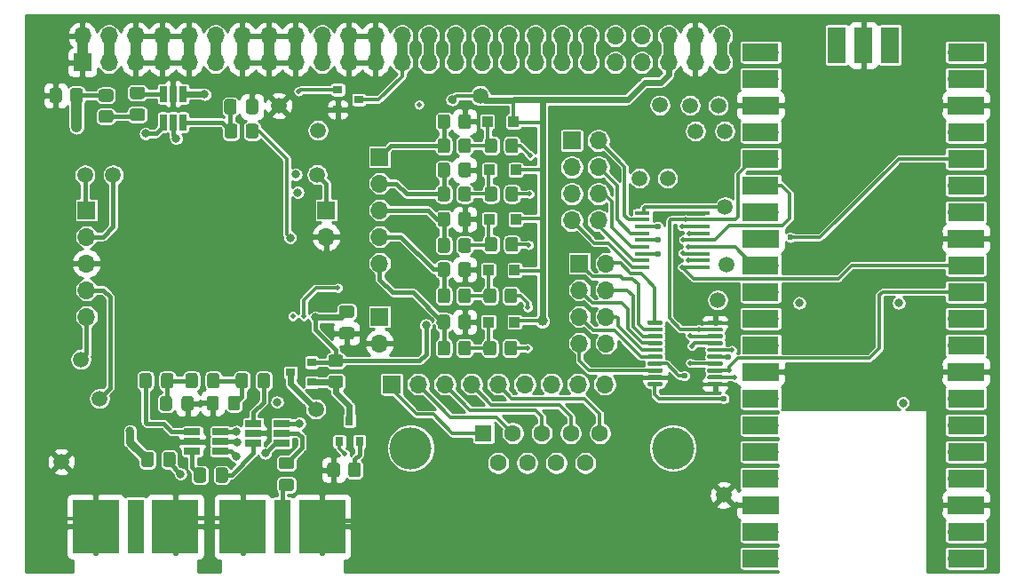
<source format=gtl>
%TF.GenerationSoftware,KiCad,Pcbnew,5.1.12-84ad8e8a86~92~ubuntu20.04.1*%
%TF.CreationDate,2022-05-15T08:31:46-04:00*%
%TF.ProjectId,HL2IOBoard,484c3249-4f42-46f6-9172-642e6b696361,D*%
%TF.SameCoordinates,Original*%
%TF.FileFunction,Copper,L1,Top*%
%TF.FilePolarity,Positive*%
%FSLAX46Y46*%
G04 Gerber Fmt 4.6, Leading zero omitted, Abs format (unit mm)*
G04 Created by KiCad (PCBNEW 5.1.12-84ad8e8a86~92~ubuntu20.04.1) date 2022-05-15 08:31:46*
%MOMM*%
%LPD*%
G01*
G04 APERTURE LIST*
%TA.AperFunction,SMDPad,CuDef*%
%ADD10R,1.475000X0.400000*%
%TD*%
%TA.AperFunction,SMDPad,CuDef*%
%ADD11R,0.900000X0.800000*%
%TD*%
%TA.AperFunction,SMDPad,CuDef*%
%ADD12R,0.650000X1.560000*%
%TD*%
%TA.AperFunction,SMDPad,CuDef*%
%ADD13R,1.560000X0.650000*%
%TD*%
%TA.AperFunction,ComponentPad*%
%ADD14R,1.600000X5.200000*%
%TD*%
%TA.AperFunction,ComponentPad*%
%ADD15R,4.400000X5.200000*%
%TD*%
%TA.AperFunction,ComponentPad*%
%ADD16O,1.700000X1.700000*%
%TD*%
%TA.AperFunction,ComponentPad*%
%ADD17R,1.700000X1.700000*%
%TD*%
%TA.AperFunction,ComponentPad*%
%ADD18R,1.600000X1.600000*%
%TD*%
%TA.AperFunction,ComponentPad*%
%ADD19C,1.600000*%
%TD*%
%TA.AperFunction,ComponentPad*%
%ADD20C,4.000000*%
%TD*%
%TA.AperFunction,SMDPad,CuDef*%
%ADD21R,0.800000X0.900000*%
%TD*%
%TA.AperFunction,SMDPad,CuDef*%
%ADD22R,1.700000X3.500000*%
%TD*%
%TA.AperFunction,SMDPad,CuDef*%
%ADD23R,3.500000X1.700000*%
%TD*%
%TA.AperFunction,SMDPad,CuDef*%
%ADD24R,1.000000X1.000000*%
%TD*%
%TA.AperFunction,ComponentPad*%
%ADD25C,1.500000*%
%TD*%
%TA.AperFunction,ViaPad*%
%ADD26C,0.800000*%
%TD*%
%TA.AperFunction,ViaPad*%
%ADD27C,0.500000*%
%TD*%
%TA.AperFunction,ViaPad*%
%ADD28C,1.000000*%
%TD*%
%TA.AperFunction,ViaPad*%
%ADD29C,0.600000*%
%TD*%
%TA.AperFunction,Conductor*%
%ADD30C,1.000000*%
%TD*%
%TA.AperFunction,Conductor*%
%ADD31C,0.400000*%
%TD*%
%TA.AperFunction,Conductor*%
%ADD32C,0.600000*%
%TD*%
%TA.AperFunction,Conductor*%
%ADD33C,0.300000*%
%TD*%
%TA.AperFunction,Conductor*%
%ADD34C,0.350000*%
%TD*%
%TA.AperFunction,Conductor*%
%ADD35C,0.500000*%
%TD*%
%TA.AperFunction,Conductor*%
%ADD36C,0.800000*%
%TD*%
%TA.AperFunction,Conductor*%
%ADD37C,0.254000*%
%TD*%
%TA.AperFunction,Conductor*%
%ADD38C,0.100000*%
%TD*%
G04 APERTURE END LIST*
D10*
%TO.P,U8,10*%
%TO.N,+5V*%
X160938000Y-100600000D03*
%TO.P,U8,11*%
%TO.N,Net-(J6-Pad2)*%
X160938000Y-101250000D03*
%TO.P,U8,12*%
%TO.N,Net-(J6-Pad1)*%
X160938000Y-101900000D03*
%TO.P,U8,13*%
%TO.N,Net-(J6-Pad4)*%
X160938000Y-102550000D03*
%TO.P,U8,14*%
%TO.N,Net-(J6-Pad3)*%
X160938000Y-103200000D03*
%TO.P,U8,15*%
%TO.N,Net-(J6-Pad6)*%
X160938000Y-103850000D03*
%TO.P,U8,16*%
%TO.N,Net-(J6-Pad5)*%
X160938000Y-104500000D03*
%TO.P,U8,17*%
%TO.N,Net-(J6-Pad8)*%
X160938000Y-105150000D03*
%TO.P,U8,18*%
%TO.N,Net-(J6-Pad7)*%
X160938000Y-105800000D03*
%TO.P,U8,9*%
%TO.N,GND*%
X166662000Y-100600000D03*
%TO.P,U8,8*%
%TO.N,Out2*%
X166662000Y-101250000D03*
%TO.P,U8,7*%
%TO.N,Out1*%
X166662000Y-101900000D03*
%TO.P,U8,6*%
%TO.N,Out4*%
X166662000Y-102550000D03*
%TO.P,U8,5*%
%TO.N,Out3*%
X166662000Y-103200000D03*
%TO.P,U8,4*%
%TO.N,Out6*%
X166662000Y-103850000D03*
%TO.P,U8,3*%
%TO.N,Out5*%
X166662000Y-104500000D03*
%TO.P,U8,2*%
%TO.N,Out8*%
X166662000Y-105150000D03*
%TO.P,U8,1*%
%TO.N,Out7*%
X166662000Y-105800000D03*
%TD*%
%TO.P,B20,2*%
%TO.N,GND*%
%TA.AperFunction,SMDPad,CuDef*%
G36*
G01*
X123150000Y-90945000D02*
X123150000Y-89995000D01*
G75*
G02*
X123400000Y-89745000I250000J0D01*
G01*
X124075000Y-89745000D01*
G75*
G02*
X124325000Y-89995000I0J-250000D01*
G01*
X124325000Y-90945000D01*
G75*
G02*
X124075000Y-91195000I-250000J0D01*
G01*
X123400000Y-91195000D01*
G75*
G02*
X123150000Y-90945000I0J250000D01*
G01*
G37*
%TD.AperFunction*%
%TO.P,B20,1*%
%TO.N,Net-(B20-Pad1)*%
%TA.AperFunction,SMDPad,CuDef*%
G36*
G01*
X121075000Y-90945000D02*
X121075000Y-89995000D01*
G75*
G02*
X121325000Y-89745000I250000J0D01*
G01*
X122000000Y-89745000D01*
G75*
G02*
X122250000Y-89995000I0J-250000D01*
G01*
X122250000Y-90945000D01*
G75*
G02*
X122000000Y-91195000I-250000J0D01*
G01*
X121325000Y-91195000D01*
G75*
G02*
X121075000Y-90945000I0J250000D01*
G01*
G37*
%TD.AperFunction*%
%TD*%
%TO.P,U7,20*%
%TO.N,+5V*%
%TA.AperFunction,SMDPad,CuDef*%
G36*
G01*
X162875000Y-116825000D02*
X162875000Y-117025000D01*
G75*
G02*
X162775000Y-117125000I-100000J0D01*
G01*
X161500000Y-117125000D01*
G75*
G02*
X161400000Y-117025000I0J100000D01*
G01*
X161400000Y-116825000D01*
G75*
G02*
X161500000Y-116725000I100000J0D01*
G01*
X162775000Y-116725000D01*
G75*
G02*
X162875000Y-116825000I0J-100000D01*
G01*
G37*
%TD.AperFunction*%
%TO.P,U7,19*%
%TO.N,GND*%
%TA.AperFunction,SMDPad,CuDef*%
G36*
G01*
X162875000Y-116175000D02*
X162875000Y-116375000D01*
G75*
G02*
X162775000Y-116475000I-100000J0D01*
G01*
X161500000Y-116475000D01*
G75*
G02*
X161400000Y-116375000I0J100000D01*
G01*
X161400000Y-116175000D01*
G75*
G02*
X161500000Y-116075000I100000J0D01*
G01*
X162775000Y-116075000D01*
G75*
G02*
X162875000Y-116175000I0J-100000D01*
G01*
G37*
%TD.AperFunction*%
%TO.P,U7,18*%
%TO.N,Net-(J4-Pad7)*%
%TA.AperFunction,SMDPad,CuDef*%
G36*
G01*
X162875000Y-115525000D02*
X162875000Y-115725000D01*
G75*
G02*
X162775000Y-115825000I-100000J0D01*
G01*
X161500000Y-115825000D01*
G75*
G02*
X161400000Y-115725000I0J100000D01*
G01*
X161400000Y-115525000D01*
G75*
G02*
X161500000Y-115425000I100000J0D01*
G01*
X162775000Y-115425000D01*
G75*
G02*
X162875000Y-115525000I0J-100000D01*
G01*
G37*
%TD.AperFunction*%
%TO.P,U7,17*%
%TO.N,Net-(R8-Pad2)*%
%TA.AperFunction,SMDPad,CuDef*%
G36*
G01*
X162875000Y-114875000D02*
X162875000Y-115075000D01*
G75*
G02*
X162775000Y-115175000I-100000J0D01*
G01*
X161500000Y-115175000D01*
G75*
G02*
X161400000Y-115075000I0J100000D01*
G01*
X161400000Y-114875000D01*
G75*
G02*
X161500000Y-114775000I100000J0D01*
G01*
X162775000Y-114775000D01*
G75*
G02*
X162875000Y-114875000I0J-100000D01*
G01*
G37*
%TD.AperFunction*%
%TO.P,U7,16*%
%TO.N,Net-(J4-Pad5)*%
%TA.AperFunction,SMDPad,CuDef*%
G36*
G01*
X162875000Y-114225000D02*
X162875000Y-114425000D01*
G75*
G02*
X162775000Y-114525000I-100000J0D01*
G01*
X161500000Y-114525000D01*
G75*
G02*
X161400000Y-114425000I0J100000D01*
G01*
X161400000Y-114225000D01*
G75*
G02*
X161500000Y-114125000I100000J0D01*
G01*
X162775000Y-114125000D01*
G75*
G02*
X162875000Y-114225000I0J-100000D01*
G01*
G37*
%TD.AperFunction*%
%TO.P,U7,15*%
%TO.N,Net-(J4-Pad6)*%
%TA.AperFunction,SMDPad,CuDef*%
G36*
G01*
X162875000Y-113575000D02*
X162875000Y-113775000D01*
G75*
G02*
X162775000Y-113875000I-100000J0D01*
G01*
X161500000Y-113875000D01*
G75*
G02*
X161400000Y-113775000I0J100000D01*
G01*
X161400000Y-113575000D01*
G75*
G02*
X161500000Y-113475000I100000J0D01*
G01*
X162775000Y-113475000D01*
G75*
G02*
X162875000Y-113575000I0J-100000D01*
G01*
G37*
%TD.AperFunction*%
%TO.P,U7,14*%
%TO.N,Net-(J4-Pad3)*%
%TA.AperFunction,SMDPad,CuDef*%
G36*
G01*
X162875000Y-112925000D02*
X162875000Y-113125000D01*
G75*
G02*
X162775000Y-113225000I-100000J0D01*
G01*
X161500000Y-113225000D01*
G75*
G02*
X161400000Y-113125000I0J100000D01*
G01*
X161400000Y-112925000D01*
G75*
G02*
X161500000Y-112825000I100000J0D01*
G01*
X162775000Y-112825000D01*
G75*
G02*
X162875000Y-112925000I0J-100000D01*
G01*
G37*
%TD.AperFunction*%
%TO.P,U7,13*%
%TO.N,Net-(J4-Pad4)*%
%TA.AperFunction,SMDPad,CuDef*%
G36*
G01*
X162875000Y-112275000D02*
X162875000Y-112475000D01*
G75*
G02*
X162775000Y-112575000I-100000J0D01*
G01*
X161500000Y-112575000D01*
G75*
G02*
X161400000Y-112475000I0J100000D01*
G01*
X161400000Y-112275000D01*
G75*
G02*
X161500000Y-112175000I100000J0D01*
G01*
X162775000Y-112175000D01*
G75*
G02*
X162875000Y-112275000I0J-100000D01*
G01*
G37*
%TD.AperFunction*%
%TO.P,U7,12*%
%TO.N,Net-(J4-Pad1)*%
%TA.AperFunction,SMDPad,CuDef*%
G36*
G01*
X162875000Y-111625000D02*
X162875000Y-111825000D01*
G75*
G02*
X162775000Y-111925000I-100000J0D01*
G01*
X161500000Y-111925000D01*
G75*
G02*
X161400000Y-111825000I0J100000D01*
G01*
X161400000Y-111625000D01*
G75*
G02*
X161500000Y-111525000I100000J0D01*
G01*
X162775000Y-111525000D01*
G75*
G02*
X162875000Y-111625000I0J-100000D01*
G01*
G37*
%TD.AperFunction*%
%TO.P,U7,11*%
%TO.N,Net-(J4-Pad2)*%
%TA.AperFunction,SMDPad,CuDef*%
G36*
G01*
X162875000Y-110975000D02*
X162875000Y-111175000D01*
G75*
G02*
X162775000Y-111275000I-100000J0D01*
G01*
X161500000Y-111275000D01*
G75*
G02*
X161400000Y-111175000I0J100000D01*
G01*
X161400000Y-110975000D01*
G75*
G02*
X161500000Y-110875000I100000J0D01*
G01*
X162775000Y-110875000D01*
G75*
G02*
X162875000Y-110975000I0J-100000D01*
G01*
G37*
%TD.AperFunction*%
%TO.P,U7,10*%
%TO.N,GND*%
%TA.AperFunction,SMDPad,CuDef*%
G36*
G01*
X168600000Y-110975000D02*
X168600000Y-111175000D01*
G75*
G02*
X168500000Y-111275000I-100000J0D01*
G01*
X167225000Y-111275000D01*
G75*
G02*
X167125000Y-111175000I0J100000D01*
G01*
X167125000Y-110975000D01*
G75*
G02*
X167225000Y-110875000I100000J0D01*
G01*
X168500000Y-110875000D01*
G75*
G02*
X168600000Y-110975000I0J-100000D01*
G01*
G37*
%TD.AperFunction*%
%TO.P,U7,9*%
%TO.N,Out2*%
%TA.AperFunction,SMDPad,CuDef*%
G36*
G01*
X168600000Y-111625000D02*
X168600000Y-111825000D01*
G75*
G02*
X168500000Y-111925000I-100000J0D01*
G01*
X167225000Y-111925000D01*
G75*
G02*
X167125000Y-111825000I0J100000D01*
G01*
X167125000Y-111625000D01*
G75*
G02*
X167225000Y-111525000I100000J0D01*
G01*
X168500000Y-111525000D01*
G75*
G02*
X168600000Y-111625000I0J-100000D01*
G01*
G37*
%TD.AperFunction*%
%TO.P,U7,8*%
%TO.N,Out1*%
%TA.AperFunction,SMDPad,CuDef*%
G36*
G01*
X168600000Y-112275000D02*
X168600000Y-112475000D01*
G75*
G02*
X168500000Y-112575000I-100000J0D01*
G01*
X167225000Y-112575000D01*
G75*
G02*
X167125000Y-112475000I0J100000D01*
G01*
X167125000Y-112275000D01*
G75*
G02*
X167225000Y-112175000I100000J0D01*
G01*
X168500000Y-112175000D01*
G75*
G02*
X168600000Y-112275000I0J-100000D01*
G01*
G37*
%TD.AperFunction*%
%TO.P,U7,7*%
%TO.N,Out4*%
%TA.AperFunction,SMDPad,CuDef*%
G36*
G01*
X168600000Y-112925000D02*
X168600000Y-113125000D01*
G75*
G02*
X168500000Y-113225000I-100000J0D01*
G01*
X167225000Y-113225000D01*
G75*
G02*
X167125000Y-113125000I0J100000D01*
G01*
X167125000Y-112925000D01*
G75*
G02*
X167225000Y-112825000I100000J0D01*
G01*
X168500000Y-112825000D01*
G75*
G02*
X168600000Y-112925000I0J-100000D01*
G01*
G37*
%TD.AperFunction*%
%TO.P,U7,6*%
%TO.N,Out3*%
%TA.AperFunction,SMDPad,CuDef*%
G36*
G01*
X168600000Y-113575000D02*
X168600000Y-113775000D01*
G75*
G02*
X168500000Y-113875000I-100000J0D01*
G01*
X167225000Y-113875000D01*
G75*
G02*
X167125000Y-113775000I0J100000D01*
G01*
X167125000Y-113575000D01*
G75*
G02*
X167225000Y-113475000I100000J0D01*
G01*
X168500000Y-113475000D01*
G75*
G02*
X168600000Y-113575000I0J-100000D01*
G01*
G37*
%TD.AperFunction*%
%TO.P,U7,5*%
%TO.N,Out6*%
%TA.AperFunction,SMDPad,CuDef*%
G36*
G01*
X168600000Y-114225000D02*
X168600000Y-114425000D01*
G75*
G02*
X168500000Y-114525000I-100000J0D01*
G01*
X167225000Y-114525000D01*
G75*
G02*
X167125000Y-114425000I0J100000D01*
G01*
X167125000Y-114225000D01*
G75*
G02*
X167225000Y-114125000I100000J0D01*
G01*
X168500000Y-114125000D01*
G75*
G02*
X168600000Y-114225000I0J-100000D01*
G01*
G37*
%TD.AperFunction*%
%TO.P,U7,4*%
%TO.N,Out5*%
%TA.AperFunction,SMDPad,CuDef*%
G36*
G01*
X168600000Y-114875000D02*
X168600000Y-115075000D01*
G75*
G02*
X168500000Y-115175000I-100000J0D01*
G01*
X167225000Y-115175000D01*
G75*
G02*
X167125000Y-115075000I0J100000D01*
G01*
X167125000Y-114875000D01*
G75*
G02*
X167225000Y-114775000I100000J0D01*
G01*
X168500000Y-114775000D01*
G75*
G02*
X168600000Y-114875000I0J-100000D01*
G01*
G37*
%TD.AperFunction*%
%TO.P,U7,3*%
%TO.N,Out8*%
%TA.AperFunction,SMDPad,CuDef*%
G36*
G01*
X168600000Y-115525000D02*
X168600000Y-115725000D01*
G75*
G02*
X168500000Y-115825000I-100000J0D01*
G01*
X167225000Y-115825000D01*
G75*
G02*
X167125000Y-115725000I0J100000D01*
G01*
X167125000Y-115525000D01*
G75*
G02*
X167225000Y-115425000I100000J0D01*
G01*
X168500000Y-115425000D01*
G75*
G02*
X168600000Y-115525000I0J-100000D01*
G01*
G37*
%TD.AperFunction*%
%TO.P,U7,2*%
%TO.N,Out7*%
%TA.AperFunction,SMDPad,CuDef*%
G36*
G01*
X168600000Y-116175000D02*
X168600000Y-116375000D01*
G75*
G02*
X168500000Y-116475000I-100000J0D01*
G01*
X167225000Y-116475000D01*
G75*
G02*
X167125000Y-116375000I0J100000D01*
G01*
X167125000Y-116175000D01*
G75*
G02*
X167225000Y-116075000I100000J0D01*
G01*
X168500000Y-116075000D01*
G75*
G02*
X168600000Y-116175000I0J-100000D01*
G01*
G37*
%TD.AperFunction*%
%TO.P,U7,1*%
%TO.N,GND*%
%TA.AperFunction,SMDPad,CuDef*%
G36*
G01*
X168600000Y-116825000D02*
X168600000Y-117025000D01*
G75*
G02*
X168500000Y-117125000I-100000J0D01*
G01*
X167225000Y-117125000D01*
G75*
G02*
X167125000Y-117025000I0J100000D01*
G01*
X167125000Y-116825000D01*
G75*
G02*
X167225000Y-116725000I100000J0D01*
G01*
X168500000Y-116725000D01*
G75*
G02*
X168600000Y-116825000I0J-100000D01*
G01*
G37*
%TD.AperFunction*%
%TD*%
%TO.P,C1,1*%
%TO.N,Net-(C1-Pad1)*%
%TA.AperFunction,SMDPad,CuDef*%
G36*
G01*
X122175000Y-117075000D02*
X122175000Y-116125000D01*
G75*
G02*
X122425000Y-115875000I250000J0D01*
G01*
X123100000Y-115875000D01*
G75*
G02*
X123350000Y-116125000I0J-250000D01*
G01*
X123350000Y-117075000D01*
G75*
G02*
X123100000Y-117325000I-250000J0D01*
G01*
X122425000Y-117325000D01*
G75*
G02*
X122175000Y-117075000I0J250000D01*
G01*
G37*
%TD.AperFunction*%
%TO.P,C1,2*%
%TO.N,Net-(C1-Pad2)*%
%TA.AperFunction,SMDPad,CuDef*%
G36*
G01*
X124250000Y-117075000D02*
X124250000Y-116125000D01*
G75*
G02*
X124500000Y-115875000I250000J0D01*
G01*
X125175000Y-115875000D01*
G75*
G02*
X125425000Y-116125000I0J-250000D01*
G01*
X125425000Y-117075000D01*
G75*
G02*
X125175000Y-117325000I-250000J0D01*
G01*
X124500000Y-117325000D01*
G75*
G02*
X124250000Y-117075000I0J250000D01*
G01*
G37*
%TD.AperFunction*%
%TD*%
%TO.P,C2,2*%
%TO.N,Net-(C1-Pad1)*%
%TA.AperFunction,SMDPad,CuDef*%
G36*
G01*
X119450000Y-117075000D02*
X119450000Y-116125000D01*
G75*
G02*
X119700000Y-115875000I250000J0D01*
G01*
X120375000Y-115875000D01*
G75*
G02*
X120625000Y-116125000I0J-250000D01*
G01*
X120625000Y-117075000D01*
G75*
G02*
X120375000Y-117325000I-250000J0D01*
G01*
X119700000Y-117325000D01*
G75*
G02*
X119450000Y-117075000I0J250000D01*
G01*
G37*
%TD.AperFunction*%
%TO.P,C2,1*%
%TO.N,Net-(C2-Pad1)*%
%TA.AperFunction,SMDPad,CuDef*%
G36*
G01*
X117375000Y-117075000D02*
X117375000Y-116125000D01*
G75*
G02*
X117625000Y-115875000I250000J0D01*
G01*
X118300000Y-115875000D01*
G75*
G02*
X118550000Y-116125000I0J-250000D01*
G01*
X118550000Y-117075000D01*
G75*
G02*
X118300000Y-117325000I-250000J0D01*
G01*
X117625000Y-117325000D01*
G75*
G02*
X117375000Y-117075000I0J250000D01*
G01*
G37*
%TD.AperFunction*%
%TD*%
%TO.P,C3,1*%
%TO.N,Net-(C3-Pad1)*%
%TA.AperFunction,SMDPad,CuDef*%
G36*
G01*
X112975000Y-117075000D02*
X112975000Y-116125000D01*
G75*
G02*
X113225000Y-115875000I250000J0D01*
G01*
X113900000Y-115875000D01*
G75*
G02*
X114150000Y-116125000I0J-250000D01*
G01*
X114150000Y-117075000D01*
G75*
G02*
X113900000Y-117325000I-250000J0D01*
G01*
X113225000Y-117325000D01*
G75*
G02*
X112975000Y-117075000I0J250000D01*
G01*
G37*
%TD.AperFunction*%
%TO.P,C3,2*%
%TO.N,Net-(C2-Pad1)*%
%TA.AperFunction,SMDPad,CuDef*%
G36*
G01*
X115050000Y-117075000D02*
X115050000Y-116125000D01*
G75*
G02*
X115300000Y-115875000I250000J0D01*
G01*
X115975000Y-115875000D01*
G75*
G02*
X116225000Y-116125000I0J-250000D01*
G01*
X116225000Y-117075000D01*
G75*
G02*
X115975000Y-117325000I-250000J0D01*
G01*
X115300000Y-117325000D01*
G75*
G02*
X115050000Y-117075000I0J250000D01*
G01*
G37*
%TD.AperFunction*%
%TD*%
D11*
%TO.P,Q1,1*%
%TO.N,GPIO3*%
X131900000Y-88850000D03*
%TO.P,Q1,3*%
%TO.N,Net-(J1-Pad25)*%
X133900000Y-89800000D03*
%TO.P,Q1,2*%
%TO.N,GND*%
X131900000Y-90750000D03*
%TD*%
%TO.P,R2,2*%
%TO.N,GND*%
%TA.AperFunction,SMDPad,CuDef*%
G36*
G01*
X105600000Y-88949999D02*
X105600000Y-89850001D01*
G75*
G02*
X105350001Y-90100000I-249999J0D01*
G01*
X104649999Y-90100000D01*
G75*
G02*
X104400000Y-89850001I0J249999D01*
G01*
X104400000Y-88949999D01*
G75*
G02*
X104649999Y-88700000I249999J0D01*
G01*
X105350001Y-88700000D01*
G75*
G02*
X105600000Y-88949999I0J-249999D01*
G01*
G37*
%TD.AperFunction*%
%TO.P,R2,1*%
%TO.N,Net-(J10-Pad1)*%
%TA.AperFunction,SMDPad,CuDef*%
G36*
G01*
X107600000Y-88949999D02*
X107600000Y-89850001D01*
G75*
G02*
X107350001Y-90100000I-249999J0D01*
G01*
X106649999Y-90100000D01*
G75*
G02*
X106400000Y-89850001I0J249999D01*
G01*
X106400000Y-88949999D01*
G75*
G02*
X106649999Y-88700000I249999J0D01*
G01*
X107350001Y-88700000D01*
G75*
G02*
X107600000Y-88949999I0J-249999D01*
G01*
G37*
%TD.AperFunction*%
%TD*%
%TO.P,R3,2*%
%TO.N,Net-(J10-Pad1)*%
%TA.AperFunction,SMDPad,CuDef*%
G36*
G01*
X110250001Y-90000000D02*
X109349999Y-90000000D01*
G75*
G02*
X109100000Y-89750001I0J249999D01*
G01*
X109100000Y-89049999D01*
G75*
G02*
X109349999Y-88800000I249999J0D01*
G01*
X110250001Y-88800000D01*
G75*
G02*
X110500000Y-89049999I0J-249999D01*
G01*
X110500000Y-89750001D01*
G75*
G02*
X110250001Y-90000000I-249999J0D01*
G01*
G37*
%TD.AperFunction*%
%TO.P,R3,1*%
%TO.N,Net-(B8-Pad1)*%
%TA.AperFunction,SMDPad,CuDef*%
G36*
G01*
X110250001Y-92000000D02*
X109349999Y-92000000D01*
G75*
G02*
X109100000Y-91750001I0J249999D01*
G01*
X109100000Y-91049999D01*
G75*
G02*
X109349999Y-90800000I249999J0D01*
G01*
X110250001Y-90800000D01*
G75*
G02*
X110500000Y-91049999I0J-249999D01*
G01*
X110500000Y-91750001D01*
G75*
G02*
X110250001Y-92000000I-249999J0D01*
G01*
G37*
%TD.AperFunction*%
%TD*%
D12*
%TO.P,U2,1*%
%TO.N,Net-(B7-Pad2)*%
X117150000Y-89250000D03*
%TO.P,U2,2*%
%TO.N,GND*%
X116200000Y-89250000D03*
%TO.P,U2,3*%
%TO.N,Net-(B8-Pad2)*%
X115250000Y-89250000D03*
%TO.P,U2,4*%
%TO.N,Net-(B21-Pad1)*%
X115250000Y-91950000D03*
%TO.P,U2,6*%
%TO.N,Net-(B20-Pad1)*%
X117150000Y-91950000D03*
%TO.P,U2,5*%
%TO.N,Net-(B2-Pad2)*%
X116200000Y-91950000D03*
%TD*%
D13*
%TO.P,U3,1*%
%TO.N,Net-(C3-Pad1)*%
X118030000Y-121450000D03*
%TO.P,U3,2*%
%TO.N,GND*%
X118030000Y-122400000D03*
%TO.P,U3,3*%
%TO.N,Net-(B6-Pad2)*%
X118030000Y-123350000D03*
%TO.P,U3,4*%
%TO.N,Net-(B18-Pad1)*%
X120730000Y-123350000D03*
%TO.P,U3,6*%
%TO.N,Net-(B19-Pad1)*%
X120730000Y-121450000D03*
%TO.P,U3,5*%
%TO.N,Net-(B7-Pad1)*%
X120730000Y-122400000D03*
%TD*%
%TO.P,U4,5*%
%TO.N,Net-(B5-Pad2)*%
X126550000Y-121600000D03*
%TO.P,U4,6*%
%TO.N,Net-(B19-Pad1)*%
X126550000Y-120650000D03*
%TO.P,U4,4*%
%TO.N,Net-(B18-Pad1)*%
X126550000Y-122550000D03*
%TO.P,U4,3*%
%TO.N,Net-(B6-Pad1)*%
X123850000Y-122550000D03*
%TO.P,U4,2*%
%TO.N,GND*%
X123850000Y-121600000D03*
%TO.P,U4,1*%
%TO.N,Net-(C1-Pad2)*%
X123850000Y-120650000D03*
%TD*%
D14*
%TO.P,J9,1*%
%TO.N,Net-(B5-Pad1)*%
X126620000Y-130510000D03*
D15*
%TO.P,J9,2*%
%TO.N,GND*%
X122820000Y-130510000D03*
X130420000Y-130510000D03*
%TD*%
D14*
%TO.P,J10,1*%
%TO.N,Net-(J10-Pad1)*%
X112620000Y-130510000D03*
D15*
%TO.P,J10,2*%
%TO.N,GND*%
X108820000Y-130510000D03*
X116420000Y-130510000D03*
%TD*%
D16*
%TO.P,J3,2*%
%TO.N,GND*%
X135890000Y-113030000D03*
D17*
%TO.P,J3,1*%
%TO.N,Net-(J3-Pad1)*%
X135890000Y-110490000D03*
%TD*%
D11*
%TO.P,Q2,3*%
%TO.N,Net-(Q2-Pad3)*%
X127400000Y-115800000D03*
%TO.P,Q2,2*%
%TO.N,VSUP*%
X129400000Y-114850000D03*
%TO.P,Q2,1*%
%TO.N,Net-(Q2-Pad1)*%
X129400000Y-116750000D03*
%TD*%
%TO.P,R5,2*%
%TO.N,Net-(Q2-Pad1)*%
%TA.AperFunction,SMDPad,CuDef*%
G36*
G01*
X131249999Y-116100000D02*
X132150001Y-116100000D01*
G75*
G02*
X132400000Y-116349999I0J-249999D01*
G01*
X132400000Y-117050001D01*
G75*
G02*
X132150001Y-117300000I-249999J0D01*
G01*
X131249999Y-117300000D01*
G75*
G02*
X131000000Y-117050001I0J249999D01*
G01*
X131000000Y-116349999D01*
G75*
G02*
X131249999Y-116100000I249999J0D01*
G01*
G37*
%TD.AperFunction*%
%TO.P,R5,1*%
%TO.N,VSUP*%
%TA.AperFunction,SMDPad,CuDef*%
G36*
G01*
X131249999Y-114100000D02*
X132150001Y-114100000D01*
G75*
G02*
X132400000Y-114349999I0J-249999D01*
G01*
X132400000Y-115050001D01*
G75*
G02*
X132150001Y-115300000I-249999J0D01*
G01*
X131249999Y-115300000D01*
G75*
G02*
X131000000Y-115050001I0J249999D01*
G01*
X131000000Y-114349999D01*
G75*
G02*
X131249999Y-114100000I249999J0D01*
G01*
G37*
%TD.AperFunction*%
%TD*%
%TO.P,B5,1*%
%TO.N,Net-(B5-Pad1)*%
%TA.AperFunction,SMDPad,CuDef*%
G36*
G01*
X127475000Y-127125000D02*
X126525000Y-127125000D01*
G75*
G02*
X126275000Y-126875000I0J250000D01*
G01*
X126275000Y-126200000D01*
G75*
G02*
X126525000Y-125950000I250000J0D01*
G01*
X127475000Y-125950000D01*
G75*
G02*
X127725000Y-126200000I0J-250000D01*
G01*
X127725000Y-126875000D01*
G75*
G02*
X127475000Y-127125000I-250000J0D01*
G01*
G37*
%TD.AperFunction*%
%TO.P,B5,2*%
%TO.N,Net-(B5-Pad2)*%
%TA.AperFunction,SMDPad,CuDef*%
G36*
G01*
X127475000Y-125050000D02*
X126525000Y-125050000D01*
G75*
G02*
X126275000Y-124800000I0J250000D01*
G01*
X126275000Y-124125000D01*
G75*
G02*
X126525000Y-123875000I250000J0D01*
G01*
X127475000Y-123875000D01*
G75*
G02*
X127725000Y-124125000I0J-250000D01*
G01*
X127725000Y-124800000D01*
G75*
G02*
X127475000Y-125050000I-250000J0D01*
G01*
G37*
%TD.AperFunction*%
%TD*%
%TO.P,B6,2*%
%TO.N,Net-(B6-Pad2)*%
%TA.AperFunction,SMDPad,CuDef*%
G36*
G01*
X119350000Y-125125000D02*
X119350000Y-126075000D01*
G75*
G02*
X119100000Y-126325000I-250000J0D01*
G01*
X118425000Y-126325000D01*
G75*
G02*
X118175000Y-126075000I0J250000D01*
G01*
X118175000Y-125125000D01*
G75*
G02*
X118425000Y-124875000I250000J0D01*
G01*
X119100000Y-124875000D01*
G75*
G02*
X119350000Y-125125000I0J-250000D01*
G01*
G37*
%TD.AperFunction*%
%TO.P,B6,1*%
%TO.N,Net-(B6-Pad1)*%
%TA.AperFunction,SMDPad,CuDef*%
G36*
G01*
X121425000Y-125125000D02*
X121425000Y-126075000D01*
G75*
G02*
X121175000Y-126325000I-250000J0D01*
G01*
X120500000Y-126325000D01*
G75*
G02*
X120250000Y-126075000I0J250000D01*
G01*
X120250000Y-125125000D01*
G75*
G02*
X120500000Y-124875000I250000J0D01*
G01*
X121175000Y-124875000D01*
G75*
G02*
X121425000Y-125125000I0J-250000D01*
G01*
G37*
%TD.AperFunction*%
%TD*%
%TO.P,B7,1*%
%TO.N,Net-(B7-Pad1)*%
%TA.AperFunction,SMDPad,CuDef*%
G36*
G01*
X116425000Y-123625000D02*
X116425000Y-124575000D01*
G75*
G02*
X116175000Y-124825000I-250000J0D01*
G01*
X115500000Y-124825000D01*
G75*
G02*
X115250000Y-124575000I0J250000D01*
G01*
X115250000Y-123625000D01*
G75*
G02*
X115500000Y-123375000I250000J0D01*
G01*
X116175000Y-123375000D01*
G75*
G02*
X116425000Y-123625000I0J-250000D01*
G01*
G37*
%TD.AperFunction*%
%TO.P,B7,2*%
%TO.N,Net-(B7-Pad2)*%
%TA.AperFunction,SMDPad,CuDef*%
G36*
G01*
X114350000Y-123625000D02*
X114350000Y-124575000D01*
G75*
G02*
X114100000Y-124825000I-250000J0D01*
G01*
X113425000Y-124825000D01*
G75*
G02*
X113175000Y-124575000I0J250000D01*
G01*
X113175000Y-123625000D01*
G75*
G02*
X113425000Y-123375000I250000J0D01*
G01*
X114100000Y-123375000D01*
G75*
G02*
X114350000Y-123625000I0J-250000D01*
G01*
G37*
%TD.AperFunction*%
%TD*%
%TO.P,B8,2*%
%TO.N,Net-(B8-Pad2)*%
%TA.AperFunction,SMDPad,CuDef*%
G36*
G01*
X113275000Y-89750000D02*
X112325000Y-89750000D01*
G75*
G02*
X112075000Y-89500000I0J250000D01*
G01*
X112075000Y-88825000D01*
G75*
G02*
X112325000Y-88575000I250000J0D01*
G01*
X113275000Y-88575000D01*
G75*
G02*
X113525000Y-88825000I0J-250000D01*
G01*
X113525000Y-89500000D01*
G75*
G02*
X113275000Y-89750000I-250000J0D01*
G01*
G37*
%TD.AperFunction*%
%TO.P,B8,1*%
%TO.N,Net-(B8-Pad1)*%
%TA.AperFunction,SMDPad,CuDef*%
G36*
G01*
X113275000Y-91825000D02*
X112325000Y-91825000D01*
G75*
G02*
X112075000Y-91575000I0J250000D01*
G01*
X112075000Y-90900000D01*
G75*
G02*
X112325000Y-90650000I250000J0D01*
G01*
X113275000Y-90650000D01*
G75*
G02*
X113525000Y-90900000I0J-250000D01*
G01*
X113525000Y-91575000D01*
G75*
G02*
X113275000Y-91825000I-250000J0D01*
G01*
G37*
%TD.AperFunction*%
%TD*%
D18*
%TO.P,J5,1*%
%TO.N,Net-(J5-Pad1)*%
X145800000Y-121600000D03*
D19*
%TO.P,J5,2*%
%TO.N,Net-(J5-Pad2)*%
X148570000Y-121600000D03*
%TO.P,J5,3*%
%TO.N,Net-(J5-Pad3)*%
X151340000Y-121600000D03*
%TO.P,J5,4*%
%TO.N,Net-(J5-Pad4)*%
X154110000Y-121600000D03*
%TO.P,J5,5*%
%TO.N,Net-(J5-Pad5)*%
X156880000Y-121600000D03*
%TO.P,J5,6*%
%TO.N,Net-(J5-Pad6)*%
X147185000Y-124440000D03*
%TO.P,J5,7*%
%TO.N,Net-(J5-Pad7)*%
X149955000Y-124440000D03*
%TO.P,J5,8*%
%TO.N,Net-(J5-Pad8)*%
X152725000Y-124440000D03*
%TO.P,J5,9*%
%TO.N,Net-(J5-Pad9)*%
X155495000Y-124440000D03*
D20*
%TO.P,J5,0*%
%TO.N,N/C*%
X138840000Y-123020000D03*
X163840000Y-123020000D03*
%TD*%
D21*
%TO.P,Q4,1*%
%TO.N,GPIO1*%
X132050000Y-122400000D03*
%TO.P,Q4,2*%
%TO.N,Net-(Q4-Pad2)*%
X133950000Y-122400000D03*
%TO.P,Q4,3*%
%TO.N,Net-(Q2-Pad1)*%
X133000000Y-120400000D03*
%TD*%
%TO.P,R6,2*%
%TO.N,Net-(D2-Pad2)*%
%TA.AperFunction,SMDPad,CuDef*%
G36*
G01*
X143400000Y-113950001D02*
X143400000Y-113049999D01*
G75*
G02*
X143649999Y-112800000I249999J0D01*
G01*
X144350001Y-112800000D01*
G75*
G02*
X144600000Y-113049999I0J-249999D01*
G01*
X144600000Y-113950001D01*
G75*
G02*
X144350001Y-114200000I-249999J0D01*
G01*
X143649999Y-114200000D01*
G75*
G02*
X143400000Y-113950001I0J249999D01*
G01*
G37*
%TD.AperFunction*%
%TO.P,R6,1*%
%TO.N,Net-(J8-Pad5)*%
%TA.AperFunction,SMDPad,CuDef*%
G36*
G01*
X141400000Y-113950001D02*
X141400000Y-113049999D01*
G75*
G02*
X141649999Y-112800000I249999J0D01*
G01*
X142350001Y-112800000D01*
G75*
G02*
X142600000Y-113049999I0J-249999D01*
G01*
X142600000Y-113950001D01*
G75*
G02*
X142350001Y-114200000I-249999J0D01*
G01*
X141649999Y-114200000D01*
G75*
G02*
X141400000Y-113950001I0J249999D01*
G01*
G37*
%TD.AperFunction*%
%TD*%
%TO.P,R10,1*%
%TO.N,Net-(Q4-Pad2)*%
%TA.AperFunction,SMDPad,CuDef*%
G36*
G01*
X134100000Y-124649999D02*
X134100000Y-125550001D01*
G75*
G02*
X133850001Y-125800000I-249999J0D01*
G01*
X133149999Y-125800000D01*
G75*
G02*
X132900000Y-125550001I0J249999D01*
G01*
X132900000Y-124649999D01*
G75*
G02*
X133149999Y-124400000I249999J0D01*
G01*
X133850001Y-124400000D01*
G75*
G02*
X134100000Y-124649999I0J-249999D01*
G01*
G37*
%TD.AperFunction*%
%TO.P,R10,2*%
%TO.N,GND*%
%TA.AperFunction,SMDPad,CuDef*%
G36*
G01*
X132100000Y-124649999D02*
X132100000Y-125550001D01*
G75*
G02*
X131850001Y-125800000I-249999J0D01*
G01*
X131149999Y-125800000D01*
G75*
G02*
X130900000Y-125550001I0J249999D01*
G01*
X130900000Y-124649999D01*
G75*
G02*
X131149999Y-124400000I249999J0D01*
G01*
X131850001Y-124400000D01*
G75*
G02*
X132100000Y-124649999I0J-249999D01*
G01*
G37*
%TD.AperFunction*%
%TD*%
D17*
%TO.P,J4,1*%
%TO.N,Net-(J4-Pad1)*%
X154940000Y-105410000D03*
D16*
%TO.P,J4,2*%
%TO.N,Net-(J4-Pad2)*%
X157480000Y-105410000D03*
%TO.P,J4,3*%
%TO.N,Net-(J4-Pad3)*%
X154940000Y-107950000D03*
%TO.P,J4,4*%
%TO.N,Net-(J4-Pad4)*%
X157480000Y-107950000D03*
%TO.P,J4,5*%
%TO.N,Net-(J4-Pad5)*%
X154940000Y-110490000D03*
%TO.P,J4,6*%
%TO.N,Net-(J4-Pad6)*%
X157480000Y-110490000D03*
%TO.P,J4,7*%
%TO.N,Net-(J4-Pad7)*%
X154940000Y-113030000D03*
%TO.P,J4,8*%
%TO.N,Net-(C5-Pad1)*%
X157480000Y-113030000D03*
%TD*%
D17*
%TO.P,J6,1*%
%TO.N,Net-(J6-Pad1)*%
X154200000Y-93700000D03*
D16*
%TO.P,J6,2*%
%TO.N,Net-(J6-Pad2)*%
X156740000Y-93700000D03*
%TO.P,J6,3*%
%TO.N,Net-(J6-Pad3)*%
X154200000Y-96240000D03*
%TO.P,J6,4*%
%TO.N,Net-(J6-Pad4)*%
X156740000Y-96240000D03*
%TO.P,J6,5*%
%TO.N,Net-(J6-Pad5)*%
X154200000Y-98780000D03*
%TO.P,J6,6*%
%TO.N,Net-(J6-Pad6)*%
X156740000Y-98780000D03*
%TO.P,J6,7*%
%TO.N,Net-(J6-Pad7)*%
X154200000Y-101320000D03*
%TO.P,J6,8*%
%TO.N,Net-(J6-Pad8)*%
X156740000Y-101320000D03*
%TD*%
%TO.P,R12,1*%
%TO.N,GND*%
%TA.AperFunction,SMDPad,CuDef*%
G36*
G01*
X144600000Y-110549999D02*
X144600000Y-111450001D01*
G75*
G02*
X144350001Y-111700000I-249999J0D01*
G01*
X143649999Y-111700000D01*
G75*
G02*
X143400000Y-111450001I0J249999D01*
G01*
X143400000Y-110549999D01*
G75*
G02*
X143649999Y-110300000I249999J0D01*
G01*
X144350001Y-110300000D01*
G75*
G02*
X144600000Y-110549999I0J-249999D01*
G01*
G37*
%TD.AperFunction*%
%TO.P,R12,2*%
%TO.N,Net-(J8-Pad5)*%
%TA.AperFunction,SMDPad,CuDef*%
G36*
G01*
X142600000Y-110549999D02*
X142600000Y-111450001D01*
G75*
G02*
X142350001Y-111700000I-249999J0D01*
G01*
X141649999Y-111700000D01*
G75*
G02*
X141400000Y-111450001I0J249999D01*
G01*
X141400000Y-110549999D01*
G75*
G02*
X141649999Y-110300000I249999J0D01*
G01*
X142350001Y-110300000D01*
G75*
G02*
X142600000Y-110549999I0J-249999D01*
G01*
G37*
%TD.AperFunction*%
%TD*%
%TO.P,R13,2*%
%TO.N,In5*%
%TA.AperFunction,SMDPad,CuDef*%
G36*
G01*
X147800000Y-113950001D02*
X147800000Y-113049999D01*
G75*
G02*
X148049999Y-112800000I249999J0D01*
G01*
X148750001Y-112800000D01*
G75*
G02*
X149000000Y-113049999I0J-249999D01*
G01*
X149000000Y-113950001D01*
G75*
G02*
X148750001Y-114200000I-249999J0D01*
G01*
X148049999Y-114200000D01*
G75*
G02*
X147800000Y-113950001I0J249999D01*
G01*
G37*
%TD.AperFunction*%
%TO.P,R13,1*%
%TO.N,Net-(D2-Pad2)*%
%TA.AperFunction,SMDPad,CuDef*%
G36*
G01*
X145800000Y-113950001D02*
X145800000Y-113049999D01*
G75*
G02*
X146049999Y-112800000I249999J0D01*
G01*
X146750001Y-112800000D01*
G75*
G02*
X147000000Y-113049999I0J-249999D01*
G01*
X147000000Y-113950001D01*
G75*
G02*
X146750001Y-114200000I-249999J0D01*
G01*
X146049999Y-114200000D01*
G75*
G02*
X145800000Y-113950001I0J249999D01*
G01*
G37*
%TD.AperFunction*%
%TD*%
%TO.P,R14,2*%
%TO.N,Net-(J8-Pad4)*%
%TA.AperFunction,SMDPad,CuDef*%
G36*
G01*
X142600000Y-105549999D02*
X142600000Y-106450001D01*
G75*
G02*
X142350001Y-106700000I-249999J0D01*
G01*
X141649999Y-106700000D01*
G75*
G02*
X141400000Y-106450001I0J249999D01*
G01*
X141400000Y-105549999D01*
G75*
G02*
X141649999Y-105300000I249999J0D01*
G01*
X142350001Y-105300000D01*
G75*
G02*
X142600000Y-105549999I0J-249999D01*
G01*
G37*
%TD.AperFunction*%
%TO.P,R14,1*%
%TO.N,GND*%
%TA.AperFunction,SMDPad,CuDef*%
G36*
G01*
X144600000Y-105549999D02*
X144600000Y-106450001D01*
G75*
G02*
X144350001Y-106700000I-249999J0D01*
G01*
X143649999Y-106700000D01*
G75*
G02*
X143400000Y-106450001I0J249999D01*
G01*
X143400000Y-105549999D01*
G75*
G02*
X143649999Y-105300000I249999J0D01*
G01*
X144350001Y-105300000D01*
G75*
G02*
X144600000Y-105549999I0J-249999D01*
G01*
G37*
%TD.AperFunction*%
%TD*%
%TO.P,R15,1*%
%TO.N,GND*%
%TA.AperFunction,SMDPad,CuDef*%
G36*
G01*
X144600000Y-100749999D02*
X144600000Y-101650001D01*
G75*
G02*
X144350001Y-101900000I-249999J0D01*
G01*
X143649999Y-101900000D01*
G75*
G02*
X143400000Y-101650001I0J249999D01*
G01*
X143400000Y-100749999D01*
G75*
G02*
X143649999Y-100500000I249999J0D01*
G01*
X144350001Y-100500000D01*
G75*
G02*
X144600000Y-100749999I0J-249999D01*
G01*
G37*
%TD.AperFunction*%
%TO.P,R15,2*%
%TO.N,Net-(J8-Pad3)*%
%TA.AperFunction,SMDPad,CuDef*%
G36*
G01*
X142600000Y-100749999D02*
X142600000Y-101650001D01*
G75*
G02*
X142350001Y-101900000I-249999J0D01*
G01*
X141649999Y-101900000D01*
G75*
G02*
X141400000Y-101650001I0J249999D01*
G01*
X141400000Y-100749999D01*
G75*
G02*
X141649999Y-100500000I249999J0D01*
G01*
X142350001Y-100500000D01*
G75*
G02*
X142600000Y-100749999I0J-249999D01*
G01*
G37*
%TD.AperFunction*%
%TD*%
%TO.P,R16,1*%
%TO.N,GND*%
%TA.AperFunction,SMDPad,CuDef*%
G36*
G01*
X144600000Y-96049999D02*
X144600000Y-96950001D01*
G75*
G02*
X144350001Y-97200000I-249999J0D01*
G01*
X143649999Y-97200000D01*
G75*
G02*
X143400000Y-96950001I0J249999D01*
G01*
X143400000Y-96049999D01*
G75*
G02*
X143649999Y-95800000I249999J0D01*
G01*
X144350001Y-95800000D01*
G75*
G02*
X144600000Y-96049999I0J-249999D01*
G01*
G37*
%TD.AperFunction*%
%TO.P,R16,2*%
%TO.N,Net-(J8-Pad2)*%
%TA.AperFunction,SMDPad,CuDef*%
G36*
G01*
X142600000Y-96049999D02*
X142600000Y-96950001D01*
G75*
G02*
X142350001Y-97200000I-249999J0D01*
G01*
X141649999Y-97200000D01*
G75*
G02*
X141400000Y-96950001I0J249999D01*
G01*
X141400000Y-96049999D01*
G75*
G02*
X141649999Y-95800000I249999J0D01*
G01*
X142350001Y-95800000D01*
G75*
G02*
X142600000Y-96049999I0J-249999D01*
G01*
G37*
%TD.AperFunction*%
%TD*%
%TO.P,R19,2*%
%TO.N,Net-(D3-Pad2)*%
%TA.AperFunction,SMDPad,CuDef*%
G36*
G01*
X143400000Y-108950001D02*
X143400000Y-108049999D01*
G75*
G02*
X143649999Y-107800000I249999J0D01*
G01*
X144350001Y-107800000D01*
G75*
G02*
X144600000Y-108049999I0J-249999D01*
G01*
X144600000Y-108950001D01*
G75*
G02*
X144350001Y-109200000I-249999J0D01*
G01*
X143649999Y-109200000D01*
G75*
G02*
X143400000Y-108950001I0J249999D01*
G01*
G37*
%TD.AperFunction*%
%TO.P,R19,1*%
%TO.N,Net-(J8-Pad4)*%
%TA.AperFunction,SMDPad,CuDef*%
G36*
G01*
X141400000Y-108950001D02*
X141400000Y-108049999D01*
G75*
G02*
X141649999Y-107800000I249999J0D01*
G01*
X142350001Y-107800000D01*
G75*
G02*
X142600000Y-108049999I0J-249999D01*
G01*
X142600000Y-108950001D01*
G75*
G02*
X142350001Y-109200000I-249999J0D01*
G01*
X141649999Y-109200000D01*
G75*
G02*
X141400000Y-108950001I0J249999D01*
G01*
G37*
%TD.AperFunction*%
%TD*%
%TO.P,R20,1*%
%TO.N,Net-(J8-Pad3)*%
%TA.AperFunction,SMDPad,CuDef*%
G36*
G01*
X141400000Y-104150001D02*
X141400000Y-103249999D01*
G75*
G02*
X141649999Y-103000000I249999J0D01*
G01*
X142350001Y-103000000D01*
G75*
G02*
X142600000Y-103249999I0J-249999D01*
G01*
X142600000Y-104150001D01*
G75*
G02*
X142350001Y-104400000I-249999J0D01*
G01*
X141649999Y-104400000D01*
G75*
G02*
X141400000Y-104150001I0J249999D01*
G01*
G37*
%TD.AperFunction*%
%TO.P,R20,2*%
%TO.N,Net-(D4-Pad2)*%
%TA.AperFunction,SMDPad,CuDef*%
G36*
G01*
X143400000Y-104150001D02*
X143400000Y-103249999D01*
G75*
G02*
X143649999Y-103000000I249999J0D01*
G01*
X144350001Y-103000000D01*
G75*
G02*
X144600000Y-103249999I0J-249999D01*
G01*
X144600000Y-104150001D01*
G75*
G02*
X144350001Y-104400000I-249999J0D01*
G01*
X143649999Y-104400000D01*
G75*
G02*
X143400000Y-104150001I0J249999D01*
G01*
G37*
%TD.AperFunction*%
%TD*%
%TO.P,R21,2*%
%TO.N,Net-(D5-Pad2)*%
%TA.AperFunction,SMDPad,CuDef*%
G36*
G01*
X143400000Y-99250001D02*
X143400000Y-98349999D01*
G75*
G02*
X143649999Y-98100000I249999J0D01*
G01*
X144350001Y-98100000D01*
G75*
G02*
X144600000Y-98349999I0J-249999D01*
G01*
X144600000Y-99250001D01*
G75*
G02*
X144350001Y-99500000I-249999J0D01*
G01*
X143649999Y-99500000D01*
G75*
G02*
X143400000Y-99250001I0J249999D01*
G01*
G37*
%TD.AperFunction*%
%TO.P,R21,1*%
%TO.N,Net-(J8-Pad2)*%
%TA.AperFunction,SMDPad,CuDef*%
G36*
G01*
X141400000Y-99250001D02*
X141400000Y-98349999D01*
G75*
G02*
X141649999Y-98100000I249999J0D01*
G01*
X142350001Y-98100000D01*
G75*
G02*
X142600000Y-98349999I0J-249999D01*
G01*
X142600000Y-99250001D01*
G75*
G02*
X142350001Y-99500000I-249999J0D01*
G01*
X141649999Y-99500000D01*
G75*
G02*
X141400000Y-99250001I0J249999D01*
G01*
G37*
%TD.AperFunction*%
%TD*%
%TO.P,R22,1*%
%TO.N,Net-(D3-Pad2)*%
%TA.AperFunction,SMDPad,CuDef*%
G36*
G01*
X145800000Y-108950001D02*
X145800000Y-108049999D01*
G75*
G02*
X146049999Y-107800000I249999J0D01*
G01*
X146750001Y-107800000D01*
G75*
G02*
X147000000Y-108049999I0J-249999D01*
G01*
X147000000Y-108950001D01*
G75*
G02*
X146750001Y-109200000I-249999J0D01*
G01*
X146049999Y-109200000D01*
G75*
G02*
X145800000Y-108950001I0J249999D01*
G01*
G37*
%TD.AperFunction*%
%TO.P,R22,2*%
%TO.N,In4*%
%TA.AperFunction,SMDPad,CuDef*%
G36*
G01*
X147800000Y-108950001D02*
X147800000Y-108049999D01*
G75*
G02*
X148049999Y-107800000I249999J0D01*
G01*
X148750001Y-107800000D01*
G75*
G02*
X149000000Y-108049999I0J-249999D01*
G01*
X149000000Y-108950001D01*
G75*
G02*
X148750001Y-109200000I-249999J0D01*
G01*
X148049999Y-109200000D01*
G75*
G02*
X147800000Y-108950001I0J249999D01*
G01*
G37*
%TD.AperFunction*%
%TD*%
%TO.P,R23,2*%
%TO.N,In3*%
%TA.AperFunction,SMDPad,CuDef*%
G36*
G01*
X147900000Y-104050001D02*
X147900000Y-103149999D01*
G75*
G02*
X148149999Y-102900000I249999J0D01*
G01*
X148850001Y-102900000D01*
G75*
G02*
X149100000Y-103149999I0J-249999D01*
G01*
X149100000Y-104050001D01*
G75*
G02*
X148850001Y-104300000I-249999J0D01*
G01*
X148149999Y-104300000D01*
G75*
G02*
X147900000Y-104050001I0J249999D01*
G01*
G37*
%TD.AperFunction*%
%TO.P,R23,1*%
%TO.N,Net-(D4-Pad2)*%
%TA.AperFunction,SMDPad,CuDef*%
G36*
G01*
X145900000Y-104050001D02*
X145900000Y-103149999D01*
G75*
G02*
X146149999Y-102900000I249999J0D01*
G01*
X146850001Y-102900000D01*
G75*
G02*
X147100000Y-103149999I0J-249999D01*
G01*
X147100000Y-104050001D01*
G75*
G02*
X146850001Y-104300000I-249999J0D01*
G01*
X146149999Y-104300000D01*
G75*
G02*
X145900000Y-104050001I0J249999D01*
G01*
G37*
%TD.AperFunction*%
%TD*%
%TO.P,R24,1*%
%TO.N,Net-(D5-Pad2)*%
%TA.AperFunction,SMDPad,CuDef*%
G36*
G01*
X145900000Y-99250001D02*
X145900000Y-98349999D01*
G75*
G02*
X146149999Y-98100000I249999J0D01*
G01*
X146850001Y-98100000D01*
G75*
G02*
X147100000Y-98349999I0J-249999D01*
G01*
X147100000Y-99250001D01*
G75*
G02*
X146850001Y-99500000I-249999J0D01*
G01*
X146149999Y-99500000D01*
G75*
G02*
X145900000Y-99250001I0J249999D01*
G01*
G37*
%TD.AperFunction*%
%TO.P,R24,2*%
%TO.N,In2*%
%TA.AperFunction,SMDPad,CuDef*%
G36*
G01*
X147900000Y-99250001D02*
X147900000Y-98349999D01*
G75*
G02*
X148149999Y-98100000I249999J0D01*
G01*
X148850001Y-98100000D01*
G75*
G02*
X149100000Y-98349999I0J-249999D01*
G01*
X149100000Y-99250001D01*
G75*
G02*
X148850001Y-99500000I-249999J0D01*
G01*
X148149999Y-99500000D01*
G75*
G02*
X147900000Y-99250001I0J249999D01*
G01*
G37*
%TD.AperFunction*%
%TD*%
D17*
%TO.P,J8,1*%
%TO.N,Net-(J8-Pad1)*%
X135890000Y-95250000D03*
D16*
%TO.P,J8,2*%
%TO.N,Net-(J8-Pad2)*%
X135890000Y-97790000D03*
%TO.P,J8,3*%
%TO.N,Net-(J8-Pad3)*%
X135890000Y-100330000D03*
%TO.P,J8,4*%
%TO.N,Net-(J8-Pad4)*%
X135890000Y-102870000D03*
%TO.P,J8,5*%
%TO.N,Net-(J8-Pad5)*%
X135890000Y-105410000D03*
%TD*%
%TO.P,R25,1*%
%TO.N,GND*%
%TA.AperFunction,SMDPad,CuDef*%
G36*
G01*
X144600000Y-91449999D02*
X144600000Y-92350001D01*
G75*
G02*
X144350001Y-92600000I-249999J0D01*
G01*
X143649999Y-92600000D01*
G75*
G02*
X143400000Y-92350001I0J249999D01*
G01*
X143400000Y-91449999D01*
G75*
G02*
X143649999Y-91200000I249999J0D01*
G01*
X144350001Y-91200000D01*
G75*
G02*
X144600000Y-91449999I0J-249999D01*
G01*
G37*
%TD.AperFunction*%
%TO.P,R25,2*%
%TO.N,Net-(J8-Pad1)*%
%TA.AperFunction,SMDPad,CuDef*%
G36*
G01*
X142600000Y-91449999D02*
X142600000Y-92350001D01*
G75*
G02*
X142350001Y-92600000I-249999J0D01*
G01*
X141649999Y-92600000D01*
G75*
G02*
X141400000Y-92350001I0J249999D01*
G01*
X141400000Y-91449999D01*
G75*
G02*
X141649999Y-91200000I249999J0D01*
G01*
X142350001Y-91200000D01*
G75*
G02*
X142600000Y-91449999I0J-249999D01*
G01*
G37*
%TD.AperFunction*%
%TD*%
%TO.P,R26,2*%
%TO.N,Net-(D7-Pad2)*%
%TA.AperFunction,SMDPad,CuDef*%
G36*
G01*
X143400000Y-94650001D02*
X143400000Y-93749999D01*
G75*
G02*
X143649999Y-93500000I249999J0D01*
G01*
X144350001Y-93500000D01*
G75*
G02*
X144600000Y-93749999I0J-249999D01*
G01*
X144600000Y-94650001D01*
G75*
G02*
X144350001Y-94900000I-249999J0D01*
G01*
X143649999Y-94900000D01*
G75*
G02*
X143400000Y-94650001I0J249999D01*
G01*
G37*
%TD.AperFunction*%
%TO.P,R26,1*%
%TO.N,Net-(J8-Pad1)*%
%TA.AperFunction,SMDPad,CuDef*%
G36*
G01*
X141400000Y-94650001D02*
X141400000Y-93749999D01*
G75*
G02*
X141649999Y-93500000I249999J0D01*
G01*
X142350001Y-93500000D01*
G75*
G02*
X142600000Y-93749999I0J-249999D01*
G01*
X142600000Y-94650001D01*
G75*
G02*
X142350001Y-94900000I-249999J0D01*
G01*
X141649999Y-94900000D01*
G75*
G02*
X141400000Y-94650001I0J249999D01*
G01*
G37*
%TD.AperFunction*%
%TD*%
%TO.P,R27,1*%
%TO.N,Net-(D7-Pad2)*%
%TA.AperFunction,SMDPad,CuDef*%
G36*
G01*
X145900000Y-94650001D02*
X145900000Y-93749999D01*
G75*
G02*
X146149999Y-93500000I249999J0D01*
G01*
X146850001Y-93500000D01*
G75*
G02*
X147100000Y-93749999I0J-249999D01*
G01*
X147100000Y-94650001D01*
G75*
G02*
X146850001Y-94900000I-249999J0D01*
G01*
X146149999Y-94900000D01*
G75*
G02*
X145900000Y-94650001I0J249999D01*
G01*
G37*
%TD.AperFunction*%
%TO.P,R27,2*%
%TO.N,In1*%
%TA.AperFunction,SMDPad,CuDef*%
G36*
G01*
X147900000Y-94650001D02*
X147900000Y-93749999D01*
G75*
G02*
X148149999Y-93500000I249999J0D01*
G01*
X148850001Y-93500000D01*
G75*
G02*
X149100000Y-93749999I0J-249999D01*
G01*
X149100000Y-94650001D01*
G75*
G02*
X148850001Y-94900000I-249999J0D01*
G01*
X148149999Y-94900000D01*
G75*
G02*
X147900000Y-94650001I0J249999D01*
G01*
G37*
%TD.AperFunction*%
%TD*%
%TO.P,J12,2*%
%TO.N,GND*%
X130810000Y-102870000D03*
D17*
%TO.P,J12,1*%
%TO.N,Net-(J12-Pad1)*%
X130810000Y-100330000D03*
%TD*%
D16*
%TO.P,U1,43*%
%TO.N,Net-(U1-Pad43)*%
X179460000Y-85500000D03*
D22*
X179460000Y-84600000D03*
D17*
%TO.P,U1,42*%
%TO.N,GND*%
X182000000Y-85500000D03*
D22*
X182000000Y-84600000D03*
D16*
%TO.P,U1,41*%
%TO.N,Net-(U1-Pad41)*%
X184540000Y-85500000D03*
D22*
X184540000Y-84600000D03*
D23*
%TO.P,U1,21*%
%TO.N,Out1*%
X172210000Y-85270000D03*
%TO.P,U1,22*%
%TO.N,In1*%
X172210000Y-87810000D03*
%TO.P,U1,23*%
%TO.N,GND*%
X172210000Y-90350000D03*
%TO.P,U1,24*%
%TO.N,In2*%
X172210000Y-92890000D03*
%TO.P,U1,25*%
%TO.N,Out2*%
X172210000Y-95430000D03*
%TO.P,U1,26*%
%TO.N,Out3*%
X172210000Y-97970000D03*
%TO.P,U1,27*%
%TO.N,In3*%
X172210000Y-100510000D03*
%TO.P,U1,28*%
%TO.N,GND*%
X172210000Y-103050000D03*
%TO.P,U1,29*%
%TO.N,Out6*%
X172210000Y-105590000D03*
%TO.P,U1,30*%
%TO.N,Net-(U1-Pad30)*%
X172210000Y-108130000D03*
%TO.P,U1,31*%
%TO.N,Net-(U1-Pad31)*%
X172210000Y-110670000D03*
%TO.P,U1,32*%
%TO.N,Net-(U1-Pad32)*%
X172210000Y-113210000D03*
%TO.P,U1,33*%
%TO.N,GND*%
X172210000Y-115750000D03*
%TO.P,U1,34*%
%TO.N,Net-(U1-Pad34)*%
X172210000Y-118290000D03*
%TO.P,U1,35*%
%TO.N,Net-(U1-Pad35)*%
X172210000Y-120830000D03*
%TO.P,U1,36*%
%TO.N,Net-(U1-Pad36)*%
X172210000Y-123370000D03*
%TO.P,U1,37*%
%TO.N,Net-(U1-Pad37)*%
X172210000Y-125910000D03*
%TO.P,U1,38*%
%TO.N,GND*%
X172210000Y-128450000D03*
%TO.P,U1,39*%
%TO.N,Net-(D6-Pad1)*%
X172210000Y-130990000D03*
%TO.P,U1,40*%
%TO.N,Net-(U1-Pad40)*%
X172210000Y-133530000D03*
%TO.P,U1,20*%
%TO.N,SCL*%
X191790000Y-85270000D03*
%TO.P,U1,19*%
%TO.N,SDA*%
X191790000Y-87810000D03*
%TO.P,U1,18*%
%TO.N,GND*%
X191790000Y-90350000D03*
%TO.P,U1,17*%
%TO.N,GPIO13*%
X191790000Y-92890000D03*
%TO.P,U1,16*%
%TO.N,GPIO12*%
X191790000Y-95430000D03*
%TO.P,U1,15*%
%TO.N,Out4*%
X191790000Y-97970000D03*
%TO.P,U1,14*%
%TO.N,Out5*%
X191790000Y-100510000D03*
%TO.P,U1,13*%
%TO.N,GND*%
X191790000Y-103050000D03*
%TO.P,U1,12*%
%TO.N,Out7*%
X191790000Y-105590000D03*
%TO.P,U1,11*%
%TO.N,Out8*%
X191790000Y-108130000D03*
%TO.P,U1,10*%
%TO.N,In4*%
X191790000Y-110670000D03*
%TO.P,U1,9*%
%TO.N,In5*%
X191790000Y-113210000D03*
%TO.P,U1,8*%
%TO.N,GND*%
X191790000Y-115750000D03*
%TO.P,U1,7*%
%TO.N,Net-(U1-Pad7)*%
X191790000Y-118290000D03*
%TO.P,U1,6*%
%TO.N,GPIO4*%
X191790000Y-120830000D03*
%TO.P,U1,5*%
%TO.N,GPIO3*%
X191790000Y-123370000D03*
%TO.P,U1,4*%
%TO.N,RF3*%
X191790000Y-125910000D03*
%TO.P,U1,3*%
%TO.N,GND*%
X191790000Y-128450000D03*
%TO.P,U1,2*%
%TO.N,GPIO1*%
X191790000Y-130990000D03*
%TO.P,U1,1*%
%TO.N,HPF*%
X191790000Y-133530000D03*
D16*
%TO.P,U1,40*%
%TO.N,Net-(U1-Pad40)*%
X173110000Y-133530000D03*
%TO.P,U1,39*%
%TO.N,Net-(D6-Pad1)*%
X173110000Y-130990000D03*
D17*
%TO.P,U1,38*%
%TO.N,GND*%
X173110000Y-128450000D03*
D16*
%TO.P,U1,37*%
%TO.N,Net-(U1-Pad37)*%
X173110000Y-125910000D03*
%TO.P,U1,36*%
%TO.N,Net-(U1-Pad36)*%
X173110000Y-123370000D03*
%TO.P,U1,35*%
%TO.N,Net-(U1-Pad35)*%
X173110000Y-120830000D03*
%TO.P,U1,34*%
%TO.N,Net-(U1-Pad34)*%
X173110000Y-118290000D03*
D17*
%TO.P,U1,33*%
%TO.N,GND*%
X173110000Y-115750000D03*
D16*
%TO.P,U1,32*%
%TO.N,Net-(U1-Pad32)*%
X173110000Y-113210000D03*
%TO.P,U1,31*%
%TO.N,Net-(U1-Pad31)*%
X173110000Y-110670000D03*
%TO.P,U1,30*%
%TO.N,Net-(U1-Pad30)*%
X173110000Y-108130000D03*
%TO.P,U1,29*%
%TO.N,Out6*%
X173110000Y-105590000D03*
D17*
%TO.P,U1,28*%
%TO.N,GND*%
X173110000Y-103050000D03*
D16*
%TO.P,U1,27*%
%TO.N,In3*%
X173110000Y-100510000D03*
%TO.P,U1,26*%
%TO.N,Out3*%
X173110000Y-97970000D03*
%TO.P,U1,25*%
%TO.N,Out2*%
X173110000Y-95430000D03*
%TO.P,U1,24*%
%TO.N,In2*%
X173110000Y-92890000D03*
D17*
%TO.P,U1,23*%
%TO.N,GND*%
X173110000Y-90350000D03*
D16*
%TO.P,U1,22*%
%TO.N,In1*%
X173110000Y-87810000D03*
%TO.P,U1,21*%
%TO.N,Out1*%
X173110000Y-85270000D03*
%TO.P,U1,20*%
%TO.N,SCL*%
X190890000Y-85270000D03*
%TO.P,U1,19*%
%TO.N,SDA*%
X190890000Y-87810000D03*
D17*
%TO.P,U1,18*%
%TO.N,GND*%
X190890000Y-90350000D03*
D16*
%TO.P,U1,17*%
%TO.N,GPIO13*%
X190890000Y-92890000D03*
%TO.P,U1,16*%
%TO.N,GPIO12*%
X190890000Y-95430000D03*
%TO.P,U1,15*%
%TO.N,Out4*%
X190890000Y-97970000D03*
%TO.P,U1,14*%
%TO.N,Out5*%
X190890000Y-100510000D03*
D17*
%TO.P,U1,13*%
%TO.N,GND*%
X190890000Y-103050000D03*
D16*
%TO.P,U1,12*%
%TO.N,Out7*%
X190890000Y-105590000D03*
%TO.P,U1,11*%
%TO.N,Out8*%
X190890000Y-108130000D03*
%TO.P,U1,10*%
%TO.N,In4*%
X190890000Y-110670000D03*
%TO.P,U1,9*%
%TO.N,In5*%
X190890000Y-113210000D03*
D17*
%TO.P,U1,8*%
%TO.N,GND*%
X190890000Y-115750000D03*
D16*
%TO.P,U1,7*%
%TO.N,Net-(U1-Pad7)*%
X190890000Y-118290000D03*
%TO.P,U1,6*%
%TO.N,GPIO4*%
X190890000Y-120830000D03*
%TO.P,U1,5*%
%TO.N,GPIO3*%
X190890000Y-123370000D03*
%TO.P,U1,4*%
%TO.N,RF3*%
X190890000Y-125910000D03*
D17*
%TO.P,U1,3*%
%TO.N,GND*%
X190890000Y-128450000D03*
D16*
%TO.P,U1,2*%
%TO.N,GPIO1*%
X190890000Y-130990000D03*
%TO.P,U1,1*%
%TO.N,HPF*%
X190890000Y-133530000D03*
%TD*%
D17*
%TO.P,J1,1*%
%TO.N,GND*%
X107540000Y-86260000D03*
D16*
%TO.P,J1,2*%
X107540000Y-83720000D03*
%TO.P,J1,3*%
%TO.N,Net-(J1-Pad3)*%
X110080000Y-86260000D03*
%TO.P,J1,4*%
X110080000Y-83720000D03*
%TO.P,J1,5*%
%TO.N,GND*%
X112620000Y-86260000D03*
%TO.P,J1,6*%
X112620000Y-83720000D03*
%TO.P,J1,7*%
X115160000Y-86260000D03*
%TO.P,J1,8*%
X115160000Y-83720000D03*
%TO.P,J1,9*%
X117700000Y-86260000D03*
%TO.P,J1,10*%
X117700000Y-83720000D03*
%TO.P,J1,11*%
%TO.N,Net-(B2-Pad1)*%
X120240000Y-86260000D03*
%TO.P,J1,12*%
X120240000Y-83720000D03*
%TO.P,J1,13*%
%TO.N,GND*%
X122780000Y-86260000D03*
%TO.P,J1,14*%
X122780000Y-83720000D03*
%TO.P,J1,15*%
X125320000Y-86260000D03*
%TO.P,J1,16*%
X125320000Y-83720000D03*
%TO.P,J1,17*%
X127860000Y-86260000D03*
%TO.P,J1,18*%
X127860000Y-83720000D03*
%TO.P,J1,19*%
%TO.N,Net-(J1-Pad19)*%
X130400000Y-86260000D03*
%TO.P,J1,20*%
X130400000Y-83720000D03*
%TO.P,J1,21*%
%TO.N,GND*%
X132940000Y-86260000D03*
%TO.P,J1,22*%
X132940000Y-83720000D03*
%TO.P,J1,23*%
X135480000Y-86260000D03*
%TO.P,J1,24*%
X135480000Y-83720000D03*
%TO.P,J1,25*%
%TO.N,Net-(J1-Pad25)*%
X138020000Y-86260000D03*
%TO.P,J1,26*%
X138020000Y-83720000D03*
%TO.P,J1,27*%
%TO.N,Net-(J1-Pad27)*%
X140560000Y-86260000D03*
%TO.P,J1,28*%
X140560000Y-83720000D03*
%TO.P,J1,29*%
%TO.N,Net-(D1-Pad1)*%
X143100000Y-86260000D03*
%TO.P,J1,30*%
X143100000Y-83720000D03*
%TO.P,J1,31*%
%TO.N,SDA*%
X145640000Y-86260000D03*
%TO.P,J1,32*%
X145640000Y-83720000D03*
%TO.P,J1,33*%
%TO.N,SCL*%
X148180000Y-86260000D03*
%TO.P,J1,34*%
X148180000Y-83720000D03*
%TO.P,J1,35*%
%TO.N,Net-(J1-Pad35)*%
X150720000Y-86260000D03*
%TO.P,J1,36*%
X150720000Y-83720000D03*
%TO.P,J1,37*%
%TO.N,Net-(J1-Pad37)*%
X153260000Y-86260000D03*
%TO.P,J1,38*%
X153260000Y-83720000D03*
%TO.P,J1,39*%
%TO.N,Net-(J1-Pad39)*%
X155800000Y-86260000D03*
%TO.P,J1,40*%
X155800000Y-83720000D03*
%TO.P,J1,41*%
%TO.N,Net-(J1-Pad41)*%
X158340000Y-86260000D03*
%TO.P,J1,42*%
%TO.N,Net-(J1-Pad42)*%
X158340000Y-83720000D03*
%TO.P,J1,43*%
%TO.N,Net-(J1-Pad43)*%
X160880000Y-86260000D03*
%TO.P,J1,44*%
%TO.N,Net-(J1-Pad44)*%
X160880000Y-83720000D03*
%TO.P,J1,45*%
%TO.N,+3V3*%
X163420000Y-86260000D03*
%TO.P,J1,46*%
X163420000Y-83720000D03*
%TO.P,J1,47*%
%TO.N,GND*%
X165960000Y-86260000D03*
%TO.P,J1,48*%
X165960000Y-83720000D03*
%TO.P,J1,49*%
%TO.N,VSUP*%
X168500000Y-86260000D03*
%TO.P,J1,50*%
X168500000Y-83720000D03*
%TD*%
%TO.P,L1,2*%
%TO.N,GND*%
%TA.AperFunction,SMDPad,CuDef*%
G36*
G01*
X120550000Y-118279999D02*
X120550000Y-119180001D01*
G75*
G02*
X120300001Y-119430000I-249999J0D01*
G01*
X119649999Y-119430000D01*
G75*
G02*
X119400000Y-119180001I0J249999D01*
G01*
X119400000Y-118279999D01*
G75*
G02*
X119649999Y-118030000I249999J0D01*
G01*
X120300001Y-118030000D01*
G75*
G02*
X120550000Y-118279999I0J-249999D01*
G01*
G37*
%TD.AperFunction*%
%TO.P,L1,1*%
%TO.N,Net-(C1-Pad1)*%
%TA.AperFunction,SMDPad,CuDef*%
G36*
G01*
X122600000Y-118279999D02*
X122600000Y-119180001D01*
G75*
G02*
X122350001Y-119430000I-249999J0D01*
G01*
X121699999Y-119430000D01*
G75*
G02*
X121450000Y-119180001I0J249999D01*
G01*
X121450000Y-118279999D01*
G75*
G02*
X121699999Y-118030000I249999J0D01*
G01*
X122350001Y-118030000D01*
G75*
G02*
X122600000Y-118279999I0J-249999D01*
G01*
G37*
%TD.AperFunction*%
%TD*%
%TO.P,L2,1*%
%TO.N,Net-(C2-Pad1)*%
%TA.AperFunction,SMDPad,CuDef*%
G36*
G01*
X114950000Y-119220001D02*
X114950000Y-118319999D01*
G75*
G02*
X115199999Y-118070000I249999J0D01*
G01*
X115850001Y-118070000D01*
G75*
G02*
X116100000Y-118319999I0J-249999D01*
G01*
X116100000Y-119220001D01*
G75*
G02*
X115850001Y-119470000I-249999J0D01*
G01*
X115199999Y-119470000D01*
G75*
G02*
X114950000Y-119220001I0J249999D01*
G01*
G37*
%TD.AperFunction*%
%TO.P,L2,2*%
%TO.N,GND*%
%TA.AperFunction,SMDPad,CuDef*%
G36*
G01*
X117000000Y-119220001D02*
X117000000Y-118319999D01*
G75*
G02*
X117249999Y-118070000I249999J0D01*
G01*
X117900001Y-118070000D01*
G75*
G02*
X118150000Y-118319999I0J-249999D01*
G01*
X118150000Y-119220001D01*
G75*
G02*
X117900001Y-119470000I-249999J0D01*
G01*
X117249999Y-119470000D01*
G75*
G02*
X117000000Y-119220001I0J249999D01*
G01*
G37*
%TD.AperFunction*%
%TD*%
%TO.P,B16,1*%
%TO.N,GND*%
%TA.AperFunction,SMDPad,CuDef*%
G36*
G01*
X133225000Y-112675000D02*
X132275000Y-112675000D01*
G75*
G02*
X132025000Y-112425000I0J250000D01*
G01*
X132025000Y-111750000D01*
G75*
G02*
X132275000Y-111500000I250000J0D01*
G01*
X133225000Y-111500000D01*
G75*
G02*
X133475000Y-111750000I0J-250000D01*
G01*
X133475000Y-112425000D01*
G75*
G02*
X133225000Y-112675000I-250000J0D01*
G01*
G37*
%TD.AperFunction*%
%TO.P,B16,2*%
%TO.N,VSUP*%
%TA.AperFunction,SMDPad,CuDef*%
G36*
G01*
X133225000Y-110600000D02*
X132275000Y-110600000D01*
G75*
G02*
X132025000Y-110350000I0J250000D01*
G01*
X132025000Y-109675000D01*
G75*
G02*
X132275000Y-109425000I250000J0D01*
G01*
X133225000Y-109425000D01*
G75*
G02*
X133475000Y-109675000I0J-250000D01*
G01*
X133475000Y-110350000D01*
G75*
G02*
X133225000Y-110600000I-250000J0D01*
G01*
G37*
%TD.AperFunction*%
%TD*%
D24*
%TO.P,D2,2*%
%TO.N,Net-(D2-Pad2)*%
X146250000Y-111000000D03*
%TO.P,D2,1*%
%TO.N,+3V3*%
X148750000Y-111000000D03*
%TD*%
%TO.P,D3,1*%
%TO.N,+3V3*%
X148750000Y-106050000D03*
%TO.P,D3,2*%
%TO.N,Net-(D3-Pad2)*%
X146250000Y-106050000D03*
%TD*%
%TO.P,D4,2*%
%TO.N,Net-(D4-Pad2)*%
X146350000Y-101200000D03*
%TO.P,D4,1*%
%TO.N,+3V3*%
X148850000Y-101200000D03*
%TD*%
%TO.P,D5,1*%
%TO.N,+3V3*%
X148850000Y-96500000D03*
%TO.P,D5,2*%
%TO.N,Net-(D5-Pad2)*%
X146350000Y-96500000D03*
%TD*%
%TO.P,D7,1*%
%TO.N,+3V3*%
X148650000Y-91900000D03*
%TO.P,D7,2*%
%TO.N,Net-(D7-Pad2)*%
X146150000Y-91900000D03*
%TD*%
D17*
%TO.P,J2,1*%
%TO.N,Net-(J2-Pad1)*%
X107950000Y-100330000D03*
D16*
%TO.P,J2,2*%
%TO.N,Net-(J2-Pad2)*%
X107950000Y-102870000D03*
%TO.P,J2,3*%
%TO.N,GND*%
X107950000Y-105410000D03*
%TO.P,J2,4*%
%TO.N,Net-(J2-Pad4)*%
X107950000Y-107950000D03*
%TO.P,J2,5*%
%TO.N,Net-(J2-Pad5)*%
X107950000Y-110490000D03*
%TD*%
%TO.P,R36,2*%
%TO.N,Net-(B20-Pad1)*%
%TA.AperFunction,SMDPad,CuDef*%
G36*
G01*
X122330000Y-92349999D02*
X122330000Y-93250001D01*
G75*
G02*
X122080001Y-93500000I-249999J0D01*
G01*
X121379999Y-93500000D01*
G75*
G02*
X121130000Y-93250001I0J249999D01*
G01*
X121130000Y-92349999D01*
G75*
G02*
X121379999Y-92100000I249999J0D01*
G01*
X122080001Y-92100000D01*
G75*
G02*
X122330000Y-92349999I0J-249999D01*
G01*
G37*
%TD.AperFunction*%
%TO.P,R36,1*%
%TO.N,Net-(R36-Pad1)*%
%TA.AperFunction,SMDPad,CuDef*%
G36*
G01*
X124330000Y-92349999D02*
X124330000Y-93250001D01*
G75*
G02*
X124080001Y-93500000I-249999J0D01*
G01*
X123379999Y-93500000D01*
G75*
G02*
X123130000Y-93250001I0J249999D01*
G01*
X123130000Y-92349999D01*
G75*
G02*
X123379999Y-92100000I249999J0D01*
G01*
X124080001Y-92100000D01*
G75*
G02*
X124330000Y-92349999I0J-249999D01*
G01*
G37*
%TD.AperFunction*%
%TD*%
D25*
%TO.P,G1,1*%
%TO.N,GND*%
X168690000Y-127500000D03*
%TD*%
%TO.P,G2,1*%
%TO.N,GND*%
X126280000Y-90380000D03*
%TD*%
%TO.P,G3,1*%
%TO.N,GND*%
X105540000Y-124330000D03*
%TD*%
D17*
%TO.P,J7,1*%
%TO.N,Net-(J5-Pad1)*%
X137020000Y-116930000D03*
D16*
%TO.P,J7,2*%
%TO.N,Net-(J5-Pad2)*%
X139560000Y-116930000D03*
%TO.P,J7,3*%
%TO.N,Net-(J5-Pad3)*%
X142100000Y-116930000D03*
%TO.P,J7,4*%
%TO.N,Net-(J5-Pad4)*%
X144640000Y-116930000D03*
%TO.P,J7,5*%
%TO.N,Net-(J5-Pad5)*%
X147180000Y-116930000D03*
%TO.P,J7,6*%
%TO.N,Net-(J5-Pad6)*%
X149720000Y-116930000D03*
%TO.P,J7,7*%
%TO.N,Net-(J5-Pad7)*%
X152260000Y-116930000D03*
%TO.P,J7,8*%
%TO.N,Net-(J5-Pad8)*%
X154800000Y-116930000D03*
%TO.P,J7,9*%
%TO.N,Net-(J5-Pad9)*%
X157340000Y-116930000D03*
%TD*%
D25*
%TO.P,Sw5,1*%
%TO.N,Net-(Q3-Pad3)*%
X168100000Y-108900000D03*
%TD*%
%TO.P,Sw12,1*%
%TO.N,Net-(Q2-Pad3)*%
X129800000Y-119300000D03*
%TD*%
%TO.P,T1,1*%
%TO.N,Net-(J2-Pad5)*%
X107420000Y-114570000D03*
%TD*%
%TO.P,T2,1*%
%TO.N,Net-(J2-Pad1)*%
X107800000Y-97000000D03*
%TD*%
%TO.P,T4,1*%
%TO.N,Net-(J12-Pad1)*%
X129930000Y-96950000D03*
%TD*%
%TO.P,T5,1*%
%TO.N,Net-(J2-Pad4)*%
X109190000Y-118300000D03*
%TD*%
%TO.P,T6,1*%
%TO.N,Net-(J2-Pad2)*%
X110490000Y-97000000D03*
%TD*%
%TO.P,12V1,1*%
%TO.N,VSUP*%
X168170000Y-90360000D03*
%TD*%
%TO.P,12V2,1*%
%TO.N,VSUP*%
X165500000Y-90340000D03*
%TD*%
%TO.P,12V3,1*%
%TO.N,VSUP*%
X162620000Y-90320000D03*
%TD*%
%TO.P,3V1,1*%
%TO.N,+3V3*%
X130000000Y-92720000D03*
%TD*%
%TO.P,3V2,1*%
%TO.N,+3V3*%
X145470000Y-89420000D03*
%TD*%
%TO.P,5V1,1*%
%TO.N,+5V*%
X168830000Y-100050000D03*
%TD*%
%TO.P,5V3,1*%
%TO.N,+5V*%
X168950000Y-105570000D03*
%TD*%
%TO.P,P1,1*%
%TO.N,Net-(P1-Pad1)*%
X163330000Y-97290000D03*
%TD*%
%TO.P,P2,1*%
%TO.N,Net-(P2-Pad1)*%
X160660000Y-97290000D03*
%TD*%
%TO.P,P3,1*%
%TO.N,Net-(P3-Pad1)*%
X166000000Y-92800000D03*
%TD*%
%TO.P,P4,1*%
%TO.N,Net-(P4-Pad1)*%
X168800000Y-92800000D03*
%TD*%
D26*
%TO.N,VSUP*%
X140300000Y-111300000D03*
X129770000Y-110570000D03*
%TO.N,GND*%
X116300000Y-120300000D03*
X125940000Y-114760000D03*
X114130000Y-121870000D03*
D27*
X162600000Y-100800000D03*
D26*
X128875000Y-124975000D03*
X134125000Y-129950000D03*
X119650000Y-129650000D03*
X140060000Y-102250000D03*
X139040000Y-106780000D03*
X139760000Y-97470000D03*
X152630000Y-104310000D03*
D28*
X143200000Y-123970000D03*
X158250000Y-123770000D03*
D29*
X164720000Y-109510000D03*
D26*
X105310000Y-129750000D03*
D28*
%TO.N,+3V3*%
X151400000Y-110900000D03*
D26*
X142800000Y-89800000D03*
D29*
%TO.N,+5V*%
X168700000Y-118300000D03*
D26*
X128080000Y-98640000D03*
%TO.N,Net-(B7-Pad1)*%
X122300000Y-122500000D03*
X116900000Y-125500000D03*
%TO.N,Net-(B7-Pad2)*%
X112100000Y-121400000D03*
X119200000Y-89300000D03*
D29*
%TO.N,Net-(R8-Pad2)*%
X164950000Y-116125000D03*
%TO.N,Net-(J6-Pad1)*%
X162400000Y-101900000D03*
%TO.N,Net-(J6-Pad3)*%
X162400000Y-103200000D03*
%TO.N,Net-(J6-Pad5)*%
X162400000Y-104500000D03*
D27*
%TO.N,In5*%
X150000000Y-113500000D03*
%TO.N,In4*%
X150000000Y-109625000D03*
%TO.N,In3*%
X150100000Y-103650000D03*
%TO.N,In2*%
X150175000Y-98800000D03*
%TO.N,In1*%
X150250000Y-95125000D03*
%TO.N,Out1*%
X164700000Y-101875000D03*
X165500000Y-112300000D03*
%TO.N,Out2*%
X165025000Y-101225000D03*
X166300000Y-111700000D03*
%TO.N,Out3*%
X164850000Y-103150000D03*
X169475000Y-113675000D03*
%TO.N,Out4*%
X165648872Y-113297402D03*
X165375000Y-102550000D03*
%TO.N,Out6*%
X165325000Y-103800000D03*
D29*
X169160706Y-114355971D03*
D27*
%TO.N,Out5*%
X164775000Y-104450000D03*
X165500000Y-114900000D03*
%TO.N,Out8*%
X165325000Y-105150000D03*
X169250000Y-115625000D03*
%TO.N,Out7*%
X164750000Y-105775000D03*
X169750000Y-116275000D03*
D26*
%TO.N,Net-(B2-Pad2)*%
X116500000Y-93500000D03*
D27*
%TO.N,GPIO13*%
X139650000Y-90275000D03*
%TO.N,GPIO3*%
X128175000Y-89000000D03*
%TO.N,GPIO1*%
X132575000Y-123575000D03*
D29*
%TO.N,GPIO12*%
X175050000Y-102925000D03*
D26*
%TO.N,RF3*%
X127890000Y-96930000D03*
%TO.N,HPF*%
X126110000Y-118640000D03*
D27*
%TO.N,Net-(Q6-Pad1)*%
X128650000Y-110450000D03*
X131900000Y-107750000D03*
D26*
%TO.N,Net-(B11-Pad1)*%
X185780000Y-118710000D03*
D27*
X127600000Y-110450000D03*
D26*
%TO.N,Net-(B18-Pad1)*%
X125000000Y-123500000D03*
X122200000Y-123800000D03*
%TO.N,Net-(B19-Pad1)*%
X122230000Y-121440000D03*
X128240000Y-120670000D03*
%TO.N,Net-(B21-Pad1)*%
X113570000Y-93040000D03*
%TO.N,Net-(J10-Pad1)*%
X107000000Y-92400000D03*
%TO.N,Net-(R36-Pad1)*%
X127350000Y-102960000D03*
%TO.N,Net-(Q3-Pad3)*%
X185380000Y-109190000D03*
X175900000Y-109180000D03*
%TD*%
D30*
%TO.N,Net-(J1-Pad35)*%
X150720000Y-83720000D02*
X150720000Y-86260000D01*
%TO.N,Net-(J1-Pad37)*%
X153260000Y-83720000D02*
X153260000Y-86260000D01*
%TO.N,Net-(J1-Pad39)*%
X155800000Y-83720000D02*
X155800000Y-86260000D01*
D31*
%TO.N,Net-(C1-Pad1)*%
X120037500Y-116600000D02*
X122762500Y-116600000D01*
X122762500Y-118117500D02*
X122150000Y-118730000D01*
X122762500Y-116600000D02*
X122762500Y-118117500D01*
%TO.N,Net-(C1-Pad2)*%
X123850000Y-120650000D02*
X123850000Y-119610000D01*
X124837500Y-118622500D02*
X124837500Y-116600000D01*
X123850000Y-119610000D02*
X124837500Y-118622500D01*
%TO.N,Net-(C2-Pad1)*%
X115637500Y-116600000D02*
X117962500Y-116600000D01*
X115637500Y-118532500D02*
X115400000Y-118770000D01*
X115637500Y-116600000D02*
X115637500Y-118532500D01*
%TO.N,Net-(C3-Pad1)*%
X118030000Y-121450000D02*
X116030000Y-121450000D01*
X116030000Y-121450000D02*
X115290000Y-120710000D01*
X115290000Y-120710000D02*
X113700000Y-120710000D01*
X113562500Y-120572500D02*
X113562500Y-116600000D01*
X113700000Y-120710000D02*
X113562500Y-120572500D01*
%TO.N,VSUP*%
X131550000Y-114850000D02*
X131700000Y-114700000D01*
X129400000Y-114850000D02*
X131550000Y-114850000D01*
X131700000Y-114700000D02*
X139700000Y-114700000D01*
X140300000Y-114100000D02*
X140300000Y-111300000D01*
X139700000Y-114700000D02*
X140300000Y-114100000D01*
D30*
X168500000Y-83720000D02*
X168500000Y-86260000D01*
D31*
X129770000Y-110570000D02*
X129770000Y-111740000D01*
X131700000Y-113670000D02*
X131700000Y-114700000D01*
X129770000Y-111740000D02*
X131700000Y-113670000D01*
D32*
X132192500Y-110570000D02*
X132750000Y-110012500D01*
X129770000Y-110570000D02*
X132192500Y-110570000D01*
D33*
%TO.N,GND*%
X162800000Y-100600000D02*
X162600000Y-100800000D01*
X166500000Y-100600000D02*
X162800000Y-100600000D01*
D31*
X129270000Y-129950000D02*
X129160000Y-129840000D01*
X134125000Y-129950000D02*
X129270000Y-129950000D01*
X123890000Y-129650000D02*
X124080000Y-129840000D01*
X119650000Y-129650000D02*
X123890000Y-129650000D01*
X109970000Y-129950000D02*
X110080000Y-129840000D01*
X115350000Y-129650000D02*
X115160000Y-129840000D01*
X119650000Y-129650000D02*
X115350000Y-129650000D01*
D30*
X107540000Y-83720000D02*
X107540000Y-86260000D01*
X112620000Y-83720000D02*
X112620000Y-86260000D01*
X115160000Y-83720000D02*
X115160000Y-86260000D01*
X117700000Y-83720000D02*
X117700000Y-86260000D01*
X122780000Y-83720000D02*
X122780000Y-86260000D01*
X125320000Y-83720000D02*
X125320000Y-86260000D01*
X127860000Y-83720000D02*
X127860000Y-86260000D01*
X132940000Y-83720000D02*
X132940000Y-86260000D01*
X135480000Y-83720000D02*
X135480000Y-86260000D01*
X165960000Y-83720000D02*
X165960000Y-86260000D01*
D34*
X109320000Y-129750000D02*
X110080000Y-130510000D01*
X105310000Y-129750000D02*
X109320000Y-129750000D01*
%TO.N,+3V3*%
X163423600Y-83515200D02*
X162784800Y-83515200D01*
D35*
X163423600Y-83515200D02*
X162934800Y-83515200D01*
D34*
X148650000Y-89850000D02*
X148700000Y-89800000D01*
X148650000Y-92000000D02*
X148650000Y-89850000D01*
D32*
X148700000Y-89800000D02*
X151400000Y-89800000D01*
X151400000Y-92200000D02*
X151400000Y-89800000D01*
D34*
X151200000Y-92000000D02*
X151400000Y-92200000D01*
X148650000Y-92000000D02*
X151200000Y-92000000D01*
X148750000Y-96500000D02*
X151300000Y-96500000D01*
D32*
X151400000Y-96600000D02*
X151400000Y-92200000D01*
D34*
X151300000Y-96500000D02*
X151400000Y-96600000D01*
X148750000Y-101100000D02*
X151400000Y-101100000D01*
D32*
X151400000Y-101100000D02*
X151400000Y-96600000D01*
D34*
X148750000Y-106100000D02*
X151400000Y-106100000D01*
D32*
X151400000Y-106100000D02*
X151400000Y-101100000D01*
X151400000Y-110900000D02*
X151400000Y-106100000D01*
D34*
X148750000Y-110900000D02*
X151400000Y-110900000D01*
D30*
X163420000Y-83720000D02*
X163420000Y-86260000D01*
D32*
X151400000Y-89800000D02*
X159520000Y-89800000D01*
X159520000Y-89800000D02*
X161180000Y-88140000D01*
X161180000Y-88140000D02*
X162720000Y-88140000D01*
X163420000Y-87440000D02*
X163420000Y-86260000D01*
X162720000Y-88140000D02*
X163420000Y-87440000D01*
X142850000Y-89850000D02*
X142800000Y-89800000D01*
X145900000Y-89850000D02*
X145470000Y-89420000D01*
X148650000Y-89850000D02*
X145900000Y-89850000D01*
D34*
X143180000Y-89420000D02*
X142800000Y-89800000D01*
X145470000Y-89420000D02*
X143180000Y-89420000D01*
%TO.N,+5V*%
X162137500Y-116925000D02*
X162137500Y-117937500D01*
X162137500Y-117937500D02*
X162500000Y-118300000D01*
X162500000Y-118300000D02*
X168700000Y-118300000D01*
X161175001Y-100024999D02*
X168624999Y-100024999D01*
X161100000Y-100600000D02*
X161100000Y-100100000D01*
D32*
%TO.N,Net-(Q2-Pad1)*%
X131650000Y-116750000D02*
X131700000Y-116700000D01*
X129400000Y-116750000D02*
X131650000Y-116750000D01*
X131700000Y-116700000D02*
X131700000Y-117700000D01*
X133000000Y-119000000D02*
X133000000Y-120400000D01*
X131700000Y-117700000D02*
X133000000Y-119000000D01*
D36*
%TO.N,Net-(B5-Pad1)*%
X126600000Y-129820000D02*
X126620000Y-129840000D01*
D32*
X126237500Y-129457500D02*
X126620000Y-129840000D01*
D31*
X127000000Y-126537500D02*
X126962500Y-126537500D01*
X126620000Y-126880000D02*
X126620000Y-130510000D01*
X126962500Y-126537500D02*
X126620000Y-126880000D01*
%TO.N,Net-(B5-Pad2)*%
X126550000Y-121600000D02*
X128100000Y-121600000D01*
X128100000Y-121600000D02*
X128500000Y-122000000D01*
X128500000Y-122962500D02*
X127000000Y-124462500D01*
X128500000Y-122000000D02*
X128500000Y-122962500D01*
%TO.N,Net-(B6-Pad2)*%
X118030000Y-124867500D02*
X118762500Y-125600000D01*
X118030000Y-123350000D02*
X118030000Y-124867500D01*
%TO.N,Net-(B6-Pad1)*%
X123850000Y-122550000D02*
X123850000Y-123510000D01*
X121760000Y-125600000D02*
X120837500Y-125600000D01*
X123850000Y-123510000D02*
X121760000Y-125600000D01*
%TO.N,Net-(B7-Pad1)*%
X122200000Y-122400000D02*
X122300000Y-122500000D01*
X120730000Y-122400000D02*
X122200000Y-122400000D01*
X115837500Y-124437500D02*
X116900000Y-125500000D01*
X115837500Y-124100000D02*
X115837500Y-124437500D01*
D32*
%TO.N,Net-(B7-Pad2)*%
X119150000Y-89250000D02*
X119200000Y-89300000D01*
X117150000Y-89250000D02*
X119150000Y-89250000D01*
D36*
X112100000Y-122437500D02*
X113762500Y-124100000D01*
X112100000Y-121400000D02*
X112100000Y-122437500D01*
D31*
%TO.N,Net-(B8-Pad2)*%
X112887500Y-89250000D02*
X112800000Y-89162500D01*
X115250000Y-89250000D02*
X112887500Y-89250000D01*
%TO.N,Net-(B8-Pad1)*%
X112800000Y-91237500D02*
X112237500Y-91237500D01*
X112437500Y-91237500D02*
X112800000Y-91237500D01*
X112637500Y-91400000D02*
X112800000Y-91237500D01*
X109800000Y-91400000D02*
X112637500Y-91400000D01*
D34*
%TO.N,Net-(J5-Pad1)*%
X137000000Y-117000000D02*
X137000000Y-117400000D01*
X137000000Y-117400000D02*
X139400000Y-119800000D01*
X139400000Y-119800000D02*
X141000000Y-119800000D01*
X142800000Y-121600000D02*
X145800000Y-121600000D01*
X141000000Y-119800000D02*
X142800000Y-121600000D01*
%TO.N,Net-(J5-Pad2)*%
X139540000Y-117000000D02*
X142640000Y-120100000D01*
X147070000Y-120100000D02*
X148570000Y-121600000D01*
X142640000Y-120100000D02*
X147070000Y-120100000D01*
%TO.N,Net-(J5-Pad3)*%
X142080000Y-117000000D02*
X144530010Y-119450010D01*
X144530010Y-119450010D02*
X150750010Y-119450010D01*
X151340000Y-120040000D02*
X151340000Y-121600000D01*
X150750010Y-119450010D02*
X151340000Y-120040000D01*
%TO.N,Net-(J5-Pad4)*%
X144620000Y-117000000D02*
X146520000Y-118900000D01*
X146520000Y-118900000D02*
X153000000Y-118900000D01*
X154110000Y-120010000D02*
X154110000Y-121600000D01*
X153000000Y-118900000D02*
X154110000Y-120010000D01*
%TO.N,Net-(J5-Pad5)*%
X147160000Y-117000000D02*
X148460000Y-118300000D01*
X148460000Y-118300000D02*
X155400000Y-118300000D01*
X156880000Y-119780000D02*
X156880000Y-121600000D01*
X155400000Y-118300000D02*
X156880000Y-119780000D01*
D33*
%TO.N,Net-(R8-Pad2)*%
X162137500Y-114975000D02*
X163275000Y-114975000D01*
X164425000Y-116125000D02*
X164950000Y-116125000D01*
X163275000Y-114975000D02*
X164425000Y-116125000D01*
D31*
%TO.N,Net-(Q4-Pad2)*%
X133950000Y-122400000D02*
X133950000Y-123650000D01*
X133500000Y-124100000D02*
X133500000Y-125100000D01*
X133950000Y-123650000D02*
X133500000Y-124100000D01*
D34*
%TO.N,Net-(J4-Pad1)*%
X154940000Y-105440000D02*
X154940000Y-105410000D01*
D33*
X162137500Y-111725000D02*
X161050000Y-111725000D01*
X161050000Y-111725000D02*
X160550000Y-111225000D01*
X159975010Y-106850010D02*
X159050010Y-106850010D01*
X160550000Y-107425000D02*
X159975010Y-106850010D01*
X160550000Y-111225000D02*
X160550000Y-107425000D01*
X159050010Y-106850010D02*
X158875000Y-106675000D01*
X156205000Y-106675000D02*
X154940000Y-105410000D01*
X158875000Y-106675000D02*
X156205000Y-106675000D01*
%TO.N,Net-(J4-Pad3)*%
X160935760Y-113025000D02*
X159549990Y-111639230D01*
X162137500Y-113025000D02*
X160935760Y-113025000D01*
X159549990Y-111639230D02*
X159549990Y-109749990D01*
X159549990Y-109749990D02*
X159000000Y-109200000D01*
X156190000Y-109200000D02*
X154940000Y-107950000D01*
X159000000Y-109200000D02*
X156190000Y-109200000D01*
%TO.N,Net-(J4-Pad4)*%
X160992880Y-112375000D02*
X160050000Y-111432120D01*
X162137500Y-112375000D02*
X160992880Y-112375000D01*
X160050000Y-111432120D02*
X160050000Y-108500000D01*
X159500000Y-107950000D02*
X157480000Y-107950000D01*
X160050000Y-108500000D02*
X159500000Y-107950000D01*
%TO.N,Net-(J4-Pad5)*%
X162137500Y-114325000D02*
X160800000Y-114325000D01*
X160800000Y-114325000D02*
X158250000Y-111775000D01*
X156225000Y-111775000D02*
X154940000Y-110490000D01*
X158250000Y-111775000D02*
X156225000Y-111775000D01*
D34*
%TO.N,Net-(J4-Pad6)*%
X157480000Y-110757830D02*
X157480000Y-110490000D01*
D33*
X160878640Y-113675000D02*
X158600000Y-111396360D01*
X162137500Y-113675000D02*
X160878640Y-113675000D01*
X158600000Y-111396360D02*
X158600000Y-110625000D01*
X158465000Y-110490000D02*
X157480000Y-110490000D01*
X158600000Y-110625000D02*
X158465000Y-110490000D01*
%TO.N,Net-(J4-Pad7)*%
X162137500Y-115625000D02*
X158950000Y-115625000D01*
X154940000Y-113030000D02*
X154940000Y-114715000D01*
X155850000Y-115625000D02*
X158950000Y-115625000D01*
X154940000Y-114715000D02*
X155850000Y-115625000D01*
%TO.N,Net-(J6-Pad1)*%
X161100000Y-101900000D02*
X162400000Y-101900000D01*
%TO.N,Net-(J6-Pad2)*%
X159650000Y-101250000D02*
X160938000Y-101250000D01*
X159250000Y-100850000D02*
X159650000Y-101250000D01*
X159250000Y-96210000D02*
X159250000Y-100850000D01*
X156740000Y-93700000D02*
X159250000Y-96210000D01*
%TO.N,Net-(J6-Pad3)*%
X161100000Y-103200000D02*
X162400000Y-103200000D01*
%TO.N,Net-(J6-Pad4)*%
X161100000Y-102550000D02*
X160419998Y-102550000D01*
X158525000Y-98025000D02*
X156740000Y-96240000D01*
X158525000Y-101240000D02*
X158525000Y-98025000D01*
X159835000Y-102550000D02*
X158525000Y-101240000D01*
X160938000Y-102550000D02*
X159835000Y-102550000D01*
%TO.N,Net-(J6-Pad5)*%
X161100000Y-104500000D02*
X162400000Y-104500000D01*
%TO.N,Net-(J6-Pad6)*%
X158024990Y-101974490D02*
X158024990Y-99549990D01*
X159900500Y-103850000D02*
X158024990Y-101974490D01*
X157255000Y-98780000D02*
X156740000Y-98780000D01*
X158024990Y-99549990D02*
X157255000Y-98780000D01*
X160938000Y-103850000D02*
X159900500Y-103850000D01*
%TO.N,Net-(J6-Pad7)*%
X160000000Y-105800000D02*
X161100000Y-105800000D01*
X157675000Y-103475000D02*
X160000000Y-105800000D01*
X156355000Y-103475000D02*
X154200000Y-101320000D01*
X157675000Y-103475000D02*
X156355000Y-103475000D01*
%TO.N,Net-(J6-Pad8)*%
X156740000Y-101590000D02*
X156740000Y-101320000D01*
X157012880Y-101320000D02*
X156740000Y-101320000D01*
X156740000Y-101832880D02*
X156740000Y-101320000D01*
X160057120Y-105150000D02*
X156740000Y-101832880D01*
X160938000Y-105150000D02*
X160057120Y-105150000D01*
D30*
%TO.N,Net-(B2-Pad1)*%
X120240000Y-83720000D02*
X120240000Y-86260000D01*
D34*
%TO.N,Net-(D2-Pad2)*%
X144000000Y-113500000D02*
X146400000Y-113500000D01*
X146250000Y-113350000D02*
X146400000Y-113500000D01*
X146250000Y-110900000D02*
X146250000Y-113350000D01*
D31*
%TO.N,Net-(J8-Pad1)*%
X142000000Y-91900000D02*
X142000000Y-94200000D01*
X136940000Y-94200000D02*
X135890000Y-95250000D01*
X142000000Y-94200000D02*
X136940000Y-94200000D01*
%TO.N,Net-(J8-Pad2)*%
X142000000Y-96500000D02*
X142000000Y-98800000D01*
X142000000Y-98800000D02*
X138450000Y-98800000D01*
X137440000Y-97790000D02*
X135890000Y-97790000D01*
X138450000Y-98800000D02*
X137440000Y-97790000D01*
%TO.N,Net-(J8-Pad3)*%
X142000000Y-101200000D02*
X142000000Y-103700000D01*
X142000000Y-101200000D02*
X141350000Y-101200000D01*
X140480000Y-100330000D02*
X135890000Y-100330000D01*
X141350000Y-101200000D02*
X140480000Y-100330000D01*
%TO.N,Net-(J8-Pad4)*%
X142000000Y-106000000D02*
X142000000Y-108500000D01*
X142000000Y-106000000D02*
X141050000Y-106000000D01*
X137920000Y-102870000D02*
X135890000Y-102870000D01*
X141050000Y-106000000D02*
X137920000Y-102870000D01*
D34*
%TO.N,Net-(D3-Pad2)*%
X144000000Y-108500000D02*
X146400000Y-108500000D01*
X146250000Y-108350000D02*
X146400000Y-108500000D01*
X146250000Y-106100000D02*
X146250000Y-108350000D01*
%TO.N,Net-(D4-Pad2)*%
X146400000Y-103700000D02*
X146500000Y-103600000D01*
X144000000Y-103700000D02*
X146400000Y-103700000D01*
X146250000Y-103350000D02*
X146500000Y-103600000D01*
X146250000Y-101100000D02*
X146250000Y-103350000D01*
%TO.N,Net-(D5-Pad2)*%
X144000000Y-98800000D02*
X146500000Y-98800000D01*
X146250000Y-98550000D02*
X146500000Y-98800000D01*
X146250000Y-96500000D02*
X146250000Y-98550000D01*
%TO.N,Net-(D7-Pad2)*%
X146150000Y-93850000D02*
X146500000Y-94200000D01*
X146150000Y-92000000D02*
X146150000Y-93850000D01*
X144000000Y-94200000D02*
X146500000Y-94200000D01*
D31*
%TO.N,Net-(J8-Pad5)*%
X142000000Y-111000000D02*
X142000000Y-113500000D01*
X141480000Y-111000000D02*
X142000000Y-111000000D01*
X142000000Y-111000000D02*
X141900000Y-111000000D01*
X141900000Y-111000000D02*
X139100000Y-108200000D01*
X139100000Y-108200000D02*
X137150000Y-108200000D01*
X135890000Y-106940000D02*
X135890000Y-105410000D01*
X137150000Y-108200000D02*
X135890000Y-106940000D01*
D30*
%TO.N,Net-(D1-Pad1)*%
X143100000Y-83720000D02*
X143100000Y-86260000D01*
%TO.N,Net-(J1-Pad3)*%
X110080000Y-83720000D02*
X110080000Y-86260000D01*
%TO.N,Net-(J1-Pad19)*%
X130400000Y-83720000D02*
X130400000Y-86260000D01*
%TO.N,Net-(J1-Pad25)*%
X138020000Y-83720000D02*
X138020000Y-86260000D01*
D34*
X135780000Y-89800000D02*
X133900000Y-89800000D01*
X138020000Y-87560000D02*
X135780000Y-89800000D01*
X138020000Y-86260000D02*
X138020000Y-87560000D01*
D30*
%TO.N,Net-(J1-Pad27)*%
X140560000Y-83720000D02*
X140560000Y-86260000D01*
%TO.N,SDA*%
X145640000Y-83720000D02*
X145640000Y-86260000D01*
%TO.N,SCL*%
X148180000Y-83720000D02*
X148180000Y-86260000D01*
D31*
%TO.N,Net-(P2-Pad1)*%
X160800000Y-97200000D02*
X160600000Y-97400000D01*
%TO.N,Net-(J12-Pad1)*%
X130810000Y-97830000D02*
X129930000Y-96950000D01*
X130810000Y-100330000D02*
X130810000Y-97830000D01*
D33*
%TO.N,Net-(J4-Pad2)*%
X162137500Y-111075000D02*
X162137500Y-107712500D01*
X162137500Y-107712500D02*
X161425000Y-107000000D01*
X161425000Y-107000000D02*
X161425000Y-106975000D01*
X161425000Y-106975000D02*
X160825000Y-106375000D01*
X160700000Y-106375000D02*
X160675000Y-106350000D01*
X160825000Y-106375000D02*
X160700000Y-106375000D01*
X159842880Y-106350000D02*
X158892880Y-105400000D01*
X160675000Y-106350000D02*
X159842880Y-106350000D01*
X157490000Y-105400000D02*
X157480000Y-105410000D01*
X158892880Y-105400000D02*
X157490000Y-105400000D01*
%TO.N,In5*%
X148400000Y-113500000D02*
X150000000Y-113500000D01*
%TO.N,In4*%
X148400000Y-108500000D02*
X149300000Y-108500000D01*
X150000000Y-109200000D02*
X150000000Y-109625000D01*
X149300000Y-108500000D02*
X150000000Y-109200000D01*
%TO.N,In3*%
X150050000Y-103600000D02*
X150100000Y-103650000D01*
X148500000Y-103600000D02*
X150050000Y-103600000D01*
%TO.N,In2*%
X148500000Y-98800000D02*
X150175000Y-98800000D01*
%TO.N,In1*%
X149325000Y-94200000D02*
X150250000Y-95125000D01*
X148500000Y-94200000D02*
X149325000Y-94200000D01*
%TO.N,Out1*%
X164725000Y-101900000D02*
X164700000Y-101875000D01*
X166500000Y-101900000D02*
X164725000Y-101900000D01*
X165575000Y-112375000D02*
X165500000Y-112300000D01*
X167862500Y-112375000D02*
X165575000Y-112375000D01*
%TO.N,Out2*%
X165050000Y-101250000D02*
X165025000Y-101225000D01*
X166500000Y-101250000D02*
X165050000Y-101250000D01*
X166325000Y-111725000D02*
X166300000Y-111700000D01*
X167862500Y-111725000D02*
X166325000Y-111725000D01*
X166275000Y-111675000D02*
X166300000Y-111700000D01*
X165025000Y-101225000D02*
X163650000Y-101225000D01*
X163650000Y-101225000D02*
X163500000Y-101375000D01*
X163500000Y-101375000D02*
X163500000Y-110625000D01*
X164575000Y-111700000D02*
X166300000Y-111700000D01*
X163500000Y-110625000D02*
X164575000Y-111700000D01*
X171519998Y-95430000D02*
X170025000Y-96924998D01*
X173110000Y-95430000D02*
X171519998Y-95430000D01*
X170025000Y-96924998D02*
X170025000Y-100975000D01*
X169775000Y-101225000D02*
X165025000Y-101225000D01*
X170025000Y-100975000D02*
X169775000Y-101225000D01*
%TO.N,Out3*%
X164900000Y-103200000D02*
X164850000Y-103150000D01*
X166500000Y-103200000D02*
X164900000Y-103200000D01*
X167862500Y-113675000D02*
X169475000Y-113675000D01*
X173110000Y-97970000D02*
X174195000Y-97970000D01*
X174195000Y-97970000D02*
X175000000Y-98775000D01*
X175000000Y-98775000D02*
X175000000Y-101125000D01*
X175000000Y-101125000D02*
X174275001Y-101849999D01*
X167230002Y-103150000D02*
X164850000Y-103150000D01*
X174275001Y-101849999D02*
X169210001Y-101849999D01*
X167860000Y-103200000D02*
X166662000Y-103200000D01*
X169210001Y-101849999D02*
X167860000Y-103200000D01*
%TO.N,Out4*%
X165921274Y-113025000D02*
X165648872Y-113297402D01*
X167862500Y-113025000D02*
X165921274Y-113025000D01*
X165609400Y-113297402D02*
X165648872Y-113297402D01*
X166500000Y-102550000D02*
X165375000Y-102550000D01*
%TO.N,Out6*%
X165375000Y-103850000D02*
X165325000Y-103800000D01*
X166500000Y-103850000D02*
X165375000Y-103850000D01*
X169129735Y-114325000D02*
X169160706Y-114355971D01*
X167862500Y-114325000D02*
X169129735Y-114325000D01*
X171519998Y-105590000D02*
X173110000Y-105590000D01*
X169779998Y-103850000D02*
X171519998Y-105590000D01*
X166662000Y-103850000D02*
X169779998Y-103850000D01*
%TO.N,Out5*%
X164825000Y-104500000D02*
X164775000Y-104450000D01*
X166500000Y-104500000D02*
X164825000Y-104500000D01*
X165575000Y-114975000D02*
X165500000Y-114900000D01*
X167862500Y-114975000D02*
X165575000Y-114975000D01*
%TO.N,Out8*%
X166500000Y-105150000D02*
X165325000Y-105150000D01*
X167862500Y-115625000D02*
X169250000Y-115625000D01*
X190890000Y-108130000D02*
X183845000Y-108130000D01*
X183845000Y-108130000D02*
X183525000Y-108450000D01*
X183525000Y-108450000D02*
X183525000Y-113525000D01*
X183525000Y-113525000D02*
X182600000Y-114450000D01*
X169250000Y-115271447D02*
X169250000Y-115625000D01*
X170071447Y-114450000D02*
X169250000Y-115271447D01*
X182600000Y-114450000D02*
X170071447Y-114450000D01*
%TO.N,Out7*%
X164775000Y-105800000D02*
X164750000Y-105775000D01*
X166500000Y-105800000D02*
X164775000Y-105800000D01*
X167862500Y-116275000D02*
X169750000Y-116275000D01*
X190890000Y-105590000D02*
X180910000Y-105590000D01*
X180910000Y-105590000D02*
X179650000Y-106850000D01*
X165825000Y-106850000D02*
X164750000Y-105775000D01*
X179650000Y-106850000D02*
X165825000Y-106850000D01*
D31*
%TO.N,Net-(B2-Pad2)*%
X116200000Y-93200000D02*
X116500000Y-93500000D01*
X116200000Y-91950000D02*
X116200000Y-93200000D01*
D33*
%TO.N,GPIO3*%
X128325000Y-88850000D02*
X128175000Y-89000000D01*
X131900000Y-88850000D02*
X128325000Y-88850000D01*
%TO.N,GPIO1*%
X132050000Y-123050000D02*
X132575000Y-123575000D01*
X132050000Y-122400000D02*
X132050000Y-123050000D01*
%TO.N,GPIO12*%
X177875000Y-102925000D02*
X175050000Y-102925000D01*
X185370000Y-95430000D02*
X177875000Y-102925000D01*
X190890000Y-95430000D02*
X185370000Y-95430000D01*
%TO.N,Net-(Q6-Pad1)*%
X128650000Y-110450000D02*
X128650000Y-108900000D01*
X129800000Y-107750000D02*
X131900000Y-107750000D01*
X128650000Y-108900000D02*
X129800000Y-107750000D01*
D31*
%TO.N,Net-(J2-Pad1)*%
X107800000Y-100180000D02*
X107950000Y-100330000D01*
X107800000Y-97000000D02*
X107800000Y-100180000D01*
%TO.N,Net-(J2-Pad2)*%
X107950000Y-102870000D02*
X109530000Y-102870000D01*
X110490000Y-101910000D02*
X110490000Y-97000000D01*
X109530000Y-102870000D02*
X110490000Y-101910000D01*
%TO.N,Net-(J2-Pad4)*%
X110200000Y-117290000D02*
X109190000Y-118300000D01*
X110200000Y-108600000D02*
X110200000Y-117290000D01*
X109550000Y-107950000D02*
X110200000Y-108600000D01*
X107950000Y-107950000D02*
X109550000Y-107950000D01*
%TO.N,Net-(J2-Pad5)*%
X107950000Y-114040000D02*
X107420000Y-114570000D01*
X107950000Y-110490000D02*
X107950000Y-114040000D01*
%TO.N,Net-(B18-Pad1)*%
X126550000Y-122550000D02*
X125950000Y-122550000D01*
X125950000Y-122550000D02*
X125000000Y-123500000D01*
X121750000Y-123350000D02*
X122200000Y-123800000D01*
X120730000Y-123350000D02*
X121750000Y-123350000D01*
%TO.N,Net-(B19-Pad1)*%
X122220000Y-121450000D02*
X122230000Y-121440000D01*
X120730000Y-121450000D02*
X122220000Y-121450000D01*
X128220000Y-120650000D02*
X128240000Y-120670000D01*
X126550000Y-120650000D02*
X128220000Y-120650000D01*
%TO.N,Net-(B20-Pad1)*%
X121662500Y-92732500D02*
X121730000Y-92800000D01*
X121662500Y-90470000D02*
X121662500Y-92732500D01*
X120880000Y-91950000D02*
X121730000Y-92800000D01*
X117150000Y-91950000D02*
X120880000Y-91950000D01*
%TO.N,Net-(B21-Pad1)*%
X115250000Y-91950000D02*
X115250000Y-92350000D01*
X114560000Y-93040000D02*
X113570000Y-93040000D01*
X115250000Y-92350000D02*
X114560000Y-93040000D01*
D36*
%TO.N,Net-(J10-Pad1)*%
X112600000Y-129820000D02*
X112620000Y-129840000D01*
D30*
X107000000Y-92400000D02*
X107000000Y-89400000D01*
D31*
X107000000Y-89400000D02*
X109800000Y-89400000D01*
D34*
%TO.N,Net-(R36-Pad1)*%
X124400000Y-92800000D02*
X123730000Y-92800000D01*
X127050000Y-95450000D02*
X124400000Y-92800000D01*
X127050000Y-102660000D02*
X127350000Y-102960000D01*
X127050000Y-95450000D02*
X127050000Y-102660000D01*
D32*
%TO.N,Net-(Q2-Pad3)*%
X127400000Y-116900000D02*
X129800000Y-119300000D01*
X127400000Y-115800000D02*
X127400000Y-116900000D01*
%TD*%
D37*
%TO.N,GND*%
X194848001Y-134808000D02*
X188127000Y-134808000D01*
X188127000Y-132680000D01*
X189711418Y-132680000D01*
X189711418Y-134380000D01*
X189717732Y-134444103D01*
X189736430Y-134505743D01*
X189766794Y-134562550D01*
X189807657Y-134612343D01*
X189857450Y-134653206D01*
X189914257Y-134683570D01*
X189975897Y-134702268D01*
X190040000Y-134708582D01*
X193540000Y-134708582D01*
X193604103Y-134702268D01*
X193665743Y-134683570D01*
X193722550Y-134653206D01*
X193772343Y-134612343D01*
X193813206Y-134562550D01*
X193843570Y-134505743D01*
X193862268Y-134444103D01*
X193868582Y-134380000D01*
X193868582Y-132680000D01*
X193862268Y-132615897D01*
X193843570Y-132554257D01*
X193813206Y-132497450D01*
X193772343Y-132447657D01*
X193722550Y-132406794D01*
X193665743Y-132376430D01*
X193604103Y-132357732D01*
X193540000Y-132351418D01*
X190040000Y-132351418D01*
X189975897Y-132357732D01*
X189914257Y-132376430D01*
X189857450Y-132406794D01*
X189807657Y-132447657D01*
X189766794Y-132497450D01*
X189736430Y-132554257D01*
X189717732Y-132615897D01*
X189711418Y-132680000D01*
X188127000Y-132680000D01*
X188127000Y-129300000D01*
X189401928Y-129300000D01*
X189414188Y-129424482D01*
X189450498Y-129544180D01*
X189509463Y-129654494D01*
X189588815Y-129751185D01*
X189685506Y-129830537D01*
X189795820Y-129889502D01*
X189820614Y-129897023D01*
X189807657Y-129907657D01*
X189766794Y-129957450D01*
X189736430Y-130014257D01*
X189717732Y-130075897D01*
X189711418Y-130140000D01*
X189711418Y-131840000D01*
X189717732Y-131904103D01*
X189736430Y-131965743D01*
X189766794Y-132022550D01*
X189807657Y-132072343D01*
X189857450Y-132113206D01*
X189914257Y-132143570D01*
X189975897Y-132162268D01*
X190040000Y-132168582D01*
X193540000Y-132168582D01*
X193604103Y-132162268D01*
X193665743Y-132143570D01*
X193722550Y-132113206D01*
X193772343Y-132072343D01*
X193813206Y-132022550D01*
X193843570Y-131965743D01*
X193862268Y-131904103D01*
X193868582Y-131840000D01*
X193868582Y-130140000D01*
X193862268Y-130075897D01*
X193843570Y-130014257D01*
X193813206Y-129957450D01*
X193772343Y-129907657D01*
X193759386Y-129897023D01*
X193784180Y-129889502D01*
X193894494Y-129830537D01*
X193991185Y-129751185D01*
X194070537Y-129654494D01*
X194129502Y-129544180D01*
X194165812Y-129424482D01*
X194178072Y-129300000D01*
X194175000Y-128735750D01*
X194016250Y-128577000D01*
X189563750Y-128577000D01*
X189405000Y-128735750D01*
X189401928Y-129300000D01*
X188127000Y-129300000D01*
X188127000Y-127600000D01*
X189401928Y-127600000D01*
X189405000Y-128164250D01*
X189563750Y-128323000D01*
X194016250Y-128323000D01*
X194175000Y-128164250D01*
X194178072Y-127600000D01*
X194165812Y-127475518D01*
X194129502Y-127355820D01*
X194070537Y-127245506D01*
X193991185Y-127148815D01*
X193894494Y-127069463D01*
X193784180Y-127010498D01*
X193759386Y-127002977D01*
X193772343Y-126992343D01*
X193813206Y-126942550D01*
X193843570Y-126885743D01*
X193862268Y-126824103D01*
X193868582Y-126760000D01*
X193868582Y-125060000D01*
X193862268Y-124995897D01*
X193843570Y-124934257D01*
X193813206Y-124877450D01*
X193772343Y-124827657D01*
X193722550Y-124786794D01*
X193665743Y-124756430D01*
X193604103Y-124737732D01*
X193540000Y-124731418D01*
X190040000Y-124731418D01*
X189975897Y-124737732D01*
X189914257Y-124756430D01*
X189857450Y-124786794D01*
X189807657Y-124827657D01*
X189766794Y-124877450D01*
X189736430Y-124934257D01*
X189717732Y-124995897D01*
X189711418Y-125060000D01*
X189711418Y-126760000D01*
X189717732Y-126824103D01*
X189736430Y-126885743D01*
X189766794Y-126942550D01*
X189807657Y-126992343D01*
X189820614Y-127002977D01*
X189795820Y-127010498D01*
X189685506Y-127069463D01*
X189588815Y-127148815D01*
X189509463Y-127245506D01*
X189450498Y-127355820D01*
X189414188Y-127475518D01*
X189401928Y-127600000D01*
X188127000Y-127600000D01*
X188127000Y-122520000D01*
X189711418Y-122520000D01*
X189711418Y-124220000D01*
X189717732Y-124284103D01*
X189736430Y-124345743D01*
X189766794Y-124402550D01*
X189807657Y-124452343D01*
X189857450Y-124493206D01*
X189914257Y-124523570D01*
X189975897Y-124542268D01*
X190040000Y-124548582D01*
X193540000Y-124548582D01*
X193604103Y-124542268D01*
X193665743Y-124523570D01*
X193722550Y-124493206D01*
X193772343Y-124452343D01*
X193813206Y-124402550D01*
X193843570Y-124345743D01*
X193862268Y-124284103D01*
X193868582Y-124220000D01*
X193868582Y-122520000D01*
X193862268Y-122455897D01*
X193843570Y-122394257D01*
X193813206Y-122337450D01*
X193772343Y-122287657D01*
X193722550Y-122246794D01*
X193665743Y-122216430D01*
X193604103Y-122197732D01*
X193540000Y-122191418D01*
X190040000Y-122191418D01*
X189975897Y-122197732D01*
X189914257Y-122216430D01*
X189857450Y-122246794D01*
X189807657Y-122287657D01*
X189766794Y-122337450D01*
X189736430Y-122394257D01*
X189717732Y-122455897D01*
X189711418Y-122520000D01*
X188127000Y-122520000D01*
X188127000Y-119980000D01*
X189711418Y-119980000D01*
X189711418Y-121680000D01*
X189717732Y-121744103D01*
X189736430Y-121805743D01*
X189766794Y-121862550D01*
X189807657Y-121912343D01*
X189857450Y-121953206D01*
X189914257Y-121983570D01*
X189975897Y-122002268D01*
X190040000Y-122008582D01*
X193540000Y-122008582D01*
X193604103Y-122002268D01*
X193665743Y-121983570D01*
X193722550Y-121953206D01*
X193772343Y-121912343D01*
X193813206Y-121862550D01*
X193843570Y-121805743D01*
X193862268Y-121744103D01*
X193868582Y-121680000D01*
X193868582Y-119980000D01*
X193862268Y-119915897D01*
X193843570Y-119854257D01*
X193813206Y-119797450D01*
X193772343Y-119747657D01*
X193722550Y-119706794D01*
X193665743Y-119676430D01*
X193604103Y-119657732D01*
X193540000Y-119651418D01*
X190040000Y-119651418D01*
X189975897Y-119657732D01*
X189914257Y-119676430D01*
X189857450Y-119706794D01*
X189807657Y-119747657D01*
X189766794Y-119797450D01*
X189736430Y-119854257D01*
X189717732Y-119915897D01*
X189711418Y-119980000D01*
X188127000Y-119980000D01*
X188127000Y-119500000D01*
X188124560Y-119475224D01*
X188117333Y-119451399D01*
X188105597Y-119429443D01*
X188089803Y-119410197D01*
X188070557Y-119394403D01*
X188048601Y-119382667D01*
X188024776Y-119375440D01*
X188000000Y-119373000D01*
X186079119Y-119373000D01*
X186124364Y-119354259D01*
X186243436Y-119274698D01*
X186344698Y-119173436D01*
X186424259Y-119054364D01*
X186479062Y-118922058D01*
X186507000Y-118781603D01*
X186507000Y-118638397D01*
X186479062Y-118497942D01*
X186424259Y-118365636D01*
X186344698Y-118246564D01*
X186243436Y-118145302D01*
X186124364Y-118065741D01*
X185992058Y-118010938D01*
X185851603Y-117983000D01*
X185708397Y-117983000D01*
X185567942Y-118010938D01*
X185435636Y-118065741D01*
X185316564Y-118145302D01*
X185215302Y-118246564D01*
X185135741Y-118365636D01*
X185080938Y-118497942D01*
X185053000Y-118638397D01*
X185053000Y-118781603D01*
X185080938Y-118922058D01*
X185135741Y-119054364D01*
X185215302Y-119173436D01*
X185316564Y-119274698D01*
X185435636Y-119354259D01*
X185480881Y-119373000D01*
X174191542Y-119373000D01*
X174192343Y-119372343D01*
X174233206Y-119322550D01*
X174263570Y-119265743D01*
X174282268Y-119204103D01*
X174288582Y-119140000D01*
X174288582Y-117440000D01*
X174282268Y-117375897D01*
X174263570Y-117314257D01*
X174233206Y-117257450D01*
X174192343Y-117207657D01*
X174179386Y-117197023D01*
X174204180Y-117189502D01*
X174314494Y-117130537D01*
X174411185Y-117051185D01*
X174490537Y-116954494D01*
X174549502Y-116844180D01*
X174585812Y-116724482D01*
X174598072Y-116600000D01*
X189401928Y-116600000D01*
X189414188Y-116724482D01*
X189450498Y-116844180D01*
X189509463Y-116954494D01*
X189588815Y-117051185D01*
X189685506Y-117130537D01*
X189795820Y-117189502D01*
X189820614Y-117197023D01*
X189807657Y-117207657D01*
X189766794Y-117257450D01*
X189736430Y-117314257D01*
X189717732Y-117375897D01*
X189711418Y-117440000D01*
X189711418Y-119140000D01*
X189717732Y-119204103D01*
X189736430Y-119265743D01*
X189766794Y-119322550D01*
X189807657Y-119372343D01*
X189857450Y-119413206D01*
X189914257Y-119443570D01*
X189975897Y-119462268D01*
X190040000Y-119468582D01*
X193540000Y-119468582D01*
X193604103Y-119462268D01*
X193665743Y-119443570D01*
X193722550Y-119413206D01*
X193772343Y-119372343D01*
X193813206Y-119322550D01*
X193843570Y-119265743D01*
X193862268Y-119204103D01*
X193868582Y-119140000D01*
X193868582Y-117440000D01*
X193862268Y-117375897D01*
X193843570Y-117314257D01*
X193813206Y-117257450D01*
X193772343Y-117207657D01*
X193759386Y-117197023D01*
X193784180Y-117189502D01*
X193894494Y-117130537D01*
X193991185Y-117051185D01*
X194070537Y-116954494D01*
X194129502Y-116844180D01*
X194165812Y-116724482D01*
X194178072Y-116600000D01*
X194175000Y-116035750D01*
X194016250Y-115877000D01*
X189563750Y-115877000D01*
X189405000Y-116035750D01*
X189401928Y-116600000D01*
X174598072Y-116600000D01*
X174595000Y-116035750D01*
X174436250Y-115877000D01*
X172063000Y-115877000D01*
X172063000Y-115623000D01*
X174436250Y-115623000D01*
X174595000Y-115464250D01*
X174597925Y-114927000D01*
X182576585Y-114927000D01*
X182600000Y-114929306D01*
X182623415Y-114927000D01*
X182623423Y-114927000D01*
X182693508Y-114920097D01*
X182759759Y-114900000D01*
X189401928Y-114900000D01*
X189405000Y-115464250D01*
X189563750Y-115623000D01*
X194016250Y-115623000D01*
X194175000Y-115464250D01*
X194178072Y-114900000D01*
X194165812Y-114775518D01*
X194129502Y-114655820D01*
X194070537Y-114545506D01*
X193991185Y-114448815D01*
X193894494Y-114369463D01*
X193784180Y-114310498D01*
X193759386Y-114302977D01*
X193772343Y-114292343D01*
X193813206Y-114242550D01*
X193843570Y-114185743D01*
X193862268Y-114124103D01*
X193868582Y-114060000D01*
X193868582Y-112360000D01*
X193862268Y-112295897D01*
X193843570Y-112234257D01*
X193813206Y-112177450D01*
X193772343Y-112127657D01*
X193722550Y-112086794D01*
X193665743Y-112056430D01*
X193604103Y-112037732D01*
X193540000Y-112031418D01*
X190040000Y-112031418D01*
X189975897Y-112037732D01*
X189914257Y-112056430D01*
X189857450Y-112086794D01*
X189807657Y-112127657D01*
X189766794Y-112177450D01*
X189736430Y-112234257D01*
X189717732Y-112295897D01*
X189711418Y-112360000D01*
X189711418Y-114060000D01*
X189717732Y-114124103D01*
X189736430Y-114185743D01*
X189766794Y-114242550D01*
X189807657Y-114292343D01*
X189820614Y-114302977D01*
X189795820Y-114310498D01*
X189685506Y-114369463D01*
X189588815Y-114448815D01*
X189509463Y-114545506D01*
X189450498Y-114655820D01*
X189414188Y-114775518D01*
X189401928Y-114900000D01*
X182759759Y-114900000D01*
X182783423Y-114892822D01*
X182866289Y-114848529D01*
X182938921Y-114788921D01*
X182953855Y-114770724D01*
X183845729Y-113878851D01*
X183863921Y-113863921D01*
X183880841Y-113843305D01*
X183923529Y-113791289D01*
X183967822Y-113708423D01*
X183995097Y-113618508D01*
X183996950Y-113599697D01*
X184002000Y-113548423D01*
X184002000Y-113548415D01*
X184004306Y-113525000D01*
X184002000Y-113501585D01*
X184002000Y-108647579D01*
X184042579Y-108607000D01*
X184943955Y-108607000D01*
X184916564Y-108625302D01*
X184815302Y-108726564D01*
X184735741Y-108845636D01*
X184680938Y-108977942D01*
X184653000Y-109118397D01*
X184653000Y-109261603D01*
X184680938Y-109402058D01*
X184735741Y-109534364D01*
X184815302Y-109653436D01*
X184916564Y-109754698D01*
X185035636Y-109834259D01*
X185167942Y-109889062D01*
X185308397Y-109917000D01*
X185451603Y-109917000D01*
X185592058Y-109889062D01*
X185724364Y-109834259D01*
X185745704Y-109820000D01*
X189711418Y-109820000D01*
X189711418Y-111520000D01*
X189717732Y-111584103D01*
X189736430Y-111645743D01*
X189766794Y-111702550D01*
X189807657Y-111752343D01*
X189857450Y-111793206D01*
X189914257Y-111823570D01*
X189975897Y-111842268D01*
X190040000Y-111848582D01*
X193540000Y-111848582D01*
X193604103Y-111842268D01*
X193665743Y-111823570D01*
X193722550Y-111793206D01*
X193772343Y-111752343D01*
X193813206Y-111702550D01*
X193843570Y-111645743D01*
X193862268Y-111584103D01*
X193868582Y-111520000D01*
X193868582Y-109820000D01*
X193862268Y-109755897D01*
X193843570Y-109694257D01*
X193813206Y-109637450D01*
X193772343Y-109587657D01*
X193722550Y-109546794D01*
X193665743Y-109516430D01*
X193604103Y-109497732D01*
X193540000Y-109491418D01*
X190040000Y-109491418D01*
X189975897Y-109497732D01*
X189914257Y-109516430D01*
X189857450Y-109546794D01*
X189807657Y-109587657D01*
X189766794Y-109637450D01*
X189736430Y-109694257D01*
X189717732Y-109755897D01*
X189711418Y-109820000D01*
X185745704Y-109820000D01*
X185843436Y-109754698D01*
X185944698Y-109653436D01*
X186024259Y-109534364D01*
X186079062Y-109402058D01*
X186107000Y-109261603D01*
X186107000Y-109118397D01*
X186079062Y-108977942D01*
X186024259Y-108845636D01*
X185944698Y-108726564D01*
X185843436Y-108625302D01*
X185816045Y-108607000D01*
X189711418Y-108607000D01*
X189711418Y-108980000D01*
X189717732Y-109044103D01*
X189736430Y-109105743D01*
X189766794Y-109162550D01*
X189807657Y-109212343D01*
X189857450Y-109253206D01*
X189914257Y-109283570D01*
X189975897Y-109302268D01*
X190040000Y-109308582D01*
X193540000Y-109308582D01*
X193604103Y-109302268D01*
X193665743Y-109283570D01*
X193722550Y-109253206D01*
X193772343Y-109212343D01*
X193813206Y-109162550D01*
X193843570Y-109105743D01*
X193862268Y-109044103D01*
X193868582Y-108980000D01*
X193868582Y-107280000D01*
X193862268Y-107215897D01*
X193843570Y-107154257D01*
X193813206Y-107097450D01*
X193772343Y-107047657D01*
X193722550Y-107006794D01*
X193665743Y-106976430D01*
X193604103Y-106957732D01*
X193540000Y-106951418D01*
X190040000Y-106951418D01*
X189975897Y-106957732D01*
X189914257Y-106976430D01*
X189857450Y-107006794D01*
X189807657Y-107047657D01*
X189766794Y-107097450D01*
X189736430Y-107154257D01*
X189717732Y-107215897D01*
X189711418Y-107280000D01*
X189711418Y-107653000D01*
X183868414Y-107653000D01*
X183844999Y-107650694D01*
X183821584Y-107653000D01*
X183821577Y-107653000D01*
X183760338Y-107659032D01*
X183751491Y-107659903D01*
X183724216Y-107668177D01*
X183661577Y-107687178D01*
X183578711Y-107731471D01*
X183506079Y-107791079D01*
X183491145Y-107809276D01*
X183204276Y-108096145D01*
X183186079Y-108111079D01*
X183126471Y-108183711D01*
X183082178Y-108266578D01*
X183054903Y-108356493D01*
X183048000Y-108426578D01*
X183048000Y-108426585D01*
X183045694Y-108450000D01*
X183048000Y-108473415D01*
X183048001Y-113327419D01*
X182402421Y-113973000D01*
X174288582Y-113973000D01*
X174288582Y-112360000D01*
X174282268Y-112295897D01*
X174263570Y-112234257D01*
X174233206Y-112177450D01*
X174192343Y-112127657D01*
X174142550Y-112086794D01*
X174085743Y-112056430D01*
X174024103Y-112037732D01*
X173960000Y-112031418D01*
X170460000Y-112031418D01*
X170395897Y-112037732D01*
X170334257Y-112056430D01*
X170277450Y-112086794D01*
X170227657Y-112127657D01*
X170186794Y-112177450D01*
X170156430Y-112234257D01*
X170137732Y-112295897D01*
X170131418Y-112360000D01*
X170131418Y-113973000D01*
X170094859Y-113973000D01*
X170071446Y-113970694D01*
X170048033Y-113973000D01*
X170048024Y-113973000D01*
X169977939Y-113979903D01*
X169961990Y-113984741D01*
X169986331Y-113948312D01*
X170029826Y-113843305D01*
X170052000Y-113731830D01*
X170052000Y-113618170D01*
X170029826Y-113506695D01*
X169986331Y-113401688D01*
X169923185Y-113307184D01*
X169842816Y-113226815D01*
X169748312Y-113163669D01*
X169643305Y-113120174D01*
X169531830Y-113098000D01*
X169418170Y-113098000D01*
X169306695Y-113120174D01*
X169201688Y-113163669D01*
X169150308Y-113198000D01*
X168921392Y-113198000D01*
X168928582Y-113125000D01*
X168928582Y-112925000D01*
X168920347Y-112841388D01*
X168895958Y-112760989D01*
X168863359Y-112700000D01*
X168895958Y-112639011D01*
X168920347Y-112558612D01*
X168928582Y-112475000D01*
X168928582Y-112275000D01*
X168920347Y-112191388D01*
X168895958Y-112110989D01*
X168863359Y-112050000D01*
X168895958Y-111989011D01*
X168920347Y-111908612D01*
X168928582Y-111825000D01*
X168928582Y-111820030D01*
X168946471Y-111810811D01*
X169044346Y-111732922D01*
X169125144Y-111637436D01*
X169185761Y-111528021D01*
X169223868Y-111408883D01*
X169235000Y-111306750D01*
X169076250Y-111148000D01*
X167989500Y-111148000D01*
X167989500Y-111196418D01*
X167735500Y-111196418D01*
X167735500Y-111148000D01*
X166648750Y-111148000D01*
X166594154Y-111202596D01*
X166573312Y-111188669D01*
X166468305Y-111145174D01*
X166356830Y-111123000D01*
X166243170Y-111123000D01*
X166131695Y-111145174D01*
X166026688Y-111188669D01*
X165975308Y-111223000D01*
X164772580Y-111223000D01*
X164392830Y-110843250D01*
X166490000Y-110843250D01*
X166648750Y-111002000D01*
X167735500Y-111002000D01*
X167735500Y-110398750D01*
X167989500Y-110398750D01*
X167989500Y-111002000D01*
X169076250Y-111002000D01*
X169235000Y-110843250D01*
X169223868Y-110741117D01*
X169185761Y-110621979D01*
X169125144Y-110512564D01*
X169044346Y-110417078D01*
X168946471Y-110339189D01*
X168835282Y-110281891D01*
X168715052Y-110247386D01*
X168590400Y-110237000D01*
X168148250Y-110240000D01*
X167989500Y-110398750D01*
X167735500Y-110398750D01*
X167576750Y-110240000D01*
X167134600Y-110237000D01*
X167009948Y-110247386D01*
X166889718Y-110281891D01*
X166778529Y-110339189D01*
X166680654Y-110417078D01*
X166599856Y-110512564D01*
X166539239Y-110621979D01*
X166501132Y-110741117D01*
X166490000Y-110843250D01*
X164392830Y-110843250D01*
X163977000Y-110427421D01*
X163977000Y-108793925D01*
X167023000Y-108793925D01*
X167023000Y-109006075D01*
X167064389Y-109214149D01*
X167145575Y-109410151D01*
X167263440Y-109586547D01*
X167413453Y-109736560D01*
X167589849Y-109854425D01*
X167785851Y-109935611D01*
X167993925Y-109977000D01*
X168206075Y-109977000D01*
X168414149Y-109935611D01*
X168610151Y-109854425D01*
X168661671Y-109820000D01*
X170131418Y-109820000D01*
X170131418Y-111520000D01*
X170137732Y-111584103D01*
X170156430Y-111645743D01*
X170186794Y-111702550D01*
X170227657Y-111752343D01*
X170277450Y-111793206D01*
X170334257Y-111823570D01*
X170395897Y-111842268D01*
X170460000Y-111848582D01*
X173960000Y-111848582D01*
X174024103Y-111842268D01*
X174085743Y-111823570D01*
X174142550Y-111793206D01*
X174192343Y-111752343D01*
X174233206Y-111702550D01*
X174263570Y-111645743D01*
X174282268Y-111584103D01*
X174288582Y-111520000D01*
X174288582Y-109820000D01*
X174282268Y-109755897D01*
X174263570Y-109694257D01*
X174233206Y-109637450D01*
X174192343Y-109587657D01*
X174142550Y-109546794D01*
X174085743Y-109516430D01*
X174024103Y-109497732D01*
X173960000Y-109491418D01*
X170460000Y-109491418D01*
X170395897Y-109497732D01*
X170334257Y-109516430D01*
X170277450Y-109546794D01*
X170227657Y-109587657D01*
X170186794Y-109637450D01*
X170156430Y-109694257D01*
X170137732Y-109755897D01*
X170131418Y-109820000D01*
X168661671Y-109820000D01*
X168786547Y-109736560D01*
X168936560Y-109586547D01*
X169054425Y-109410151D01*
X169135611Y-109214149D01*
X169177000Y-109006075D01*
X169177000Y-108793925D01*
X169135611Y-108585851D01*
X169054425Y-108389849D01*
X168936560Y-108213453D01*
X168786547Y-108063440D01*
X168610151Y-107945575D01*
X168414149Y-107864389D01*
X168206075Y-107823000D01*
X167993925Y-107823000D01*
X167785851Y-107864389D01*
X167589849Y-107945575D01*
X167413453Y-108063440D01*
X167263440Y-108213453D01*
X167145575Y-108389849D01*
X167064389Y-108585851D01*
X167023000Y-108793925D01*
X163977000Y-108793925D01*
X163977000Y-101702000D01*
X164147119Y-101702000D01*
X164145174Y-101706695D01*
X164123000Y-101818170D01*
X164123000Y-101931830D01*
X164145174Y-102043305D01*
X164188669Y-102148312D01*
X164251815Y-102242816D01*
X164332184Y-102323185D01*
X164426688Y-102386331D01*
X164531695Y-102429826D01*
X164643170Y-102452000D01*
X164756830Y-102452000D01*
X164808223Y-102441777D01*
X164798000Y-102493170D01*
X164798000Y-102573000D01*
X164793170Y-102573000D01*
X164681695Y-102595174D01*
X164576688Y-102638669D01*
X164482184Y-102701815D01*
X164401815Y-102782184D01*
X164338669Y-102876688D01*
X164295174Y-102981695D01*
X164273000Y-103093170D01*
X164273000Y-103206830D01*
X164295174Y-103318305D01*
X164338669Y-103423312D01*
X164401815Y-103517816D01*
X164482184Y-103598185D01*
X164576688Y-103661331D01*
X164681695Y-103704826D01*
X164752813Y-103718972D01*
X164748000Y-103743170D01*
X164748000Y-103856830D01*
X164751216Y-103873000D01*
X164718170Y-103873000D01*
X164606695Y-103895174D01*
X164501688Y-103938669D01*
X164407184Y-104001815D01*
X164326815Y-104082184D01*
X164263669Y-104176688D01*
X164220174Y-104281695D01*
X164198000Y-104393170D01*
X164198000Y-104506830D01*
X164220174Y-104618305D01*
X164263669Y-104723312D01*
X164326815Y-104817816D01*
X164407184Y-104898185D01*
X164501688Y-104961331D01*
X164606695Y-105004826D01*
X164718170Y-105027000D01*
X164761162Y-105027000D01*
X164748000Y-105093170D01*
X164748000Y-105198000D01*
X164693170Y-105198000D01*
X164581695Y-105220174D01*
X164476688Y-105263669D01*
X164382184Y-105326815D01*
X164301815Y-105407184D01*
X164238669Y-105501688D01*
X164195174Y-105606695D01*
X164173000Y-105718170D01*
X164173000Y-105831830D01*
X164195174Y-105943305D01*
X164238669Y-106048312D01*
X164301815Y-106142816D01*
X164382184Y-106223185D01*
X164476688Y-106286331D01*
X164581695Y-106329826D01*
X164642302Y-106341882D01*
X165471149Y-107170729D01*
X165486079Y-107188921D01*
X165504270Y-107203850D01*
X165504272Y-107203852D01*
X165558710Y-107248528D01*
X165558711Y-107248529D01*
X165641577Y-107292822D01*
X165731492Y-107320097D01*
X165801577Y-107327000D01*
X165801585Y-107327000D01*
X165825000Y-107329306D01*
X165848415Y-107327000D01*
X170131418Y-107327000D01*
X170131418Y-108980000D01*
X170137732Y-109044103D01*
X170156430Y-109105743D01*
X170186794Y-109162550D01*
X170227657Y-109212343D01*
X170277450Y-109253206D01*
X170334257Y-109283570D01*
X170395897Y-109302268D01*
X170460000Y-109308582D01*
X173960000Y-109308582D01*
X174024103Y-109302268D01*
X174085743Y-109283570D01*
X174142550Y-109253206D01*
X174192343Y-109212343D01*
X174233206Y-109162550D01*
X174262151Y-109108397D01*
X175173000Y-109108397D01*
X175173000Y-109251603D01*
X175200938Y-109392058D01*
X175255741Y-109524364D01*
X175335302Y-109643436D01*
X175436564Y-109744698D01*
X175555636Y-109824259D01*
X175687942Y-109879062D01*
X175828397Y-109907000D01*
X175971603Y-109907000D01*
X176112058Y-109879062D01*
X176244364Y-109824259D01*
X176363436Y-109744698D01*
X176464698Y-109643436D01*
X176544259Y-109524364D01*
X176599062Y-109392058D01*
X176627000Y-109251603D01*
X176627000Y-109108397D01*
X176599062Y-108967942D01*
X176544259Y-108835636D01*
X176464698Y-108716564D01*
X176363436Y-108615302D01*
X176244364Y-108535741D01*
X176112058Y-108480938D01*
X175971603Y-108453000D01*
X175828397Y-108453000D01*
X175687942Y-108480938D01*
X175555636Y-108535741D01*
X175436564Y-108615302D01*
X175335302Y-108716564D01*
X175255741Y-108835636D01*
X175200938Y-108967942D01*
X175173000Y-109108397D01*
X174262151Y-109108397D01*
X174263570Y-109105743D01*
X174282268Y-109044103D01*
X174288582Y-108980000D01*
X174288582Y-107327000D01*
X179626585Y-107327000D01*
X179650000Y-107329306D01*
X179673415Y-107327000D01*
X179673423Y-107327000D01*
X179743508Y-107320097D01*
X179833423Y-107292822D01*
X179916289Y-107248529D01*
X179988921Y-107188921D01*
X180003855Y-107170724D01*
X181107580Y-106067000D01*
X189711418Y-106067000D01*
X189711418Y-106440000D01*
X189717732Y-106504103D01*
X189736430Y-106565743D01*
X189766794Y-106622550D01*
X189807657Y-106672343D01*
X189857450Y-106713206D01*
X189914257Y-106743570D01*
X189975897Y-106762268D01*
X190040000Y-106768582D01*
X193540000Y-106768582D01*
X193604103Y-106762268D01*
X193665743Y-106743570D01*
X193722550Y-106713206D01*
X193772343Y-106672343D01*
X193813206Y-106622550D01*
X193843570Y-106565743D01*
X193862268Y-106504103D01*
X193868582Y-106440000D01*
X193868582Y-104740000D01*
X193862268Y-104675897D01*
X193843570Y-104614257D01*
X193813206Y-104557450D01*
X193772343Y-104507657D01*
X193759386Y-104497023D01*
X193784180Y-104489502D01*
X193894494Y-104430537D01*
X193991185Y-104351185D01*
X194070537Y-104254494D01*
X194129502Y-104144180D01*
X194165812Y-104024482D01*
X194178072Y-103900000D01*
X194175000Y-103335750D01*
X194016250Y-103177000D01*
X189563750Y-103177000D01*
X189405000Y-103335750D01*
X189401928Y-103900000D01*
X189414188Y-104024482D01*
X189450498Y-104144180D01*
X189509463Y-104254494D01*
X189588815Y-104351185D01*
X189685506Y-104430537D01*
X189795820Y-104489502D01*
X189820614Y-104497023D01*
X189807657Y-104507657D01*
X189766794Y-104557450D01*
X189736430Y-104614257D01*
X189717732Y-104675897D01*
X189711418Y-104740000D01*
X189711418Y-105113000D01*
X180933414Y-105113000D01*
X180909999Y-105110694D01*
X180886584Y-105113000D01*
X180886577Y-105113000D01*
X180816492Y-105119903D01*
X180726577Y-105147178D01*
X180643711Y-105191471D01*
X180571079Y-105251079D01*
X180556149Y-105269271D01*
X179452421Y-106373000D01*
X174288582Y-106373000D01*
X174288582Y-104740000D01*
X174282268Y-104675897D01*
X174263570Y-104614257D01*
X174233206Y-104557450D01*
X174192343Y-104507657D01*
X174179386Y-104497023D01*
X174204180Y-104489502D01*
X174314494Y-104430537D01*
X174411185Y-104351185D01*
X174490537Y-104254494D01*
X174549502Y-104144180D01*
X174585812Y-104024482D01*
X174598072Y-103900000D01*
X174595115Y-103356827D01*
X174650311Y-103412023D01*
X174753004Y-103480640D01*
X174867111Y-103527905D01*
X174988246Y-103552000D01*
X175111754Y-103552000D01*
X175232889Y-103527905D01*
X175346996Y-103480640D01*
X175449689Y-103412023D01*
X175459712Y-103402000D01*
X177851585Y-103402000D01*
X177875000Y-103404306D01*
X177898415Y-103402000D01*
X177898423Y-103402000D01*
X177968508Y-103395097D01*
X178058423Y-103367822D01*
X178141289Y-103323529D01*
X178213921Y-103263921D01*
X178228855Y-103245724D01*
X179274579Y-102200000D01*
X189401928Y-102200000D01*
X189405000Y-102764250D01*
X189563750Y-102923000D01*
X194016250Y-102923000D01*
X194175000Y-102764250D01*
X194178072Y-102200000D01*
X194165812Y-102075518D01*
X194129502Y-101955820D01*
X194070537Y-101845506D01*
X193991185Y-101748815D01*
X193894494Y-101669463D01*
X193784180Y-101610498D01*
X193759386Y-101602977D01*
X193772343Y-101592343D01*
X193813206Y-101542550D01*
X193843570Y-101485743D01*
X193862268Y-101424103D01*
X193868582Y-101360000D01*
X193868582Y-99660000D01*
X193862268Y-99595897D01*
X193843570Y-99534257D01*
X193813206Y-99477450D01*
X193772343Y-99427657D01*
X193722550Y-99386794D01*
X193665743Y-99356430D01*
X193604103Y-99337732D01*
X193540000Y-99331418D01*
X190040000Y-99331418D01*
X189975897Y-99337732D01*
X189914257Y-99356430D01*
X189857450Y-99386794D01*
X189807657Y-99427657D01*
X189766794Y-99477450D01*
X189736430Y-99534257D01*
X189717732Y-99595897D01*
X189711418Y-99660000D01*
X189711418Y-101360000D01*
X189717732Y-101424103D01*
X189736430Y-101485743D01*
X189766794Y-101542550D01*
X189807657Y-101592343D01*
X189820614Y-101602977D01*
X189795820Y-101610498D01*
X189685506Y-101669463D01*
X189588815Y-101748815D01*
X189509463Y-101845506D01*
X189450498Y-101955820D01*
X189414188Y-102075518D01*
X189401928Y-102200000D01*
X179274579Y-102200000D01*
X184354579Y-97120000D01*
X189711418Y-97120000D01*
X189711418Y-98820000D01*
X189717732Y-98884103D01*
X189736430Y-98945743D01*
X189766794Y-99002550D01*
X189807657Y-99052343D01*
X189857450Y-99093206D01*
X189914257Y-99123570D01*
X189975897Y-99142268D01*
X190040000Y-99148582D01*
X193540000Y-99148582D01*
X193604103Y-99142268D01*
X193665743Y-99123570D01*
X193722550Y-99093206D01*
X193772343Y-99052343D01*
X193813206Y-99002550D01*
X193843570Y-98945743D01*
X193862268Y-98884103D01*
X193868582Y-98820000D01*
X193868582Y-97120000D01*
X193862268Y-97055897D01*
X193843570Y-96994257D01*
X193813206Y-96937450D01*
X193772343Y-96887657D01*
X193722550Y-96846794D01*
X193665743Y-96816430D01*
X193604103Y-96797732D01*
X193540000Y-96791418D01*
X190040000Y-96791418D01*
X189975897Y-96797732D01*
X189914257Y-96816430D01*
X189857450Y-96846794D01*
X189807657Y-96887657D01*
X189766794Y-96937450D01*
X189736430Y-96994257D01*
X189717732Y-97055897D01*
X189711418Y-97120000D01*
X184354579Y-97120000D01*
X185567580Y-95907000D01*
X189711418Y-95907000D01*
X189711418Y-96280000D01*
X189717732Y-96344103D01*
X189736430Y-96405743D01*
X189766794Y-96462550D01*
X189807657Y-96512343D01*
X189857450Y-96553206D01*
X189914257Y-96583570D01*
X189975897Y-96602268D01*
X190040000Y-96608582D01*
X193540000Y-96608582D01*
X193604103Y-96602268D01*
X193665743Y-96583570D01*
X193722550Y-96553206D01*
X193772343Y-96512343D01*
X193813206Y-96462550D01*
X193843570Y-96405743D01*
X193862268Y-96344103D01*
X193868582Y-96280000D01*
X193868582Y-94580000D01*
X193862268Y-94515897D01*
X193843570Y-94454257D01*
X193813206Y-94397450D01*
X193772343Y-94347657D01*
X193722550Y-94306794D01*
X193665743Y-94276430D01*
X193604103Y-94257732D01*
X193540000Y-94251418D01*
X190040000Y-94251418D01*
X189975897Y-94257732D01*
X189914257Y-94276430D01*
X189857450Y-94306794D01*
X189807657Y-94347657D01*
X189766794Y-94397450D01*
X189736430Y-94454257D01*
X189717732Y-94515897D01*
X189711418Y-94580000D01*
X189711418Y-94953000D01*
X185393415Y-94953000D01*
X185370000Y-94950694D01*
X185346585Y-94953000D01*
X185346577Y-94953000D01*
X185276492Y-94959903D01*
X185186577Y-94987178D01*
X185103711Y-95031471D01*
X185031079Y-95091079D01*
X185016150Y-95109270D01*
X177677421Y-102448000D01*
X175459712Y-102448000D01*
X175449689Y-102437977D01*
X175346996Y-102369360D01*
X175232889Y-102322095D01*
X175111754Y-102298000D01*
X174988246Y-102298000D01*
X174867111Y-102322095D01*
X174753004Y-102369360D01*
X174650311Y-102437977D01*
X174596483Y-102491805D01*
X174598061Y-102201937D01*
X174613922Y-102188920D01*
X174628856Y-102170723D01*
X175320729Y-101478851D01*
X175338921Y-101463921D01*
X175398529Y-101391289D01*
X175442822Y-101308423D01*
X175467675Y-101226492D01*
X175470097Y-101218509D01*
X175472749Y-101191578D01*
X175477000Y-101148423D01*
X175477000Y-101148416D01*
X175479306Y-101125001D01*
X175477000Y-101101586D01*
X175477000Y-98798415D01*
X175479306Y-98775000D01*
X175477000Y-98751585D01*
X175477000Y-98751577D01*
X175470097Y-98681492D01*
X175442822Y-98591577D01*
X175398529Y-98508711D01*
X175338921Y-98436079D01*
X175320729Y-98421149D01*
X174548855Y-97649276D01*
X174533921Y-97631079D01*
X174461289Y-97571471D01*
X174378423Y-97527178D01*
X174288582Y-97499925D01*
X174288582Y-97120000D01*
X174282268Y-97055897D01*
X174263570Y-96994257D01*
X174233206Y-96937450D01*
X174192343Y-96887657D01*
X174142550Y-96846794D01*
X174085743Y-96816430D01*
X174024103Y-96797732D01*
X173960000Y-96791418D01*
X170833159Y-96791418D01*
X171015995Y-96608582D01*
X173960000Y-96608582D01*
X174024103Y-96602268D01*
X174085743Y-96583570D01*
X174142550Y-96553206D01*
X174192343Y-96512343D01*
X174233206Y-96462550D01*
X174263570Y-96405743D01*
X174282268Y-96344103D01*
X174288582Y-96280000D01*
X174288582Y-94580000D01*
X174282268Y-94515897D01*
X174263570Y-94454257D01*
X174233206Y-94397450D01*
X174192343Y-94347657D01*
X174142550Y-94306794D01*
X174085743Y-94276430D01*
X174024103Y-94257732D01*
X173960000Y-94251418D01*
X170460000Y-94251418D01*
X170395897Y-94257732D01*
X170334257Y-94276430D01*
X170277450Y-94306794D01*
X170227657Y-94347657D01*
X170186794Y-94397450D01*
X170156430Y-94454257D01*
X170137732Y-94515897D01*
X170131418Y-94580000D01*
X170131418Y-96144001D01*
X169704276Y-96571143D01*
X169686079Y-96586077D01*
X169626471Y-96658709D01*
X169582178Y-96741576D01*
X169554903Y-96831491D01*
X169548000Y-96901576D01*
X169548000Y-96901583D01*
X169545694Y-96924998D01*
X169548000Y-96948413D01*
X169548001Y-99244894D01*
X169516547Y-99213440D01*
X169340151Y-99095575D01*
X169144149Y-99014389D01*
X168936075Y-98973000D01*
X168723925Y-98973000D01*
X168515851Y-99014389D01*
X168319849Y-99095575D01*
X168143453Y-99213440D01*
X167993440Y-99363453D01*
X167886834Y-99522999D01*
X161150348Y-99522999D01*
X161076592Y-99530263D01*
X160981965Y-99558968D01*
X160894756Y-99605582D01*
X160818317Y-99668315D01*
X160784508Y-99709511D01*
X160743317Y-99743316D01*
X160680584Y-99819755D01*
X160633970Y-99906964D01*
X160605265Y-100001591D01*
X160598388Y-100071418D01*
X160200500Y-100071418D01*
X160136397Y-100077732D01*
X160074757Y-100096430D01*
X160017950Y-100126794D01*
X159968157Y-100167657D01*
X159927294Y-100217450D01*
X159896930Y-100274257D01*
X159878232Y-100335897D01*
X159871918Y-100400000D01*
X159871918Y-100773000D01*
X159847580Y-100773000D01*
X159727000Y-100652421D01*
X159727000Y-97832216D01*
X159823440Y-97976547D01*
X159973453Y-98126560D01*
X160149849Y-98244425D01*
X160345851Y-98325611D01*
X160553925Y-98367000D01*
X160766075Y-98367000D01*
X160974149Y-98325611D01*
X161170151Y-98244425D01*
X161346547Y-98126560D01*
X161496560Y-97976547D01*
X161614425Y-97800151D01*
X161695611Y-97604149D01*
X161737000Y-97396075D01*
X161737000Y-97183925D01*
X162253000Y-97183925D01*
X162253000Y-97396075D01*
X162294389Y-97604149D01*
X162375575Y-97800151D01*
X162493440Y-97976547D01*
X162643453Y-98126560D01*
X162819849Y-98244425D01*
X163015851Y-98325611D01*
X163223925Y-98367000D01*
X163436075Y-98367000D01*
X163644149Y-98325611D01*
X163840151Y-98244425D01*
X164016547Y-98126560D01*
X164166560Y-97976547D01*
X164284425Y-97800151D01*
X164365611Y-97604149D01*
X164407000Y-97396075D01*
X164407000Y-97183925D01*
X164365611Y-96975851D01*
X164284425Y-96779849D01*
X164166560Y-96603453D01*
X164016547Y-96453440D01*
X163840151Y-96335575D01*
X163644149Y-96254389D01*
X163436075Y-96213000D01*
X163223925Y-96213000D01*
X163015851Y-96254389D01*
X162819849Y-96335575D01*
X162643453Y-96453440D01*
X162493440Y-96603453D01*
X162375575Y-96779849D01*
X162294389Y-96975851D01*
X162253000Y-97183925D01*
X161737000Y-97183925D01*
X161695611Y-96975851D01*
X161614425Y-96779849D01*
X161496560Y-96603453D01*
X161346547Y-96453440D01*
X161170151Y-96335575D01*
X160974149Y-96254389D01*
X160766075Y-96213000D01*
X160553925Y-96213000D01*
X160345851Y-96254389D01*
X160149849Y-96335575D01*
X159973453Y-96453440D01*
X159823440Y-96603453D01*
X159727000Y-96747784D01*
X159727000Y-96233414D01*
X159729306Y-96209999D01*
X159727000Y-96186584D01*
X159727000Y-96186577D01*
X159720097Y-96116492D01*
X159692822Y-96026577D01*
X159648529Y-95943711D01*
X159588921Y-95871079D01*
X159570729Y-95856149D01*
X157838417Y-94123837D01*
X157871769Y-94043318D01*
X157917000Y-93815924D01*
X157917000Y-93584076D01*
X157871769Y-93356682D01*
X157783044Y-93142481D01*
X157654236Y-92949706D01*
X157490294Y-92785764D01*
X157352848Y-92693925D01*
X164923000Y-92693925D01*
X164923000Y-92906075D01*
X164964389Y-93114149D01*
X165045575Y-93310151D01*
X165163440Y-93486547D01*
X165313453Y-93636560D01*
X165489849Y-93754425D01*
X165685851Y-93835611D01*
X165893925Y-93877000D01*
X166106075Y-93877000D01*
X166314149Y-93835611D01*
X166510151Y-93754425D01*
X166686547Y-93636560D01*
X166836560Y-93486547D01*
X166954425Y-93310151D01*
X167035611Y-93114149D01*
X167077000Y-92906075D01*
X167077000Y-92693925D01*
X167723000Y-92693925D01*
X167723000Y-92906075D01*
X167764389Y-93114149D01*
X167845575Y-93310151D01*
X167963440Y-93486547D01*
X168113453Y-93636560D01*
X168289849Y-93754425D01*
X168485851Y-93835611D01*
X168693925Y-93877000D01*
X168906075Y-93877000D01*
X169114149Y-93835611D01*
X169310151Y-93754425D01*
X169486547Y-93636560D01*
X169636560Y-93486547D01*
X169754425Y-93310151D01*
X169835611Y-93114149D01*
X169877000Y-92906075D01*
X169877000Y-92693925D01*
X169835611Y-92485851D01*
X169754425Y-92289849D01*
X169636560Y-92113453D01*
X169486547Y-91963440D01*
X169310151Y-91845575D01*
X169114149Y-91764389D01*
X168906075Y-91723000D01*
X168693925Y-91723000D01*
X168485851Y-91764389D01*
X168289849Y-91845575D01*
X168113453Y-91963440D01*
X167963440Y-92113453D01*
X167845575Y-92289849D01*
X167764389Y-92485851D01*
X167723000Y-92693925D01*
X167077000Y-92693925D01*
X167035611Y-92485851D01*
X166954425Y-92289849D01*
X166836560Y-92113453D01*
X166686547Y-91963440D01*
X166510151Y-91845575D01*
X166314149Y-91764389D01*
X166106075Y-91723000D01*
X165893925Y-91723000D01*
X165685851Y-91764389D01*
X165489849Y-91845575D01*
X165313453Y-91963440D01*
X165163440Y-92113453D01*
X165045575Y-92289849D01*
X164964389Y-92485851D01*
X164923000Y-92693925D01*
X157352848Y-92693925D01*
X157297519Y-92656956D01*
X157083318Y-92568231D01*
X156855924Y-92523000D01*
X156624076Y-92523000D01*
X156396682Y-92568231D01*
X156182481Y-92656956D01*
X155989706Y-92785764D01*
X155825764Y-92949706D01*
X155696956Y-93142481D01*
X155608231Y-93356682D01*
X155563000Y-93584076D01*
X155563000Y-93815924D01*
X155608231Y-94043318D01*
X155696956Y-94257519D01*
X155825764Y-94450294D01*
X155989706Y-94614236D01*
X156182481Y-94743044D01*
X156396682Y-94831769D01*
X156624076Y-94877000D01*
X156855924Y-94877000D01*
X157083318Y-94831769D01*
X157163837Y-94798417D01*
X158773000Y-96407580D01*
X158773000Y-97598420D01*
X157838417Y-96663837D01*
X157871769Y-96583318D01*
X157917000Y-96355924D01*
X157917000Y-96124076D01*
X157871769Y-95896682D01*
X157783044Y-95682481D01*
X157654236Y-95489706D01*
X157490294Y-95325764D01*
X157297519Y-95196956D01*
X157083318Y-95108231D01*
X156855924Y-95063000D01*
X156624076Y-95063000D01*
X156396682Y-95108231D01*
X156182481Y-95196956D01*
X155989706Y-95325764D01*
X155825764Y-95489706D01*
X155696956Y-95682481D01*
X155608231Y-95896682D01*
X155563000Y-96124076D01*
X155563000Y-96355924D01*
X155608231Y-96583318D01*
X155696956Y-96797519D01*
X155825764Y-96990294D01*
X155989706Y-97154236D01*
X156182481Y-97283044D01*
X156396682Y-97371769D01*
X156624076Y-97417000D01*
X156855924Y-97417000D01*
X157083318Y-97371769D01*
X157163837Y-97338417D01*
X158048001Y-98222581D01*
X158048001Y-98898421D01*
X157917000Y-98767421D01*
X157917000Y-98664076D01*
X157871769Y-98436682D01*
X157783044Y-98222481D01*
X157654236Y-98029706D01*
X157490294Y-97865764D01*
X157297519Y-97736956D01*
X157083318Y-97648231D01*
X156855924Y-97603000D01*
X156624076Y-97603000D01*
X156396682Y-97648231D01*
X156182481Y-97736956D01*
X155989706Y-97865764D01*
X155825764Y-98029706D01*
X155696956Y-98222481D01*
X155608231Y-98436682D01*
X155563000Y-98664076D01*
X155563000Y-98895924D01*
X155608231Y-99123318D01*
X155696956Y-99337519D01*
X155825764Y-99530294D01*
X155989706Y-99694236D01*
X156182481Y-99823044D01*
X156396682Y-99911769D01*
X156624076Y-99957000D01*
X156855924Y-99957000D01*
X157083318Y-99911769D01*
X157297519Y-99823044D01*
X157490294Y-99694236D01*
X157492475Y-99692055D01*
X157547991Y-99747571D01*
X157547991Y-100463461D01*
X157490294Y-100405764D01*
X157297519Y-100276956D01*
X157083318Y-100188231D01*
X156855924Y-100143000D01*
X156624076Y-100143000D01*
X156396682Y-100188231D01*
X156182481Y-100276956D01*
X155989706Y-100405764D01*
X155825764Y-100569706D01*
X155696956Y-100762481D01*
X155608231Y-100976682D01*
X155563000Y-101204076D01*
X155563000Y-101435924D01*
X155608231Y-101663318D01*
X155696956Y-101877519D01*
X155825764Y-102070294D01*
X155989706Y-102234236D01*
X156182481Y-102363044D01*
X156396682Y-102451769D01*
X156624076Y-102497000D01*
X156729541Y-102497000D01*
X157230541Y-102998000D01*
X156552580Y-102998000D01*
X155298417Y-101743837D01*
X155331769Y-101663318D01*
X155377000Y-101435924D01*
X155377000Y-101204076D01*
X155331769Y-100976682D01*
X155243044Y-100762481D01*
X155114236Y-100569706D01*
X154950294Y-100405764D01*
X154757519Y-100276956D01*
X154543318Y-100188231D01*
X154315924Y-100143000D01*
X154084076Y-100143000D01*
X153856682Y-100188231D01*
X153642481Y-100276956D01*
X153449706Y-100405764D01*
X153285764Y-100569706D01*
X153156956Y-100762481D01*
X153068231Y-100976682D01*
X153023000Y-101204076D01*
X153023000Y-101435924D01*
X153068231Y-101663318D01*
X153156956Y-101877519D01*
X153285764Y-102070294D01*
X153449706Y-102234236D01*
X153642481Y-102363044D01*
X153856682Y-102451769D01*
X154084076Y-102497000D01*
X154315924Y-102497000D01*
X154543318Y-102451769D01*
X154623837Y-102418417D01*
X156001147Y-103795727D01*
X156016079Y-103813921D01*
X156088711Y-103873529D01*
X156171577Y-103917822D01*
X156261492Y-103945097D01*
X156331577Y-103952000D01*
X156331584Y-103952000D01*
X156354999Y-103954306D01*
X156378414Y-103952000D01*
X157477421Y-103952000D01*
X157798769Y-104273348D01*
X157595924Y-104233000D01*
X157364076Y-104233000D01*
X157136682Y-104278231D01*
X156922481Y-104366956D01*
X156729706Y-104495764D01*
X156565764Y-104659706D01*
X156436956Y-104852481D01*
X156348231Y-105066682D01*
X156303000Y-105294076D01*
X156303000Y-105525924D01*
X156348231Y-105753318D01*
X156436956Y-105967519D01*
X156565764Y-106160294D01*
X156603470Y-106198000D01*
X156402580Y-106198000D01*
X156118582Y-105914002D01*
X156118582Y-104560000D01*
X156112268Y-104495897D01*
X156093570Y-104434257D01*
X156063206Y-104377450D01*
X156022343Y-104327657D01*
X155972550Y-104286794D01*
X155915743Y-104256430D01*
X155854103Y-104237732D01*
X155790000Y-104231418D01*
X154090000Y-104231418D01*
X154025897Y-104237732D01*
X153964257Y-104256430D01*
X153907450Y-104286794D01*
X153857657Y-104327657D01*
X153816794Y-104377450D01*
X153786430Y-104434257D01*
X153767732Y-104495897D01*
X153761418Y-104560000D01*
X153761418Y-106260000D01*
X153767732Y-106324103D01*
X153786430Y-106385743D01*
X153816794Y-106442550D01*
X153857657Y-106492343D01*
X153907450Y-106533206D01*
X153964257Y-106563570D01*
X154025897Y-106582268D01*
X154090000Y-106588582D01*
X155444002Y-106588582D01*
X155851147Y-106995727D01*
X155866079Y-107013921D01*
X155884270Y-107028850D01*
X155884272Y-107028852D01*
X155896048Y-107038516D01*
X155938711Y-107073529D01*
X156021577Y-107117822D01*
X156111492Y-107145097D01*
X156181577Y-107152000D01*
X156181584Y-107152000D01*
X156204999Y-107154306D01*
X156228414Y-107152000D01*
X156613470Y-107152000D01*
X156565764Y-107199706D01*
X156436956Y-107392481D01*
X156348231Y-107606682D01*
X156303000Y-107834076D01*
X156303000Y-108065924D01*
X156348231Y-108293318D01*
X156436956Y-108507519D01*
X156565764Y-108700294D01*
X156588470Y-108723000D01*
X156387580Y-108723000D01*
X156038417Y-108373837D01*
X156071769Y-108293318D01*
X156117000Y-108065924D01*
X156117000Y-107834076D01*
X156071769Y-107606682D01*
X155983044Y-107392481D01*
X155854236Y-107199706D01*
X155690294Y-107035764D01*
X155497519Y-106906956D01*
X155283318Y-106818231D01*
X155055924Y-106773000D01*
X154824076Y-106773000D01*
X154596682Y-106818231D01*
X154382481Y-106906956D01*
X154189706Y-107035764D01*
X154025764Y-107199706D01*
X153896956Y-107392481D01*
X153808231Y-107606682D01*
X153763000Y-107834076D01*
X153763000Y-108065924D01*
X153808231Y-108293318D01*
X153896956Y-108507519D01*
X154025764Y-108700294D01*
X154189706Y-108864236D01*
X154382481Y-108993044D01*
X154596682Y-109081769D01*
X154824076Y-109127000D01*
X155055924Y-109127000D01*
X155283318Y-109081769D01*
X155363837Y-109048417D01*
X155836147Y-109520727D01*
X155851079Y-109538921D01*
X155923711Y-109598529D01*
X156006577Y-109642822D01*
X156096492Y-109670097D01*
X156166577Y-109677000D01*
X156166585Y-109677000D01*
X156190000Y-109679306D01*
X156213415Y-109677000D01*
X156628470Y-109677000D01*
X156565764Y-109739706D01*
X156436956Y-109932481D01*
X156348231Y-110146682D01*
X156303000Y-110374076D01*
X156303000Y-110605924D01*
X156348231Y-110833318D01*
X156436956Y-111047519D01*
X156565764Y-111240294D01*
X156623470Y-111298000D01*
X156422580Y-111298000D01*
X156038417Y-110913837D01*
X156071769Y-110833318D01*
X156117000Y-110605924D01*
X156117000Y-110374076D01*
X156071769Y-110146682D01*
X155983044Y-109932481D01*
X155854236Y-109739706D01*
X155690294Y-109575764D01*
X155497519Y-109446956D01*
X155283318Y-109358231D01*
X155055924Y-109313000D01*
X154824076Y-109313000D01*
X154596682Y-109358231D01*
X154382481Y-109446956D01*
X154189706Y-109575764D01*
X154025764Y-109739706D01*
X153896956Y-109932481D01*
X153808231Y-110146682D01*
X153763000Y-110374076D01*
X153763000Y-110605924D01*
X153808231Y-110833318D01*
X153896956Y-111047519D01*
X154025764Y-111240294D01*
X154189706Y-111404236D01*
X154382481Y-111533044D01*
X154596682Y-111621769D01*
X154824076Y-111667000D01*
X155055924Y-111667000D01*
X155283318Y-111621769D01*
X155363837Y-111588417D01*
X155871147Y-112095727D01*
X155886079Y-112113921D01*
X155904270Y-112128850D01*
X155904272Y-112128852D01*
X155916048Y-112138516D01*
X155958711Y-112173529D01*
X156041577Y-112217822D01*
X156095757Y-112234257D01*
X156131491Y-112245097D01*
X156140338Y-112245968D01*
X156201577Y-112252000D01*
X156201584Y-112252000D01*
X156224999Y-112254306D01*
X156248414Y-112252000D01*
X156593470Y-112252000D01*
X156565764Y-112279706D01*
X156436956Y-112472481D01*
X156348231Y-112686682D01*
X156303000Y-112914076D01*
X156303000Y-113145924D01*
X156348231Y-113373318D01*
X156436956Y-113587519D01*
X156565764Y-113780294D01*
X156729706Y-113944236D01*
X156922481Y-114073044D01*
X157136682Y-114161769D01*
X157364076Y-114207000D01*
X157595924Y-114207000D01*
X157823318Y-114161769D01*
X158037519Y-114073044D01*
X158230294Y-113944236D01*
X158394236Y-113780294D01*
X158523044Y-113587519D01*
X158611769Y-113373318D01*
X158657000Y-113145924D01*
X158657000Y-112914076D01*
X158642724Y-112842303D01*
X160446147Y-114645727D01*
X160461079Y-114663921D01*
X160479270Y-114678850D01*
X160479272Y-114678852D01*
X160517010Y-114709823D01*
X160533711Y-114723529D01*
X160616577Y-114767822D01*
X160706492Y-114795097D01*
X160776577Y-114802000D01*
X160776585Y-114802000D01*
X160800000Y-114804306D01*
X160823415Y-114802000D01*
X161078608Y-114802000D01*
X161071418Y-114875000D01*
X161071418Y-115075000D01*
X161078608Y-115148000D01*
X156047580Y-115148000D01*
X155417000Y-114517421D01*
X155417000Y-114106396D01*
X155497519Y-114073044D01*
X155690294Y-113944236D01*
X155854236Y-113780294D01*
X155983044Y-113587519D01*
X156071769Y-113373318D01*
X156117000Y-113145924D01*
X156117000Y-112914076D01*
X156071769Y-112686682D01*
X155983044Y-112472481D01*
X155854236Y-112279706D01*
X155690294Y-112115764D01*
X155497519Y-111986956D01*
X155283318Y-111898231D01*
X155055924Y-111853000D01*
X154824076Y-111853000D01*
X154596682Y-111898231D01*
X154382481Y-111986956D01*
X154189706Y-112115764D01*
X154025764Y-112279706D01*
X153896956Y-112472481D01*
X153808231Y-112686682D01*
X153763000Y-112914076D01*
X153763000Y-113145924D01*
X153808231Y-113373318D01*
X153896956Y-113587519D01*
X154025764Y-113780294D01*
X154189706Y-113944236D01*
X154382481Y-114073044D01*
X154463001Y-114106396D01*
X154463001Y-114691575D01*
X154460694Y-114715000D01*
X154469903Y-114808507D01*
X154497178Y-114898422D01*
X154517796Y-114936995D01*
X154541472Y-114981289D01*
X154601080Y-115053921D01*
X154619271Y-115068850D01*
X155496149Y-115945729D01*
X155511079Y-115963921D01*
X155583711Y-116023529D01*
X155666577Y-116067822D01*
X155729216Y-116086823D01*
X155756491Y-116095097D01*
X155765338Y-116095968D01*
X155826577Y-116102000D01*
X155826584Y-116102000D01*
X155849999Y-116104306D01*
X155873414Y-116102000D01*
X156503470Y-116102000D01*
X156425764Y-116179706D01*
X156296956Y-116372481D01*
X156208231Y-116586682D01*
X156163000Y-116814076D01*
X156163000Y-117045924D01*
X156208231Y-117273318D01*
X156296956Y-117487519D01*
X156425764Y-117680294D01*
X156589706Y-117844236D01*
X156782481Y-117973044D01*
X156996682Y-118061769D01*
X157224076Y-118107000D01*
X157455924Y-118107000D01*
X157683318Y-118061769D01*
X157897519Y-117973044D01*
X158090294Y-117844236D01*
X158254236Y-117680294D01*
X158383044Y-117487519D01*
X158471769Y-117273318D01*
X158517000Y-117045924D01*
X158517000Y-116814076D01*
X158471769Y-116586682D01*
X158438661Y-116506750D01*
X160765000Y-116506750D01*
X160776132Y-116608883D01*
X160814239Y-116728021D01*
X160874856Y-116837436D01*
X160955654Y-116932922D01*
X161053529Y-117010811D01*
X161071418Y-117020030D01*
X161071418Y-117025000D01*
X161079653Y-117108612D01*
X161104042Y-117189011D01*
X161143647Y-117263107D01*
X161196947Y-117328053D01*
X161261893Y-117381353D01*
X161335989Y-117420958D01*
X161416388Y-117445347D01*
X161500000Y-117453582D01*
X161635501Y-117453582D01*
X161635501Y-117912847D01*
X161633073Y-117937500D01*
X161642765Y-118035909D01*
X161671470Y-118130536D01*
X161718084Y-118217745D01*
X161765101Y-118275035D01*
X161765104Y-118275038D01*
X161780817Y-118294184D01*
X161799963Y-118309897D01*
X162127603Y-118637538D01*
X162143316Y-118656684D01*
X162162462Y-118672397D01*
X162162464Y-118672399D01*
X162185062Y-118690945D01*
X162219755Y-118719417D01*
X162306964Y-118766031D01*
X162401591Y-118794736D01*
X162475347Y-118802000D01*
X162475356Y-118802000D01*
X162499999Y-118804427D01*
X162524642Y-118802000D01*
X168322726Y-118802000D01*
X168403004Y-118855640D01*
X168517111Y-118902905D01*
X168638246Y-118927000D01*
X168761754Y-118927000D01*
X168882889Y-118902905D01*
X168996996Y-118855640D01*
X169099689Y-118787023D01*
X169187023Y-118699689D01*
X169255640Y-118596996D01*
X169302905Y-118482889D01*
X169327000Y-118361754D01*
X169327000Y-118238246D01*
X169302905Y-118117111D01*
X169255640Y-118003004D01*
X169187023Y-117900311D01*
X169099689Y-117812977D01*
X168996996Y-117744360D01*
X168882889Y-117697095D01*
X168877962Y-117696115D01*
X168946471Y-117660811D01*
X169044346Y-117582922D01*
X169125144Y-117487436D01*
X169185761Y-117378021D01*
X169223868Y-117258883D01*
X169235000Y-117156750D01*
X169076250Y-116998000D01*
X167989500Y-116998000D01*
X167989500Y-117601250D01*
X168148250Y-117760000D01*
X168377271Y-117761554D01*
X168322726Y-117798000D01*
X162707935Y-117798000D01*
X162639500Y-117729566D01*
X162639500Y-117453582D01*
X162775000Y-117453582D01*
X162858612Y-117445347D01*
X162939011Y-117420958D01*
X163013107Y-117381353D01*
X163078053Y-117328053D01*
X163131353Y-117263107D01*
X163170958Y-117189011D01*
X163180744Y-117156750D01*
X166490000Y-117156750D01*
X166501132Y-117258883D01*
X166539239Y-117378021D01*
X166599856Y-117487436D01*
X166680654Y-117582922D01*
X166778529Y-117660811D01*
X166889718Y-117718109D01*
X167009948Y-117752614D01*
X167134600Y-117763000D01*
X167576750Y-117760000D01*
X167735500Y-117601250D01*
X167735500Y-116998000D01*
X166648750Y-116998000D01*
X166490000Y-117156750D01*
X163180744Y-117156750D01*
X163195347Y-117108612D01*
X163203582Y-117025000D01*
X163203582Y-117020030D01*
X163221471Y-117010811D01*
X163319346Y-116932922D01*
X163400144Y-116837436D01*
X163460761Y-116728021D01*
X163498868Y-116608883D01*
X163510000Y-116506750D01*
X163351250Y-116348000D01*
X162264500Y-116348000D01*
X162264500Y-116396418D01*
X162010500Y-116396418D01*
X162010500Y-116348000D01*
X160923750Y-116348000D01*
X160765000Y-116506750D01*
X158438661Y-116506750D01*
X158383044Y-116372481D01*
X158254236Y-116179706D01*
X158176530Y-116102000D01*
X160823750Y-116102000D01*
X160923750Y-116202000D01*
X162010500Y-116202000D01*
X162010500Y-116153582D01*
X162264500Y-116153582D01*
X162264500Y-116202000D01*
X163351250Y-116202000D01*
X163510000Y-116043250D01*
X163498868Y-115941117D01*
X163467045Y-115841624D01*
X164071149Y-116445729D01*
X164086079Y-116463921D01*
X164104270Y-116478850D01*
X164104272Y-116478852D01*
X164124647Y-116495573D01*
X164158711Y-116523529D01*
X164241577Y-116567822D01*
X164331492Y-116595097D01*
X164401577Y-116602000D01*
X164401585Y-116602000D01*
X164425000Y-116604306D01*
X164448415Y-116602000D01*
X164540288Y-116602000D01*
X164550311Y-116612023D01*
X164653004Y-116680640D01*
X164767111Y-116727905D01*
X164888246Y-116752000D01*
X165011754Y-116752000D01*
X165132889Y-116727905D01*
X165246996Y-116680640D01*
X165349689Y-116612023D01*
X165437023Y-116524689D01*
X165505640Y-116421996D01*
X165552905Y-116307889D01*
X165577000Y-116186754D01*
X165577000Y-116063246D01*
X165552905Y-115942111D01*
X165505640Y-115828004D01*
X165437023Y-115725311D01*
X165349689Y-115637977D01*
X165246996Y-115569360D01*
X165132889Y-115522095D01*
X165011754Y-115498000D01*
X164888246Y-115498000D01*
X164767111Y-115522095D01*
X164653004Y-115569360D01*
X164587625Y-115613045D01*
X163628855Y-114654276D01*
X163613921Y-114636079D01*
X163541289Y-114576471D01*
X163458423Y-114532178D01*
X163368508Y-114504903D01*
X163298423Y-114498000D01*
X163298415Y-114498000D01*
X163275000Y-114495694D01*
X163251585Y-114498000D01*
X163196392Y-114498000D01*
X163203582Y-114425000D01*
X163203582Y-114225000D01*
X163195347Y-114141388D01*
X163170958Y-114060989D01*
X163138359Y-114000000D01*
X163170958Y-113939011D01*
X163195347Y-113858612D01*
X163203582Y-113775000D01*
X163203582Y-113575000D01*
X163195347Y-113491388D01*
X163170958Y-113410989D01*
X163138359Y-113350000D01*
X163170958Y-113289011D01*
X163195347Y-113208612D01*
X163203582Y-113125000D01*
X163203582Y-112925000D01*
X163195347Y-112841388D01*
X163170958Y-112760989D01*
X163138359Y-112700000D01*
X163170958Y-112639011D01*
X163195347Y-112558612D01*
X163203582Y-112475000D01*
X163203582Y-112275000D01*
X163195347Y-112191388D01*
X163170958Y-112110989D01*
X163138359Y-112050000D01*
X163170958Y-111989011D01*
X163195347Y-111908612D01*
X163203582Y-111825000D01*
X163203582Y-111625000D01*
X163195347Y-111541388D01*
X163170958Y-111460989D01*
X163138359Y-111400000D01*
X163170958Y-111339011D01*
X163195347Y-111258612D01*
X163203582Y-111175000D01*
X163203582Y-111003161D01*
X164221147Y-112020727D01*
X164236079Y-112038921D01*
X164254270Y-112053850D01*
X164254272Y-112053852D01*
X164265549Y-112063107D01*
X164308711Y-112098529D01*
X164391577Y-112142822D01*
X164481492Y-112170097D01*
X164551577Y-112177000D01*
X164551585Y-112177000D01*
X164575000Y-112179306D01*
X164598415Y-112177000D01*
X164936162Y-112177000D01*
X164923000Y-112243170D01*
X164923000Y-112356830D01*
X164945174Y-112468305D01*
X164988669Y-112573312D01*
X165051815Y-112667816D01*
X165132184Y-112748185D01*
X165226688Y-112811331D01*
X165295253Y-112839731D01*
X165281056Y-112849217D01*
X165200687Y-112929586D01*
X165137541Y-113024090D01*
X165094046Y-113129097D01*
X165071872Y-113240572D01*
X165071872Y-113354232D01*
X165094046Y-113465707D01*
X165137541Y-113570714D01*
X165200687Y-113665218D01*
X165281056Y-113745587D01*
X165375560Y-113808733D01*
X165480567Y-113852228D01*
X165592042Y-113874402D01*
X165705702Y-113874402D01*
X165817177Y-113852228D01*
X165922184Y-113808733D01*
X166016688Y-113745587D01*
X166097057Y-113665218D01*
X166160203Y-113570714D01*
X166188665Y-113502000D01*
X166803608Y-113502000D01*
X166796418Y-113575000D01*
X166796418Y-113775000D01*
X166804653Y-113858612D01*
X166829042Y-113939011D01*
X166861641Y-114000000D01*
X166829042Y-114060989D01*
X166804653Y-114141388D01*
X166796418Y-114225000D01*
X166796418Y-114425000D01*
X166803608Y-114498000D01*
X165914001Y-114498000D01*
X165867816Y-114451815D01*
X165773312Y-114388669D01*
X165668305Y-114345174D01*
X165556830Y-114323000D01*
X165443170Y-114323000D01*
X165331695Y-114345174D01*
X165226688Y-114388669D01*
X165132184Y-114451815D01*
X165051815Y-114532184D01*
X164988669Y-114626688D01*
X164945174Y-114731695D01*
X164923000Y-114843170D01*
X164923000Y-114956830D01*
X164945174Y-115068305D01*
X164988669Y-115173312D01*
X165051815Y-115267816D01*
X165132184Y-115348185D01*
X165226688Y-115411331D01*
X165331695Y-115454826D01*
X165443170Y-115477000D01*
X165556830Y-115477000D01*
X165668305Y-115454826D01*
X165675128Y-115452000D01*
X166803608Y-115452000D01*
X166796418Y-115525000D01*
X166796418Y-115725000D01*
X166804653Y-115808612D01*
X166829042Y-115889011D01*
X166861641Y-115950000D01*
X166829042Y-116010989D01*
X166804653Y-116091388D01*
X166796418Y-116175000D01*
X166796418Y-116179970D01*
X166778529Y-116189189D01*
X166680654Y-116267078D01*
X166599856Y-116362564D01*
X166539239Y-116471979D01*
X166501132Y-116591117D01*
X166490000Y-116693250D01*
X166648750Y-116852000D01*
X167735500Y-116852000D01*
X167735500Y-116803582D01*
X167989500Y-116803582D01*
X167989500Y-116852000D01*
X169076250Y-116852000D01*
X169176250Y-116752000D01*
X169425308Y-116752000D01*
X169476688Y-116786331D01*
X169581695Y-116829826D01*
X169693170Y-116852000D01*
X169806830Y-116852000D01*
X169869112Y-116839611D01*
X169870498Y-116844180D01*
X169929463Y-116954494D01*
X170008815Y-117051185D01*
X170105506Y-117130537D01*
X170215820Y-117189502D01*
X170240614Y-117197023D01*
X170227657Y-117207657D01*
X170186794Y-117257450D01*
X170156430Y-117314257D01*
X170137732Y-117375897D01*
X170131418Y-117440000D01*
X170131418Y-119140000D01*
X170137732Y-119204103D01*
X170156430Y-119265743D01*
X170186794Y-119322550D01*
X170227657Y-119372343D01*
X170277450Y-119413206D01*
X170334257Y-119443570D01*
X170395897Y-119462268D01*
X170460000Y-119468582D01*
X173877455Y-119468582D01*
X173875440Y-119475224D01*
X173873000Y-119500000D01*
X173873000Y-119651418D01*
X170460000Y-119651418D01*
X170395897Y-119657732D01*
X170334257Y-119676430D01*
X170277450Y-119706794D01*
X170227657Y-119747657D01*
X170186794Y-119797450D01*
X170156430Y-119854257D01*
X170137732Y-119915897D01*
X170131418Y-119980000D01*
X170131418Y-121680000D01*
X170137732Y-121744103D01*
X170156430Y-121805743D01*
X170186794Y-121862550D01*
X170227657Y-121912343D01*
X170277450Y-121953206D01*
X170334257Y-121983570D01*
X170395897Y-122002268D01*
X170460000Y-122008582D01*
X173873000Y-122008582D01*
X173873000Y-122191418D01*
X170460000Y-122191418D01*
X170395897Y-122197732D01*
X170334257Y-122216430D01*
X170277450Y-122246794D01*
X170227657Y-122287657D01*
X170186794Y-122337450D01*
X170156430Y-122394257D01*
X170137732Y-122455897D01*
X170131418Y-122520000D01*
X170131418Y-124220000D01*
X170137732Y-124284103D01*
X170156430Y-124345743D01*
X170186794Y-124402550D01*
X170227657Y-124452343D01*
X170277450Y-124493206D01*
X170334257Y-124523570D01*
X170395897Y-124542268D01*
X170460000Y-124548582D01*
X173873000Y-124548582D01*
X173873000Y-124731418D01*
X170460000Y-124731418D01*
X170395897Y-124737732D01*
X170334257Y-124756430D01*
X170277450Y-124786794D01*
X170227657Y-124827657D01*
X170186794Y-124877450D01*
X170156430Y-124934257D01*
X170137732Y-124995897D01*
X170131418Y-125060000D01*
X170131418Y-126760000D01*
X170137732Y-126824103D01*
X170156430Y-126885743D01*
X170186794Y-126942550D01*
X170227657Y-126992343D01*
X170240614Y-127002977D01*
X170215820Y-127010498D01*
X170105506Y-127069463D01*
X170029578Y-127131775D01*
X169946277Y-126901168D01*
X169885860Y-126788137D01*
X169646993Y-126722612D01*
X168869605Y-127500000D01*
X169646993Y-128277388D01*
X169875465Y-128214715D01*
X169983750Y-128323000D01*
X172357000Y-128323000D01*
X172357000Y-128577000D01*
X169983750Y-128577000D01*
X169825000Y-128735750D01*
X169821928Y-129300000D01*
X169834188Y-129424482D01*
X169870498Y-129544180D01*
X169929463Y-129654494D01*
X170008815Y-129751185D01*
X170105506Y-129830537D01*
X170215820Y-129889502D01*
X170240614Y-129897023D01*
X170227657Y-129907657D01*
X170186794Y-129957450D01*
X170156430Y-130014257D01*
X170137732Y-130075897D01*
X170131418Y-130140000D01*
X170131418Y-131840000D01*
X170137732Y-131904103D01*
X170156430Y-131965743D01*
X170186794Y-132022550D01*
X170227657Y-132072343D01*
X170277450Y-132113206D01*
X170334257Y-132143570D01*
X170395897Y-132162268D01*
X170460000Y-132168582D01*
X173873000Y-132168582D01*
X173873000Y-132351418D01*
X170460000Y-132351418D01*
X170395897Y-132357732D01*
X170334257Y-132376430D01*
X170277450Y-132406794D01*
X170227657Y-132447657D01*
X170186794Y-132497450D01*
X170156430Y-132554257D01*
X170137732Y-132615897D01*
X170131418Y-132680000D01*
X170131418Y-134380000D01*
X170137732Y-134444103D01*
X170156430Y-134505743D01*
X170186794Y-134562550D01*
X170227657Y-134612343D01*
X170277450Y-134653206D01*
X170334257Y-134683570D01*
X170395897Y-134702268D01*
X170460000Y-134708582D01*
X173873000Y-134708582D01*
X173873000Y-134808000D01*
X132572000Y-134808000D01*
X132572000Y-133747995D01*
X132620000Y-133748072D01*
X132744482Y-133735812D01*
X132864180Y-133699502D01*
X132974494Y-133640537D01*
X133071185Y-133561185D01*
X133150537Y-133464494D01*
X133209502Y-133354180D01*
X133245812Y-133234482D01*
X133258072Y-133110000D01*
X133255000Y-130795750D01*
X133096250Y-130637000D01*
X130547000Y-130637000D01*
X130547000Y-133158000D01*
X130293000Y-133158000D01*
X130293000Y-130637000D01*
X130273000Y-130637000D01*
X130273000Y-130383000D01*
X130293000Y-130383000D01*
X130293000Y-127433750D01*
X130547000Y-127433750D01*
X130547000Y-130383000D01*
X133096250Y-130383000D01*
X133255000Y-130224250D01*
X133257345Y-128456993D01*
X167912612Y-128456993D01*
X167978137Y-128695860D01*
X168225116Y-128811760D01*
X168489960Y-128877250D01*
X168762492Y-128889812D01*
X169032238Y-128848965D01*
X169288832Y-128756277D01*
X169401863Y-128695860D01*
X169467388Y-128456993D01*
X168690000Y-127679605D01*
X167912612Y-128456993D01*
X133257345Y-128456993D01*
X133258072Y-127910000D01*
X133245812Y-127785518D01*
X133209502Y-127665820D01*
X133159617Y-127572492D01*
X167300188Y-127572492D01*
X167341035Y-127842238D01*
X167433723Y-128098832D01*
X167494140Y-128211863D01*
X167733007Y-128277388D01*
X168510395Y-127500000D01*
X167733007Y-126722612D01*
X167494140Y-126788137D01*
X167378240Y-127035116D01*
X167312750Y-127299960D01*
X167300188Y-127572492D01*
X133159617Y-127572492D01*
X133150537Y-127555506D01*
X133071185Y-127458815D01*
X132974494Y-127379463D01*
X132864180Y-127320498D01*
X132744482Y-127284188D01*
X132620000Y-127271928D01*
X130705750Y-127275000D01*
X130547000Y-127433750D01*
X130293000Y-127433750D01*
X130134250Y-127275000D01*
X128220000Y-127271928D01*
X128095518Y-127284188D01*
X127975820Y-127320498D01*
X127865506Y-127379463D01*
X127768815Y-127458815D01*
X127689463Y-127555506D01*
X127632761Y-127661587D01*
X127602550Y-127636794D01*
X127545743Y-127606430D01*
X127484103Y-127587732D01*
X127420000Y-127581418D01*
X127147000Y-127581418D01*
X127147000Y-127453582D01*
X127475000Y-127453582D01*
X127587876Y-127442465D01*
X127696414Y-127409540D01*
X127796443Y-127356073D01*
X127884119Y-127284119D01*
X127956073Y-127196443D01*
X128009540Y-127096414D01*
X128042465Y-126987876D01*
X128053582Y-126875000D01*
X128053582Y-126543007D01*
X167912612Y-126543007D01*
X168690000Y-127320395D01*
X169467388Y-126543007D01*
X169401863Y-126304140D01*
X169154884Y-126188240D01*
X168890040Y-126122750D01*
X168617508Y-126110188D01*
X168347762Y-126151035D01*
X168091168Y-126243723D01*
X167978137Y-126304140D01*
X167912612Y-126543007D01*
X128053582Y-126543007D01*
X128053582Y-126200000D01*
X128042465Y-126087124D01*
X128009540Y-125978586D01*
X127956073Y-125878557D01*
X127891603Y-125800000D01*
X130261928Y-125800000D01*
X130274188Y-125924482D01*
X130310498Y-126044180D01*
X130369463Y-126154494D01*
X130448815Y-126251185D01*
X130545506Y-126330537D01*
X130655820Y-126389502D01*
X130775518Y-126425812D01*
X130900000Y-126438072D01*
X131214250Y-126435000D01*
X131373000Y-126276250D01*
X131373000Y-125227000D01*
X130423750Y-125227000D01*
X130265000Y-125385750D01*
X130261928Y-125800000D01*
X127891603Y-125800000D01*
X127884119Y-125790881D01*
X127796443Y-125718927D01*
X127696414Y-125665460D01*
X127587876Y-125632535D01*
X127475000Y-125621418D01*
X126525000Y-125621418D01*
X126412124Y-125632535D01*
X126303586Y-125665460D01*
X126203557Y-125718927D01*
X126115881Y-125790881D01*
X126043927Y-125878557D01*
X125990460Y-125978586D01*
X125957535Y-126087124D01*
X125946418Y-126200000D01*
X125946418Y-126875000D01*
X125957535Y-126987876D01*
X125990460Y-127096414D01*
X126043927Y-127196443D01*
X126093000Y-127256239D01*
X126093000Y-127581418D01*
X125820000Y-127581418D01*
X125755897Y-127587732D01*
X125694257Y-127606430D01*
X125637450Y-127636794D01*
X125607239Y-127661587D01*
X125550537Y-127555506D01*
X125471185Y-127458815D01*
X125374494Y-127379463D01*
X125264180Y-127320498D01*
X125144482Y-127284188D01*
X125020000Y-127271928D01*
X123105750Y-127275000D01*
X122947000Y-127433750D01*
X122947000Y-130383000D01*
X122967000Y-130383000D01*
X122967000Y-130637000D01*
X122947000Y-130637000D01*
X122947000Y-133158000D01*
X122693000Y-133158000D01*
X122693000Y-130637000D01*
X120143750Y-130637000D01*
X119985000Y-130795750D01*
X119981928Y-133110000D01*
X119994188Y-133234482D01*
X120030498Y-133354180D01*
X120089463Y-133464494D01*
X120168815Y-133561185D01*
X120265506Y-133640537D01*
X120375820Y-133699502D01*
X120495518Y-133735812D01*
X120620000Y-133748072D01*
X120668000Y-133747995D01*
X120668001Y-134808000D01*
X118562000Y-134808000D01*
X118562000Y-133747979D01*
X118620000Y-133748072D01*
X118744482Y-133735812D01*
X118864180Y-133699502D01*
X118974494Y-133640537D01*
X119071185Y-133561185D01*
X119150537Y-133464494D01*
X119209502Y-133354180D01*
X119245812Y-133234482D01*
X119258072Y-133110000D01*
X119255000Y-130795750D01*
X119096250Y-130637000D01*
X116547000Y-130637000D01*
X116547000Y-133158000D01*
X116293000Y-133158000D01*
X116293000Y-130637000D01*
X116273000Y-130637000D01*
X116273000Y-130383000D01*
X116293000Y-130383000D01*
X116293000Y-127433750D01*
X116547000Y-127433750D01*
X116547000Y-130383000D01*
X119096250Y-130383000D01*
X119255000Y-130224250D01*
X119258072Y-127910000D01*
X119981928Y-127910000D01*
X119985000Y-130224250D01*
X120143750Y-130383000D01*
X122693000Y-130383000D01*
X122693000Y-127433750D01*
X122534250Y-127275000D01*
X120620000Y-127271928D01*
X120495518Y-127284188D01*
X120375820Y-127320498D01*
X120265506Y-127379463D01*
X120168815Y-127458815D01*
X120089463Y-127555506D01*
X120030498Y-127665820D01*
X119994188Y-127785518D01*
X119981928Y-127910000D01*
X119258072Y-127910000D01*
X119245812Y-127785518D01*
X119209502Y-127665820D01*
X119150537Y-127555506D01*
X119071185Y-127458815D01*
X118974494Y-127379463D01*
X118864180Y-127320498D01*
X118744482Y-127284188D01*
X118620000Y-127271928D01*
X116705750Y-127275000D01*
X116547000Y-127433750D01*
X116293000Y-127433750D01*
X116134250Y-127275000D01*
X114220000Y-127271928D01*
X114095518Y-127284188D01*
X113975820Y-127320498D01*
X113865506Y-127379463D01*
X113768815Y-127458815D01*
X113689463Y-127555506D01*
X113632761Y-127661587D01*
X113602550Y-127636794D01*
X113545743Y-127606430D01*
X113484103Y-127587732D01*
X113420000Y-127581418D01*
X111820000Y-127581418D01*
X111755897Y-127587732D01*
X111694257Y-127606430D01*
X111637450Y-127636794D01*
X111607239Y-127661587D01*
X111550537Y-127555506D01*
X111471185Y-127458815D01*
X111374494Y-127379463D01*
X111264180Y-127320498D01*
X111144482Y-127284188D01*
X111020000Y-127271928D01*
X109105750Y-127275000D01*
X108947000Y-127433750D01*
X108947000Y-130383000D01*
X108967000Y-130383000D01*
X108967000Y-130637000D01*
X108947000Y-130637000D01*
X108947000Y-133158000D01*
X108693000Y-133158000D01*
X108693000Y-130637000D01*
X106143750Y-130637000D01*
X105985000Y-130795750D01*
X105981928Y-133110000D01*
X105994188Y-133234482D01*
X106030498Y-133354180D01*
X106089463Y-133464494D01*
X106168815Y-133561185D01*
X106265506Y-133640537D01*
X106375820Y-133699502D01*
X106495518Y-133735812D01*
X106620000Y-133748072D01*
X106658000Y-133748011D01*
X106658001Y-134808000D01*
X102152000Y-134808000D01*
X102152000Y-127910000D01*
X105981928Y-127910000D01*
X105985000Y-130224250D01*
X106143750Y-130383000D01*
X108693000Y-130383000D01*
X108693000Y-127433750D01*
X108534250Y-127275000D01*
X106620000Y-127271928D01*
X106495518Y-127284188D01*
X106375820Y-127320498D01*
X106265506Y-127379463D01*
X106168815Y-127458815D01*
X106089463Y-127555506D01*
X106030498Y-127665820D01*
X105994188Y-127785518D01*
X105981928Y-127910000D01*
X102152000Y-127910000D01*
X102152000Y-125286993D01*
X104762612Y-125286993D01*
X104828137Y-125525860D01*
X105075116Y-125641760D01*
X105339960Y-125707250D01*
X105612492Y-125719812D01*
X105882238Y-125678965D01*
X106138832Y-125586277D01*
X106251863Y-125525860D01*
X106317388Y-125286993D01*
X105540000Y-124509605D01*
X104762612Y-125286993D01*
X102152000Y-125286993D01*
X102152000Y-124402492D01*
X104150188Y-124402492D01*
X104191035Y-124672238D01*
X104283723Y-124928832D01*
X104344140Y-125041863D01*
X104583007Y-125107388D01*
X105360395Y-124330000D01*
X105719605Y-124330000D01*
X106496993Y-125107388D01*
X106735860Y-125041863D01*
X106851760Y-124794884D01*
X106917250Y-124530040D01*
X106929812Y-124257508D01*
X106888965Y-123987762D01*
X106796277Y-123731168D01*
X106735860Y-123618137D01*
X106496993Y-123552612D01*
X105719605Y-124330000D01*
X105360395Y-124330000D01*
X104583007Y-123552612D01*
X104344140Y-123618137D01*
X104228240Y-123865116D01*
X104162750Y-124129960D01*
X104150188Y-124402492D01*
X102152000Y-124402492D01*
X102152000Y-123373007D01*
X104762612Y-123373007D01*
X105540000Y-124150395D01*
X106317388Y-123373007D01*
X106251863Y-123134140D01*
X106004884Y-123018240D01*
X105740040Y-122952750D01*
X105467508Y-122940188D01*
X105197762Y-122981035D01*
X104941168Y-123073723D01*
X104828137Y-123134140D01*
X104762612Y-123373007D01*
X102152000Y-123373007D01*
X102152000Y-122437500D01*
X111369483Y-122437500D01*
X111383520Y-122580017D01*
X111425090Y-122717056D01*
X111481719Y-122823000D01*
X111492598Y-122843353D01*
X111583447Y-122954054D01*
X111611189Y-122976821D01*
X112846418Y-124212051D01*
X112846418Y-124575000D01*
X112857535Y-124687876D01*
X112890460Y-124796414D01*
X112943927Y-124896443D01*
X113015881Y-124984119D01*
X113103557Y-125056073D01*
X113203586Y-125109540D01*
X113312124Y-125142465D01*
X113425000Y-125153582D01*
X114100000Y-125153582D01*
X114212876Y-125142465D01*
X114321414Y-125109540D01*
X114421443Y-125056073D01*
X114509119Y-124984119D01*
X114581073Y-124896443D01*
X114634540Y-124796414D01*
X114667465Y-124687876D01*
X114678582Y-124575000D01*
X114678582Y-123625000D01*
X114921418Y-123625000D01*
X114921418Y-124575000D01*
X114932535Y-124687876D01*
X114965460Y-124796414D01*
X115018927Y-124896443D01*
X115090881Y-124984119D01*
X115178557Y-125056073D01*
X115278586Y-125109540D01*
X115387124Y-125142465D01*
X115500000Y-125153582D01*
X115808293Y-125153582D01*
X116173000Y-125518290D01*
X116173000Y-125571603D01*
X116200938Y-125712058D01*
X116255741Y-125844364D01*
X116335302Y-125963436D01*
X116436564Y-126064698D01*
X116555636Y-126144259D01*
X116687942Y-126199062D01*
X116828397Y-126227000D01*
X116971603Y-126227000D01*
X117112058Y-126199062D01*
X117244364Y-126144259D01*
X117363436Y-126064698D01*
X117464698Y-125963436D01*
X117544259Y-125844364D01*
X117599062Y-125712058D01*
X117627000Y-125571603D01*
X117627000Y-125428397D01*
X117599062Y-125287942D01*
X117544259Y-125155636D01*
X117464698Y-125036564D01*
X117363436Y-124935302D01*
X117244364Y-124855741D01*
X117112058Y-124800938D01*
X116971603Y-124773000D01*
X116918290Y-124773000D01*
X116750597Y-124605308D01*
X116753582Y-124575000D01*
X116753582Y-123625000D01*
X116742465Y-123512124D01*
X116709540Y-123403586D01*
X116656073Y-123303557D01*
X116584119Y-123215881D01*
X116496443Y-123143927D01*
X116396414Y-123090460D01*
X116287876Y-123057535D01*
X116175000Y-123046418D01*
X115500000Y-123046418D01*
X115387124Y-123057535D01*
X115278586Y-123090460D01*
X115178557Y-123143927D01*
X115090881Y-123215881D01*
X115018927Y-123303557D01*
X114965460Y-123403586D01*
X114932535Y-123512124D01*
X114921418Y-123625000D01*
X114678582Y-123625000D01*
X114667465Y-123512124D01*
X114634540Y-123403586D01*
X114581073Y-123303557D01*
X114509119Y-123215881D01*
X114421443Y-123143927D01*
X114321414Y-123090460D01*
X114212876Y-123057535D01*
X114100000Y-123046418D01*
X113737051Y-123046418D01*
X113415633Y-122725000D01*
X116611928Y-122725000D01*
X116624188Y-122849482D01*
X116660498Y-122969180D01*
X116719463Y-123079494D01*
X116798815Y-123176185D01*
X116895506Y-123255537D01*
X116921418Y-123269387D01*
X116921418Y-123675000D01*
X116927732Y-123739103D01*
X116946430Y-123800743D01*
X116976794Y-123857550D01*
X117017657Y-123907343D01*
X117067450Y-123948206D01*
X117124257Y-123978570D01*
X117185897Y-123997268D01*
X117250000Y-124003582D01*
X117503000Y-124003582D01*
X117503001Y-124841610D01*
X117500451Y-124867500D01*
X117510626Y-124970809D01*
X117540761Y-125070149D01*
X117588630Y-125159706D01*
X117589697Y-125161702D01*
X117655553Y-125241948D01*
X117675662Y-125258451D01*
X117846418Y-125429207D01*
X117846418Y-126075000D01*
X117857535Y-126187876D01*
X117890460Y-126296414D01*
X117943927Y-126396443D01*
X118015881Y-126484119D01*
X118103557Y-126556073D01*
X118203586Y-126609540D01*
X118312124Y-126642465D01*
X118425000Y-126653582D01*
X119100000Y-126653582D01*
X119212876Y-126642465D01*
X119321414Y-126609540D01*
X119421443Y-126556073D01*
X119509119Y-126484119D01*
X119581073Y-126396443D01*
X119634540Y-126296414D01*
X119667465Y-126187876D01*
X119678582Y-126075000D01*
X119678582Y-125125000D01*
X119667465Y-125012124D01*
X119634540Y-124903586D01*
X119581073Y-124803557D01*
X119509119Y-124715881D01*
X119421443Y-124643927D01*
X119321414Y-124590460D01*
X119212876Y-124557535D01*
X119100000Y-124546418D01*
X118557000Y-124546418D01*
X118557000Y-124003582D01*
X118810000Y-124003582D01*
X118874103Y-123997268D01*
X118935743Y-123978570D01*
X118992550Y-123948206D01*
X119042343Y-123907343D01*
X119083206Y-123857550D01*
X119113570Y-123800743D01*
X119132268Y-123739103D01*
X119138582Y-123675000D01*
X119138582Y-123269387D01*
X119164494Y-123255537D01*
X119261185Y-123176185D01*
X119340537Y-123079494D01*
X119399502Y-122969180D01*
X119435812Y-122849482D01*
X119448072Y-122725000D01*
X119445000Y-122685750D01*
X119286250Y-122527000D01*
X118157000Y-122527000D01*
X118157000Y-122547000D01*
X117903000Y-122547000D01*
X117903000Y-122527000D01*
X116773750Y-122527000D01*
X116615000Y-122685750D01*
X116611928Y-122725000D01*
X113415633Y-122725000D01*
X112827000Y-122136368D01*
X112827000Y-121328397D01*
X112819997Y-121293190D01*
X112816480Y-121257483D01*
X112806065Y-121223149D01*
X112799062Y-121187942D01*
X112785326Y-121154780D01*
X112774910Y-121120443D01*
X112757995Y-121088797D01*
X112744259Y-121055636D01*
X112724317Y-121025790D01*
X112707403Y-120994147D01*
X112684643Y-120966414D01*
X112664698Y-120936564D01*
X112639312Y-120911178D01*
X112616553Y-120883446D01*
X112588822Y-120860688D01*
X112563436Y-120835302D01*
X112533583Y-120815355D01*
X112505852Y-120792597D01*
X112474214Y-120775686D01*
X112444364Y-120755741D01*
X112411199Y-120742003D01*
X112379556Y-120725090D01*
X112345223Y-120714675D01*
X112312058Y-120700938D01*
X112276848Y-120693934D01*
X112242516Y-120683520D01*
X112206811Y-120680003D01*
X112171603Y-120673000D01*
X112135708Y-120673000D01*
X112100000Y-120669483D01*
X112064292Y-120673000D01*
X112028397Y-120673000D01*
X111993190Y-120680003D01*
X111957483Y-120683520D01*
X111923149Y-120693935D01*
X111887942Y-120700938D01*
X111854780Y-120714674D01*
X111820443Y-120725090D01*
X111788797Y-120742005D01*
X111755636Y-120755741D01*
X111725790Y-120775683D01*
X111694147Y-120792597D01*
X111666414Y-120815357D01*
X111636564Y-120835302D01*
X111611178Y-120860688D01*
X111583446Y-120883447D01*
X111560688Y-120911178D01*
X111535302Y-120936564D01*
X111515355Y-120966417D01*
X111492597Y-120994148D01*
X111475686Y-121025786D01*
X111455741Y-121055636D01*
X111442003Y-121088801D01*
X111425090Y-121120444D01*
X111414675Y-121154777D01*
X111400938Y-121187942D01*
X111393934Y-121223152D01*
X111383520Y-121257484D01*
X111380003Y-121293189D01*
X111373000Y-121328397D01*
X111373000Y-121364293D01*
X111373001Y-122401783D01*
X111369483Y-122437500D01*
X102152000Y-122437500D01*
X102152000Y-114463925D01*
X106343000Y-114463925D01*
X106343000Y-114676075D01*
X106384389Y-114884149D01*
X106465575Y-115080151D01*
X106583440Y-115256547D01*
X106733453Y-115406560D01*
X106909849Y-115524425D01*
X107105851Y-115605611D01*
X107313925Y-115647000D01*
X107526075Y-115647000D01*
X107734149Y-115605611D01*
X107930151Y-115524425D01*
X108106547Y-115406560D01*
X108256560Y-115256547D01*
X108374425Y-115080151D01*
X108455611Y-114884149D01*
X108497000Y-114676075D01*
X108497000Y-114463925D01*
X108455611Y-114255851D01*
X108443849Y-114227454D01*
X108469374Y-114143310D01*
X108477000Y-114065881D01*
X108479549Y-114040001D01*
X108477000Y-114014120D01*
X108477000Y-111545685D01*
X108507519Y-111533044D01*
X108700294Y-111404236D01*
X108864236Y-111240294D01*
X108993044Y-111047519D01*
X109081769Y-110833318D01*
X109127000Y-110605924D01*
X109127000Y-110374076D01*
X109081769Y-110146682D01*
X108993044Y-109932481D01*
X108864236Y-109739706D01*
X108700294Y-109575764D01*
X108507519Y-109446956D01*
X108293318Y-109358231D01*
X108065924Y-109313000D01*
X107834076Y-109313000D01*
X107606682Y-109358231D01*
X107392481Y-109446956D01*
X107199706Y-109575764D01*
X107035764Y-109739706D01*
X106906956Y-109932481D01*
X106818231Y-110146682D01*
X106773000Y-110374076D01*
X106773000Y-110605924D01*
X106818231Y-110833318D01*
X106906956Y-111047519D01*
X107035764Y-111240294D01*
X107199706Y-111404236D01*
X107392481Y-111533044D01*
X107423000Y-111545686D01*
X107423001Y-113493000D01*
X107313925Y-113493000D01*
X107105851Y-113534389D01*
X106909849Y-113615575D01*
X106733453Y-113733440D01*
X106583440Y-113883453D01*
X106465575Y-114059849D01*
X106384389Y-114255851D01*
X106343000Y-114463925D01*
X102152000Y-114463925D01*
X102152000Y-105766890D01*
X106508524Y-105766890D01*
X106553175Y-105914099D01*
X106678359Y-106176920D01*
X106852412Y-106410269D01*
X107068645Y-106605178D01*
X107318748Y-106754157D01*
X107557179Y-106838736D01*
X107392481Y-106906956D01*
X107199706Y-107035764D01*
X107035764Y-107199706D01*
X106906956Y-107392481D01*
X106818231Y-107606682D01*
X106773000Y-107834076D01*
X106773000Y-108065924D01*
X106818231Y-108293318D01*
X106906956Y-108507519D01*
X107035764Y-108700294D01*
X107199706Y-108864236D01*
X107392481Y-108993044D01*
X107606682Y-109081769D01*
X107834076Y-109127000D01*
X108065924Y-109127000D01*
X108293318Y-109081769D01*
X108507519Y-108993044D01*
X108700294Y-108864236D01*
X108864236Y-108700294D01*
X108993044Y-108507519D01*
X109005685Y-108477000D01*
X109331710Y-108477000D01*
X109673000Y-108818291D01*
X109673001Y-117071708D01*
X109484274Y-117260436D01*
X109296075Y-117223000D01*
X109083925Y-117223000D01*
X108875851Y-117264389D01*
X108679849Y-117345575D01*
X108503453Y-117463440D01*
X108353440Y-117613453D01*
X108235575Y-117789849D01*
X108154389Y-117985851D01*
X108113000Y-118193925D01*
X108113000Y-118406075D01*
X108154389Y-118614149D01*
X108235575Y-118810151D01*
X108353440Y-118986547D01*
X108503453Y-119136560D01*
X108679849Y-119254425D01*
X108875851Y-119335611D01*
X109083925Y-119377000D01*
X109296075Y-119377000D01*
X109504149Y-119335611D01*
X109700151Y-119254425D01*
X109876547Y-119136560D01*
X110026560Y-118986547D01*
X110144425Y-118810151D01*
X110225611Y-118614149D01*
X110267000Y-118406075D01*
X110267000Y-118193925D01*
X110229564Y-118005726D01*
X110554344Y-117680947D01*
X110574448Y-117664448D01*
X110640304Y-117584202D01*
X110689239Y-117492650D01*
X110719374Y-117393310D01*
X110727000Y-117315881D01*
X110729549Y-117290000D01*
X110727000Y-117264119D01*
X110727000Y-116125000D01*
X112646418Y-116125000D01*
X112646418Y-117075000D01*
X112657535Y-117187876D01*
X112690460Y-117296414D01*
X112743927Y-117396443D01*
X112815881Y-117484119D01*
X112903557Y-117556073D01*
X113003586Y-117609540D01*
X113035501Y-117619221D01*
X113035500Y-120546619D01*
X113032951Y-120572500D01*
X113036096Y-120604427D01*
X113043126Y-120675809D01*
X113073261Y-120775149D01*
X113122196Y-120866702D01*
X113188052Y-120946948D01*
X113208166Y-120963455D01*
X113309045Y-121064334D01*
X113325552Y-121084448D01*
X113405798Y-121150304D01*
X113497350Y-121199239D01*
X113596690Y-121229374D01*
X113674119Y-121237000D01*
X113674121Y-121237000D01*
X113699999Y-121239549D01*
X113725877Y-121237000D01*
X115071711Y-121237000D01*
X115639049Y-121804339D01*
X115655552Y-121824448D01*
X115730249Y-121885750D01*
X115735798Y-121890304D01*
X115827350Y-121939239D01*
X115926690Y-121969374D01*
X116029999Y-121979549D01*
X116055880Y-121977000D01*
X116621580Y-121977000D01*
X116611928Y-122075000D01*
X116615000Y-122114250D01*
X116773750Y-122273000D01*
X117903000Y-122273000D01*
X117903000Y-122253000D01*
X118157000Y-122253000D01*
X118157000Y-122273000D01*
X119286250Y-122273000D01*
X119445000Y-122114250D01*
X119448072Y-122075000D01*
X119435812Y-121950518D01*
X119399502Y-121830820D01*
X119340537Y-121720506D01*
X119261185Y-121623815D01*
X119164494Y-121544463D01*
X119138582Y-121530613D01*
X119138582Y-121125000D01*
X119621418Y-121125000D01*
X119621418Y-121775000D01*
X119627732Y-121839103D01*
X119646430Y-121900743D01*
X119659396Y-121925000D01*
X119646430Y-121949257D01*
X119627732Y-122010897D01*
X119621418Y-122075000D01*
X119621418Y-122725000D01*
X119627732Y-122789103D01*
X119646430Y-122850743D01*
X119659396Y-122875000D01*
X119646430Y-122899257D01*
X119627732Y-122960897D01*
X119621418Y-123025000D01*
X119621418Y-123675000D01*
X119627732Y-123739103D01*
X119646430Y-123800743D01*
X119676794Y-123857550D01*
X119717657Y-123907343D01*
X119767450Y-123948206D01*
X119824257Y-123978570D01*
X119885897Y-123997268D01*
X119950000Y-124003582D01*
X121499252Y-124003582D01*
X121500938Y-124012058D01*
X121555741Y-124144364D01*
X121635302Y-124263436D01*
X121736564Y-124364698D01*
X121855636Y-124444259D01*
X121987942Y-124499062D01*
X122094461Y-124520250D01*
X121709909Y-124904802D01*
X121709540Y-124903586D01*
X121656073Y-124803557D01*
X121584119Y-124715881D01*
X121496443Y-124643927D01*
X121396414Y-124590460D01*
X121287876Y-124557535D01*
X121175000Y-124546418D01*
X120500000Y-124546418D01*
X120387124Y-124557535D01*
X120278586Y-124590460D01*
X120178557Y-124643927D01*
X120090881Y-124715881D01*
X120018927Y-124803557D01*
X119965460Y-124903586D01*
X119932535Y-125012124D01*
X119921418Y-125125000D01*
X119921418Y-126075000D01*
X119932535Y-126187876D01*
X119965460Y-126296414D01*
X120018927Y-126396443D01*
X120090881Y-126484119D01*
X120178557Y-126556073D01*
X120278586Y-126609540D01*
X120387124Y-126642465D01*
X120500000Y-126653582D01*
X121175000Y-126653582D01*
X121287876Y-126642465D01*
X121396414Y-126609540D01*
X121496443Y-126556073D01*
X121584119Y-126484119D01*
X121656073Y-126396443D01*
X121709540Y-126296414D01*
X121742465Y-126187876D01*
X121748323Y-126128399D01*
X121760000Y-126129549D01*
X121785881Y-126127000D01*
X121863310Y-126119374D01*
X121962650Y-126089239D01*
X122054202Y-126040304D01*
X122134448Y-125974448D01*
X122150955Y-125954334D01*
X124204339Y-123900951D01*
X124224448Y-123884448D01*
X124290304Y-123804202D01*
X124317799Y-123752763D01*
X124355741Y-123844364D01*
X124435302Y-123963436D01*
X124536564Y-124064698D01*
X124655636Y-124144259D01*
X124787942Y-124199062D01*
X124928397Y-124227000D01*
X125071603Y-124227000D01*
X125212058Y-124199062D01*
X125344364Y-124144259D01*
X125463436Y-124064698D01*
X125564698Y-123963436D01*
X125644259Y-123844364D01*
X125699062Y-123712058D01*
X125727000Y-123571603D01*
X125727000Y-123518289D01*
X126041708Y-123203582D01*
X127330000Y-123203582D01*
X127394103Y-123197268D01*
X127455743Y-123178570D01*
X127512550Y-123148206D01*
X127562343Y-123107343D01*
X127603206Y-123057550D01*
X127633570Y-123000743D01*
X127652268Y-122939103D01*
X127658582Y-122875000D01*
X127658582Y-122225000D01*
X127652268Y-122160897D01*
X127641986Y-122127000D01*
X127881711Y-122127000D01*
X127973000Y-122218290D01*
X127973001Y-122744209D01*
X127170793Y-123546418D01*
X126525000Y-123546418D01*
X126412124Y-123557535D01*
X126303586Y-123590460D01*
X126203557Y-123643927D01*
X126115881Y-123715881D01*
X126043927Y-123803557D01*
X125990460Y-123903586D01*
X125957535Y-124012124D01*
X125946418Y-124125000D01*
X125946418Y-124800000D01*
X125957535Y-124912876D01*
X125990460Y-125021414D01*
X126043927Y-125121443D01*
X126115881Y-125209119D01*
X126203557Y-125281073D01*
X126303586Y-125334540D01*
X126412124Y-125367465D01*
X126525000Y-125378582D01*
X127475000Y-125378582D01*
X127587876Y-125367465D01*
X127696414Y-125334540D01*
X127796443Y-125281073D01*
X127884119Y-125209119D01*
X127956073Y-125121443D01*
X128009540Y-125021414D01*
X128042465Y-124912876D01*
X128053582Y-124800000D01*
X128053582Y-124400000D01*
X130261928Y-124400000D01*
X130265000Y-124814250D01*
X130423750Y-124973000D01*
X131373000Y-124973000D01*
X131373000Y-123923750D01*
X131214250Y-123765000D01*
X130900000Y-123761928D01*
X130775518Y-123774188D01*
X130655820Y-123810498D01*
X130545506Y-123869463D01*
X130448815Y-123948815D01*
X130369463Y-124045506D01*
X130310498Y-124155820D01*
X130274188Y-124275518D01*
X130261928Y-124400000D01*
X128053582Y-124400000D01*
X128053582Y-124154207D01*
X128854339Y-123353451D01*
X128874448Y-123336948D01*
X128940304Y-123256702D01*
X128989239Y-123165150D01*
X129019374Y-123065810D01*
X129027000Y-122988381D01*
X129027000Y-122988379D01*
X129029549Y-122962501D01*
X129027000Y-122936623D01*
X129027000Y-122025877D01*
X129029549Y-121999999D01*
X129027000Y-121974119D01*
X129024625Y-121950000D01*
X131321418Y-121950000D01*
X131321418Y-122850000D01*
X131327732Y-122914103D01*
X131346430Y-122975743D01*
X131376794Y-123032550D01*
X131417657Y-123082343D01*
X131467450Y-123123206D01*
X131524257Y-123153570D01*
X131585897Y-123172268D01*
X131588712Y-123172545D01*
X131607178Y-123233422D01*
X131627796Y-123271995D01*
X131651472Y-123316289D01*
X131711080Y-123388921D01*
X131729271Y-123403850D01*
X132008118Y-123682698D01*
X132020174Y-123743305D01*
X132028179Y-123762630D01*
X131785750Y-123765000D01*
X131627000Y-123923750D01*
X131627000Y-124973000D01*
X131647000Y-124973000D01*
X131647000Y-125227000D01*
X131627000Y-125227000D01*
X131627000Y-126276250D01*
X131785750Y-126435000D01*
X132100000Y-126438072D01*
X132224482Y-126425812D01*
X132344180Y-126389502D01*
X132454494Y-126330537D01*
X132551185Y-126251185D01*
X132630537Y-126154494D01*
X132689502Y-126044180D01*
X132722207Y-125936367D01*
X132740880Y-125959120D01*
X132828557Y-126031074D01*
X132928586Y-126084540D01*
X133037123Y-126117465D01*
X133149999Y-126128582D01*
X133850001Y-126128582D01*
X133962877Y-126117465D01*
X134071414Y-126084540D01*
X134171443Y-126031074D01*
X134259120Y-125959120D01*
X134331074Y-125871443D01*
X134384540Y-125771414D01*
X134417465Y-125662877D01*
X134428582Y-125550001D01*
X134428582Y-124649999D01*
X134417465Y-124537123D01*
X134384540Y-124428586D01*
X134331074Y-124328557D01*
X134259120Y-124240880D01*
X134174146Y-124171144D01*
X134304339Y-124040951D01*
X134324448Y-124024448D01*
X134390304Y-123944202D01*
X134439239Y-123852650D01*
X134469374Y-123753310D01*
X134477000Y-123675881D01*
X134479549Y-123650001D01*
X134477000Y-123624120D01*
X134477000Y-123152898D01*
X134532550Y-123123206D01*
X134582343Y-123082343D01*
X134623206Y-123032550D01*
X134653570Y-122975743D01*
X134672268Y-122914103D01*
X134678582Y-122850000D01*
X134678582Y-122790811D01*
X136513000Y-122790811D01*
X136513000Y-123249189D01*
X136602426Y-123698761D01*
X136777840Y-124122248D01*
X137032501Y-124503376D01*
X137356624Y-124827499D01*
X137737752Y-125082160D01*
X138161239Y-125257574D01*
X138610811Y-125347000D01*
X139069189Y-125347000D01*
X139518761Y-125257574D01*
X139942248Y-125082160D01*
X140323376Y-124827499D01*
X140647499Y-124503376D01*
X140764013Y-124329000D01*
X146058000Y-124329000D01*
X146058000Y-124551000D01*
X146101310Y-124768734D01*
X146186266Y-124973835D01*
X146309602Y-125158421D01*
X146466579Y-125315398D01*
X146651165Y-125438734D01*
X146856266Y-125523690D01*
X147074000Y-125567000D01*
X147296000Y-125567000D01*
X147513734Y-125523690D01*
X147718835Y-125438734D01*
X147903421Y-125315398D01*
X148060398Y-125158421D01*
X148183734Y-124973835D01*
X148268690Y-124768734D01*
X148312000Y-124551000D01*
X148312000Y-124329000D01*
X148828000Y-124329000D01*
X148828000Y-124551000D01*
X148871310Y-124768734D01*
X148956266Y-124973835D01*
X149079602Y-125158421D01*
X149236579Y-125315398D01*
X149421165Y-125438734D01*
X149626266Y-125523690D01*
X149844000Y-125567000D01*
X150066000Y-125567000D01*
X150283734Y-125523690D01*
X150488835Y-125438734D01*
X150673421Y-125315398D01*
X150830398Y-125158421D01*
X150953734Y-124973835D01*
X151038690Y-124768734D01*
X151082000Y-124551000D01*
X151082000Y-124329000D01*
X151598000Y-124329000D01*
X151598000Y-124551000D01*
X151641310Y-124768734D01*
X151726266Y-124973835D01*
X151849602Y-125158421D01*
X152006579Y-125315398D01*
X152191165Y-125438734D01*
X152396266Y-125523690D01*
X152614000Y-125567000D01*
X152836000Y-125567000D01*
X153053734Y-125523690D01*
X153258835Y-125438734D01*
X153443421Y-125315398D01*
X153600398Y-125158421D01*
X153723734Y-124973835D01*
X153808690Y-124768734D01*
X153852000Y-124551000D01*
X153852000Y-124329000D01*
X154368000Y-124329000D01*
X154368000Y-124551000D01*
X154411310Y-124768734D01*
X154496266Y-124973835D01*
X154619602Y-125158421D01*
X154776579Y-125315398D01*
X154961165Y-125438734D01*
X155166266Y-125523690D01*
X155384000Y-125567000D01*
X155606000Y-125567000D01*
X155823734Y-125523690D01*
X156028835Y-125438734D01*
X156213421Y-125315398D01*
X156370398Y-125158421D01*
X156493734Y-124973835D01*
X156578690Y-124768734D01*
X156622000Y-124551000D01*
X156622000Y-124329000D01*
X156578690Y-124111266D01*
X156493734Y-123906165D01*
X156370398Y-123721579D01*
X156213421Y-123564602D01*
X156028835Y-123441266D01*
X155823734Y-123356310D01*
X155606000Y-123313000D01*
X155384000Y-123313000D01*
X155166266Y-123356310D01*
X154961165Y-123441266D01*
X154776579Y-123564602D01*
X154619602Y-123721579D01*
X154496266Y-123906165D01*
X154411310Y-124111266D01*
X154368000Y-124329000D01*
X153852000Y-124329000D01*
X153808690Y-124111266D01*
X153723734Y-123906165D01*
X153600398Y-123721579D01*
X153443421Y-123564602D01*
X153258835Y-123441266D01*
X153053734Y-123356310D01*
X152836000Y-123313000D01*
X152614000Y-123313000D01*
X152396266Y-123356310D01*
X152191165Y-123441266D01*
X152006579Y-123564602D01*
X151849602Y-123721579D01*
X151726266Y-123906165D01*
X151641310Y-124111266D01*
X151598000Y-124329000D01*
X151082000Y-124329000D01*
X151038690Y-124111266D01*
X150953734Y-123906165D01*
X150830398Y-123721579D01*
X150673421Y-123564602D01*
X150488835Y-123441266D01*
X150283734Y-123356310D01*
X150066000Y-123313000D01*
X149844000Y-123313000D01*
X149626266Y-123356310D01*
X149421165Y-123441266D01*
X149236579Y-123564602D01*
X149079602Y-123721579D01*
X148956266Y-123906165D01*
X148871310Y-124111266D01*
X148828000Y-124329000D01*
X148312000Y-124329000D01*
X148268690Y-124111266D01*
X148183734Y-123906165D01*
X148060398Y-123721579D01*
X147903421Y-123564602D01*
X147718835Y-123441266D01*
X147513734Y-123356310D01*
X147296000Y-123313000D01*
X147074000Y-123313000D01*
X146856266Y-123356310D01*
X146651165Y-123441266D01*
X146466579Y-123564602D01*
X146309602Y-123721579D01*
X146186266Y-123906165D01*
X146101310Y-124111266D01*
X146058000Y-124329000D01*
X140764013Y-124329000D01*
X140902160Y-124122248D01*
X141077574Y-123698761D01*
X141167000Y-123249189D01*
X141167000Y-122790811D01*
X161513000Y-122790811D01*
X161513000Y-123249189D01*
X161602426Y-123698761D01*
X161777840Y-124122248D01*
X162032501Y-124503376D01*
X162356624Y-124827499D01*
X162737752Y-125082160D01*
X163161239Y-125257574D01*
X163610811Y-125347000D01*
X164069189Y-125347000D01*
X164518761Y-125257574D01*
X164942248Y-125082160D01*
X165323376Y-124827499D01*
X165647499Y-124503376D01*
X165902160Y-124122248D01*
X166077574Y-123698761D01*
X166167000Y-123249189D01*
X166167000Y-122790811D01*
X166077574Y-122341239D01*
X165902160Y-121917752D01*
X165647499Y-121536624D01*
X165323376Y-121212501D01*
X164942248Y-120957840D01*
X164518761Y-120782426D01*
X164069189Y-120693000D01*
X163610811Y-120693000D01*
X163161239Y-120782426D01*
X162737752Y-120957840D01*
X162356624Y-121212501D01*
X162032501Y-121536624D01*
X161777840Y-121917752D01*
X161602426Y-122341239D01*
X161513000Y-122790811D01*
X141167000Y-122790811D01*
X141077574Y-122341239D01*
X140902160Y-121917752D01*
X140647499Y-121536624D01*
X140323376Y-121212501D01*
X139942248Y-120957840D01*
X139518761Y-120782426D01*
X139069189Y-120693000D01*
X138610811Y-120693000D01*
X138161239Y-120782426D01*
X137737752Y-120957840D01*
X137356624Y-121212501D01*
X137032501Y-121536624D01*
X136777840Y-121917752D01*
X136602426Y-122341239D01*
X136513000Y-122790811D01*
X134678582Y-122790811D01*
X134678582Y-121950000D01*
X134672268Y-121885897D01*
X134653570Y-121824257D01*
X134623206Y-121767450D01*
X134582343Y-121717657D01*
X134532550Y-121676794D01*
X134475743Y-121646430D01*
X134414103Y-121627732D01*
X134350000Y-121621418D01*
X133550000Y-121621418D01*
X133485897Y-121627732D01*
X133424257Y-121646430D01*
X133367450Y-121676794D01*
X133317657Y-121717657D01*
X133276794Y-121767450D01*
X133246430Y-121824257D01*
X133227732Y-121885897D01*
X133221418Y-121950000D01*
X133221418Y-122850000D01*
X133227732Y-122914103D01*
X133246430Y-122975743D01*
X133276794Y-123032550D01*
X133317657Y-123082343D01*
X133367450Y-123123206D01*
X133423001Y-123152898D01*
X133423001Y-123431710D01*
X133145666Y-123709045D01*
X133134880Y-123717897D01*
X133152000Y-123631830D01*
X133152000Y-123518170D01*
X133129826Y-123406695D01*
X133086331Y-123301688D01*
X133023185Y-123207184D01*
X132942816Y-123126815D01*
X132848312Y-123063669D01*
X132743305Y-123020174D01*
X132731117Y-123017750D01*
X132753570Y-122975743D01*
X132772268Y-122914103D01*
X132778582Y-122850000D01*
X132778582Y-121950000D01*
X132772268Y-121885897D01*
X132753570Y-121824257D01*
X132723206Y-121767450D01*
X132682343Y-121717657D01*
X132632550Y-121676794D01*
X132575743Y-121646430D01*
X132514103Y-121627732D01*
X132450000Y-121621418D01*
X131650000Y-121621418D01*
X131585897Y-121627732D01*
X131524257Y-121646430D01*
X131467450Y-121676794D01*
X131417657Y-121717657D01*
X131376794Y-121767450D01*
X131346430Y-121824257D01*
X131327732Y-121885897D01*
X131321418Y-121950000D01*
X129024625Y-121950000D01*
X129019374Y-121896690D01*
X128989239Y-121797350D01*
X128940304Y-121705798D01*
X128874448Y-121625552D01*
X128854339Y-121609049D01*
X128566817Y-121321527D01*
X128584364Y-121314259D01*
X128703436Y-121234698D01*
X128804698Y-121133436D01*
X128884259Y-121014364D01*
X128939062Y-120882058D01*
X128967000Y-120741603D01*
X128967000Y-120598397D01*
X128939062Y-120457942D01*
X128884259Y-120325636D01*
X128804698Y-120206564D01*
X128703436Y-120105302D01*
X128584364Y-120025741D01*
X128452058Y-119970938D01*
X128311603Y-119943000D01*
X128168397Y-119943000D01*
X128027942Y-119970938D01*
X127895636Y-120025741D01*
X127776564Y-120105302D01*
X127758866Y-120123000D01*
X127587244Y-120123000D01*
X127562343Y-120092657D01*
X127512550Y-120051794D01*
X127455743Y-120021430D01*
X127394103Y-120002732D01*
X127330000Y-119996418D01*
X125770000Y-119996418D01*
X125705897Y-120002732D01*
X125644257Y-120021430D01*
X125587450Y-120051794D01*
X125537657Y-120092657D01*
X125496794Y-120142450D01*
X125466430Y-120199257D01*
X125447732Y-120260897D01*
X125441418Y-120325000D01*
X125441418Y-120975000D01*
X125447732Y-121039103D01*
X125466430Y-121100743D01*
X125479396Y-121125000D01*
X125466430Y-121149257D01*
X125447732Y-121210897D01*
X125441418Y-121275000D01*
X125441418Y-121925000D01*
X125447732Y-121989103D01*
X125466430Y-122050743D01*
X125479396Y-122075000D01*
X125466430Y-122099257D01*
X125447732Y-122160897D01*
X125441418Y-122225000D01*
X125441418Y-122313292D01*
X124981711Y-122773000D01*
X124958582Y-122773000D01*
X124958582Y-122469387D01*
X124984494Y-122455537D01*
X125081185Y-122376185D01*
X125160537Y-122279494D01*
X125219502Y-122169180D01*
X125255812Y-122049482D01*
X125268072Y-121925000D01*
X125265000Y-121885750D01*
X125106250Y-121727000D01*
X123977000Y-121727000D01*
X123977000Y-121747000D01*
X123723000Y-121747000D01*
X123723000Y-121727000D01*
X123703000Y-121727000D01*
X123703000Y-121473000D01*
X123723000Y-121473000D01*
X123723000Y-121453000D01*
X123977000Y-121453000D01*
X123977000Y-121473000D01*
X125106250Y-121473000D01*
X125265000Y-121314250D01*
X125268072Y-121275000D01*
X125255812Y-121150518D01*
X125219502Y-121030820D01*
X125160537Y-120920506D01*
X125081185Y-120823815D01*
X124984494Y-120744463D01*
X124958582Y-120730613D01*
X124958582Y-120325000D01*
X124952268Y-120260897D01*
X124933570Y-120199257D01*
X124903206Y-120142450D01*
X124862343Y-120092657D01*
X124812550Y-120051794D01*
X124755743Y-120021430D01*
X124694103Y-120002732D01*
X124630000Y-119996418D01*
X124377000Y-119996418D01*
X124377000Y-119828289D01*
X125191839Y-119013451D01*
X125211948Y-118996948D01*
X125277804Y-118916702D01*
X125326739Y-118825150D01*
X125356874Y-118725810D01*
X125364500Y-118648381D01*
X125364500Y-118648380D01*
X125367049Y-118622500D01*
X125364500Y-118596619D01*
X125364500Y-118568397D01*
X125383000Y-118568397D01*
X125383000Y-118711603D01*
X125410938Y-118852058D01*
X125465741Y-118984364D01*
X125545302Y-119103436D01*
X125646564Y-119204698D01*
X125765636Y-119284259D01*
X125897942Y-119339062D01*
X126038397Y-119367000D01*
X126181603Y-119367000D01*
X126322058Y-119339062D01*
X126454364Y-119284259D01*
X126573436Y-119204698D01*
X126674698Y-119103436D01*
X126754259Y-118984364D01*
X126809062Y-118852058D01*
X126837000Y-118711603D01*
X126837000Y-118568397D01*
X126809062Y-118427942D01*
X126754259Y-118295636D01*
X126674698Y-118176564D01*
X126573436Y-118075302D01*
X126454364Y-117995741D01*
X126322058Y-117940938D01*
X126181603Y-117913000D01*
X126038397Y-117913000D01*
X125897942Y-117940938D01*
X125765636Y-117995741D01*
X125646564Y-118075302D01*
X125545302Y-118176564D01*
X125465741Y-118295636D01*
X125410938Y-118427942D01*
X125383000Y-118568397D01*
X125364500Y-118568397D01*
X125364500Y-117619221D01*
X125396414Y-117609540D01*
X125496443Y-117556073D01*
X125584119Y-117484119D01*
X125656073Y-117396443D01*
X125709540Y-117296414D01*
X125742465Y-117187876D01*
X125753582Y-117075000D01*
X125753582Y-116125000D01*
X125742465Y-116012124D01*
X125709540Y-115903586D01*
X125656073Y-115803557D01*
X125584119Y-115715881D01*
X125496443Y-115643927D01*
X125396414Y-115590460D01*
X125287876Y-115557535D01*
X125175000Y-115546418D01*
X124500000Y-115546418D01*
X124387124Y-115557535D01*
X124278586Y-115590460D01*
X124178557Y-115643927D01*
X124090881Y-115715881D01*
X124018927Y-115803557D01*
X123965460Y-115903586D01*
X123932535Y-116012124D01*
X123921418Y-116125000D01*
X123921418Y-117075000D01*
X123932535Y-117187876D01*
X123965460Y-117296414D01*
X124018927Y-117396443D01*
X124090881Y-117484119D01*
X124178557Y-117556073D01*
X124278586Y-117609540D01*
X124310500Y-117619221D01*
X124310500Y-118404210D01*
X123495662Y-119219049D01*
X123475553Y-119235552D01*
X123423032Y-119299549D01*
X123409696Y-119315799D01*
X123360761Y-119407351D01*
X123330626Y-119506691D01*
X123320451Y-119610000D01*
X123323001Y-119635890D01*
X123323001Y-119996418D01*
X123070000Y-119996418D01*
X123005897Y-120002732D01*
X122944257Y-120021430D01*
X122887450Y-120051794D01*
X122837657Y-120092657D01*
X122796794Y-120142450D01*
X122766430Y-120199257D01*
X122747732Y-120260897D01*
X122741418Y-120325000D01*
X122741418Y-120730613D01*
X122715506Y-120744463D01*
X122618815Y-120823815D01*
X122617953Y-120824866D01*
X122574364Y-120795741D01*
X122442058Y-120740938D01*
X122301603Y-120713000D01*
X122158397Y-120713000D01*
X122017942Y-120740938D01*
X121885636Y-120795741D01*
X121766564Y-120875302D01*
X121745438Y-120896428D01*
X121742343Y-120892657D01*
X121692550Y-120851794D01*
X121635743Y-120821430D01*
X121574103Y-120802732D01*
X121510000Y-120796418D01*
X119950000Y-120796418D01*
X119885897Y-120802732D01*
X119824257Y-120821430D01*
X119767450Y-120851794D01*
X119717657Y-120892657D01*
X119676794Y-120942450D01*
X119646430Y-120999257D01*
X119627732Y-121060897D01*
X119621418Y-121125000D01*
X119138582Y-121125000D01*
X119132268Y-121060897D01*
X119113570Y-120999257D01*
X119083206Y-120942450D01*
X119042343Y-120892657D01*
X118992550Y-120851794D01*
X118935743Y-120821430D01*
X118874103Y-120802732D01*
X118810000Y-120796418D01*
X117250000Y-120796418D01*
X117185897Y-120802732D01*
X117124257Y-120821430D01*
X117067450Y-120851794D01*
X117017657Y-120892657D01*
X116992756Y-120923000D01*
X116248290Y-120923000D01*
X115680955Y-120355666D01*
X115664448Y-120335552D01*
X115584202Y-120269696D01*
X115492650Y-120220761D01*
X115393310Y-120190626D01*
X115315881Y-120183000D01*
X115290000Y-120180451D01*
X115264119Y-120183000D01*
X114089500Y-120183000D01*
X114089500Y-118319999D01*
X114621418Y-118319999D01*
X114621418Y-119220001D01*
X114632535Y-119332877D01*
X114665460Y-119441414D01*
X114718926Y-119541443D01*
X114790880Y-119629120D01*
X114878557Y-119701074D01*
X114978586Y-119754540D01*
X115087123Y-119787465D01*
X115199999Y-119798582D01*
X115850001Y-119798582D01*
X115962877Y-119787465D01*
X116071414Y-119754540D01*
X116171443Y-119701074D01*
X116259120Y-119629120D01*
X116331074Y-119541443D01*
X116363069Y-119481584D01*
X116374188Y-119594482D01*
X116410498Y-119714180D01*
X116469463Y-119824494D01*
X116548815Y-119921185D01*
X116645506Y-120000537D01*
X116755820Y-120059502D01*
X116875518Y-120095812D01*
X117000000Y-120108072D01*
X117289250Y-120105000D01*
X117448000Y-119946250D01*
X117448000Y-118897000D01*
X117702000Y-118897000D01*
X117702000Y-119946250D01*
X117860750Y-120105000D01*
X118150000Y-120108072D01*
X118274482Y-120095812D01*
X118394180Y-120059502D01*
X118504494Y-120000537D01*
X118601185Y-119921185D01*
X118680537Y-119824494D01*
X118739502Y-119714180D01*
X118775812Y-119594482D01*
X118778388Y-119568327D01*
X118810498Y-119674180D01*
X118869463Y-119784494D01*
X118948815Y-119881185D01*
X119045506Y-119960537D01*
X119155820Y-120019502D01*
X119275518Y-120055812D01*
X119400000Y-120068072D01*
X119689250Y-120065000D01*
X119848000Y-119906250D01*
X119848000Y-118857000D01*
X118923750Y-118857000D01*
X118765000Y-119015750D01*
X118764853Y-119035603D01*
X118626250Y-118897000D01*
X117702000Y-118897000D01*
X117448000Y-118897000D01*
X117428000Y-118897000D01*
X117428000Y-118643000D01*
X117448000Y-118643000D01*
X117448000Y-118623000D01*
X117702000Y-118623000D01*
X117702000Y-118643000D01*
X118626250Y-118643000D01*
X118785000Y-118484250D01*
X118785147Y-118464397D01*
X118923750Y-118603000D01*
X119848000Y-118603000D01*
X119848000Y-118583000D01*
X120102000Y-118583000D01*
X120102000Y-118603000D01*
X120122000Y-118603000D01*
X120122000Y-118857000D01*
X120102000Y-118857000D01*
X120102000Y-119906250D01*
X120260750Y-120065000D01*
X120550000Y-120068072D01*
X120674482Y-120055812D01*
X120794180Y-120019502D01*
X120904494Y-119960537D01*
X121001185Y-119881185D01*
X121080537Y-119784494D01*
X121139502Y-119674180D01*
X121175812Y-119554482D01*
X121186931Y-119441584D01*
X121218926Y-119501443D01*
X121290880Y-119589120D01*
X121378557Y-119661074D01*
X121478586Y-119714540D01*
X121587123Y-119747465D01*
X121699999Y-119758582D01*
X122350001Y-119758582D01*
X122462877Y-119747465D01*
X122571414Y-119714540D01*
X122671443Y-119661074D01*
X122759120Y-119589120D01*
X122831074Y-119501443D01*
X122884540Y-119401414D01*
X122917465Y-119292877D01*
X122928582Y-119180001D01*
X122928582Y-118696708D01*
X123116844Y-118508447D01*
X123136948Y-118491948D01*
X123202804Y-118411702D01*
X123251739Y-118320150D01*
X123281874Y-118220810D01*
X123289500Y-118143381D01*
X123292049Y-118117500D01*
X123289500Y-118091619D01*
X123289500Y-117619221D01*
X123321414Y-117609540D01*
X123421443Y-117556073D01*
X123509119Y-117484119D01*
X123581073Y-117396443D01*
X123634540Y-117296414D01*
X123667465Y-117187876D01*
X123678582Y-117075000D01*
X123678582Y-116125000D01*
X123667465Y-116012124D01*
X123634540Y-115903586D01*
X123581073Y-115803557D01*
X123509119Y-115715881D01*
X123421443Y-115643927D01*
X123321414Y-115590460D01*
X123212876Y-115557535D01*
X123100000Y-115546418D01*
X122425000Y-115546418D01*
X122312124Y-115557535D01*
X122203586Y-115590460D01*
X122103557Y-115643927D01*
X122015881Y-115715881D01*
X121943927Y-115803557D01*
X121890460Y-115903586D01*
X121857535Y-116012124D01*
X121851539Y-116073000D01*
X120948461Y-116073000D01*
X120942465Y-116012124D01*
X120909540Y-115903586D01*
X120856073Y-115803557D01*
X120784119Y-115715881D01*
X120696443Y-115643927D01*
X120596414Y-115590460D01*
X120487876Y-115557535D01*
X120375000Y-115546418D01*
X119700000Y-115546418D01*
X119587124Y-115557535D01*
X119478586Y-115590460D01*
X119378557Y-115643927D01*
X119290881Y-115715881D01*
X119218927Y-115803557D01*
X119165460Y-115903586D01*
X119132535Y-116012124D01*
X119121418Y-116125000D01*
X119121418Y-117075000D01*
X119132535Y-117187876D01*
X119165460Y-117296414D01*
X119218927Y-117396443D01*
X119235296Y-117416389D01*
X119155820Y-117440498D01*
X119045506Y-117499463D01*
X118948815Y-117578815D01*
X118869463Y-117675506D01*
X118810498Y-117785820D01*
X118774188Y-117905518D01*
X118771612Y-117931673D01*
X118739502Y-117825820D01*
X118680537Y-117715506D01*
X118601185Y-117618815D01*
X118562878Y-117587377D01*
X118621443Y-117556073D01*
X118709119Y-117484119D01*
X118781073Y-117396443D01*
X118834540Y-117296414D01*
X118867465Y-117187876D01*
X118878582Y-117075000D01*
X118878582Y-116125000D01*
X118867465Y-116012124D01*
X118834540Y-115903586D01*
X118781073Y-115803557D01*
X118709119Y-115715881D01*
X118621443Y-115643927D01*
X118521414Y-115590460D01*
X118412876Y-115557535D01*
X118300000Y-115546418D01*
X117625000Y-115546418D01*
X117512124Y-115557535D01*
X117403586Y-115590460D01*
X117303557Y-115643927D01*
X117215881Y-115715881D01*
X117143927Y-115803557D01*
X117090460Y-115903586D01*
X117057535Y-116012124D01*
X117051539Y-116073000D01*
X116548461Y-116073000D01*
X116542465Y-116012124D01*
X116509540Y-115903586D01*
X116456073Y-115803557D01*
X116384119Y-115715881D01*
X116296443Y-115643927D01*
X116196414Y-115590460D01*
X116087876Y-115557535D01*
X115975000Y-115546418D01*
X115300000Y-115546418D01*
X115187124Y-115557535D01*
X115078586Y-115590460D01*
X114978557Y-115643927D01*
X114890881Y-115715881D01*
X114818927Y-115803557D01*
X114765460Y-115903586D01*
X114732535Y-116012124D01*
X114721418Y-116125000D01*
X114721418Y-117075000D01*
X114732535Y-117187876D01*
X114765460Y-117296414D01*
X114818927Y-117396443D01*
X114890881Y-117484119D01*
X114978557Y-117556073D01*
X115078586Y-117609540D01*
X115110501Y-117619221D01*
X115110501Y-117750233D01*
X115087123Y-117752535D01*
X114978586Y-117785460D01*
X114878557Y-117838926D01*
X114790880Y-117910880D01*
X114718926Y-117998557D01*
X114665460Y-118098586D01*
X114632535Y-118207123D01*
X114621418Y-118319999D01*
X114089500Y-118319999D01*
X114089500Y-117619221D01*
X114121414Y-117609540D01*
X114221443Y-117556073D01*
X114309119Y-117484119D01*
X114381073Y-117396443D01*
X114434540Y-117296414D01*
X114467465Y-117187876D01*
X114478582Y-117075000D01*
X114478582Y-116125000D01*
X114467465Y-116012124D01*
X114434540Y-115903586D01*
X114381073Y-115803557D01*
X114309119Y-115715881D01*
X114221443Y-115643927D01*
X114121414Y-115590460D01*
X114012876Y-115557535D01*
X113900000Y-115546418D01*
X113225000Y-115546418D01*
X113112124Y-115557535D01*
X113003586Y-115590460D01*
X112903557Y-115643927D01*
X112815881Y-115715881D01*
X112743927Y-115803557D01*
X112690460Y-115903586D01*
X112657535Y-116012124D01*
X112646418Y-116125000D01*
X110727000Y-116125000D01*
X110727000Y-115400000D01*
X126621418Y-115400000D01*
X126621418Y-116200000D01*
X126627732Y-116264103D01*
X126646430Y-116325743D01*
X126676794Y-116382550D01*
X126717657Y-116432343D01*
X126767450Y-116473206D01*
X126773001Y-116476173D01*
X126773001Y-116869196D01*
X126769967Y-116900000D01*
X126782073Y-117022912D01*
X126810895Y-117117926D01*
X126817926Y-117141103D01*
X126876148Y-117250028D01*
X126954500Y-117345501D01*
X126978423Y-117365134D01*
X128736972Y-119123683D01*
X128723000Y-119193925D01*
X128723000Y-119406075D01*
X128764389Y-119614149D01*
X128845575Y-119810151D01*
X128963440Y-119986547D01*
X129113453Y-120136560D01*
X129289849Y-120254425D01*
X129485851Y-120335611D01*
X129693925Y-120377000D01*
X129906075Y-120377000D01*
X130114149Y-120335611D01*
X130310151Y-120254425D01*
X130486547Y-120136560D01*
X130636560Y-119986547D01*
X130754425Y-119810151D01*
X130835611Y-119614149D01*
X130877000Y-119406075D01*
X130877000Y-119193925D01*
X130835611Y-118985851D01*
X130754425Y-118789849D01*
X130636560Y-118613453D01*
X130486547Y-118463440D01*
X130310151Y-118345575D01*
X130114149Y-118264389D01*
X129906075Y-118223000D01*
X129693925Y-118223000D01*
X129623683Y-118236972D01*
X128847258Y-117460547D01*
X128885897Y-117472268D01*
X128950000Y-117478582D01*
X129850000Y-117478582D01*
X129914103Y-117472268D01*
X129975743Y-117453570D01*
X130032550Y-117423206D01*
X130082343Y-117382343D01*
X130086728Y-117377000D01*
X130773486Y-117377000D01*
X130840880Y-117459120D01*
X130928557Y-117531074D01*
X131028586Y-117584540D01*
X131073001Y-117598013D01*
X131073001Y-117669196D01*
X131069967Y-117700000D01*
X131082073Y-117822912D01*
X131107200Y-117905743D01*
X131117926Y-117941103D01*
X131176148Y-118050028D01*
X131254500Y-118145501D01*
X131278422Y-118165133D01*
X132373000Y-119259712D01*
X132373001Y-119713272D01*
X132367657Y-119717657D01*
X132326794Y-119767450D01*
X132296430Y-119824257D01*
X132277732Y-119885897D01*
X132271418Y-119950000D01*
X132271418Y-120850000D01*
X132277732Y-120914103D01*
X132296430Y-120975743D01*
X132326794Y-121032550D01*
X132367657Y-121082343D01*
X132417450Y-121123206D01*
X132474257Y-121153570D01*
X132535897Y-121172268D01*
X132600000Y-121178582D01*
X133400000Y-121178582D01*
X133464103Y-121172268D01*
X133525743Y-121153570D01*
X133582550Y-121123206D01*
X133632343Y-121082343D01*
X133673206Y-121032550D01*
X133703570Y-120975743D01*
X133722268Y-120914103D01*
X133728582Y-120850000D01*
X133728582Y-119950000D01*
X133722268Y-119885897D01*
X133703570Y-119824257D01*
X133673206Y-119767450D01*
X133632343Y-119717657D01*
X133627000Y-119713272D01*
X133627000Y-119030794D01*
X133630033Y-119000000D01*
X133617927Y-118877087D01*
X133582075Y-118758896D01*
X133523853Y-118649972D01*
X133512231Y-118635810D01*
X133445501Y-118554499D01*
X133421579Y-118534867D01*
X132436476Y-117549764D01*
X132471443Y-117531074D01*
X132559120Y-117459120D01*
X132631074Y-117371443D01*
X132684540Y-117271414D01*
X132717465Y-117162877D01*
X132728582Y-117050001D01*
X132728582Y-116349999D01*
X132717465Y-116237123D01*
X132684540Y-116128586D01*
X132658571Y-116080000D01*
X135841418Y-116080000D01*
X135841418Y-117780000D01*
X135847732Y-117844103D01*
X135866430Y-117905743D01*
X135896794Y-117962550D01*
X135937657Y-118012343D01*
X135987450Y-118053206D01*
X136044257Y-118083570D01*
X136105897Y-118102268D01*
X136170000Y-118108582D01*
X136998648Y-118108582D01*
X139027603Y-120137538D01*
X139043316Y-120156684D01*
X139062462Y-120172397D01*
X139062465Y-120172400D01*
X139119754Y-120219417D01*
X139206963Y-120266031D01*
X139301590Y-120294736D01*
X139310432Y-120295607D01*
X139375347Y-120302000D01*
X139375354Y-120302000D01*
X139400000Y-120304427D01*
X139424645Y-120302000D01*
X140792066Y-120302000D01*
X142427603Y-121937538D01*
X142443316Y-121956684D01*
X142462462Y-121972397D01*
X142462464Y-121972399D01*
X142497888Y-122001471D01*
X142519755Y-122019417D01*
X142606964Y-122066031D01*
X142701591Y-122094736D01*
X142775347Y-122102000D01*
X142775356Y-122102000D01*
X142799999Y-122104427D01*
X142824642Y-122102000D01*
X144671418Y-122102000D01*
X144671418Y-122400000D01*
X144677732Y-122464103D01*
X144696430Y-122525743D01*
X144726794Y-122582550D01*
X144767657Y-122632343D01*
X144817450Y-122673206D01*
X144874257Y-122703570D01*
X144935897Y-122722268D01*
X145000000Y-122728582D01*
X146600000Y-122728582D01*
X146664103Y-122722268D01*
X146725743Y-122703570D01*
X146782550Y-122673206D01*
X146832343Y-122632343D01*
X146873206Y-122582550D01*
X146903570Y-122525743D01*
X146922268Y-122464103D01*
X146928582Y-122400000D01*
X146928582Y-120800000D01*
X146922268Y-120735897D01*
X146903570Y-120674257D01*
X146873206Y-120617450D01*
X146860527Y-120602000D01*
X146862066Y-120602000D01*
X147499497Y-121239431D01*
X147486310Y-121271266D01*
X147443000Y-121489000D01*
X147443000Y-121711000D01*
X147486310Y-121928734D01*
X147571266Y-122133835D01*
X147694602Y-122318421D01*
X147851579Y-122475398D01*
X148036165Y-122598734D01*
X148241266Y-122683690D01*
X148459000Y-122727000D01*
X148681000Y-122727000D01*
X148898734Y-122683690D01*
X149103835Y-122598734D01*
X149288421Y-122475398D01*
X149445398Y-122318421D01*
X149568734Y-122133835D01*
X149653690Y-121928734D01*
X149697000Y-121711000D01*
X149697000Y-121489000D01*
X149653690Y-121271266D01*
X149568734Y-121066165D01*
X149445398Y-120881579D01*
X149288421Y-120724602D01*
X149103835Y-120601266D01*
X148898734Y-120516310D01*
X148681000Y-120473000D01*
X148459000Y-120473000D01*
X148241266Y-120516310D01*
X148209431Y-120529497D01*
X147631944Y-119952010D01*
X150542075Y-119952010D01*
X150838000Y-120247936D01*
X150838000Y-120588079D01*
X150806165Y-120601266D01*
X150621579Y-120724602D01*
X150464602Y-120881579D01*
X150341266Y-121066165D01*
X150256310Y-121271266D01*
X150213000Y-121489000D01*
X150213000Y-121711000D01*
X150256310Y-121928734D01*
X150341266Y-122133835D01*
X150464602Y-122318421D01*
X150621579Y-122475398D01*
X150806165Y-122598734D01*
X151011266Y-122683690D01*
X151229000Y-122727000D01*
X151451000Y-122727000D01*
X151668734Y-122683690D01*
X151873835Y-122598734D01*
X152058421Y-122475398D01*
X152215398Y-122318421D01*
X152338734Y-122133835D01*
X152423690Y-121928734D01*
X152467000Y-121711000D01*
X152467000Y-121489000D01*
X152423690Y-121271266D01*
X152338734Y-121066165D01*
X152215398Y-120881579D01*
X152058421Y-120724602D01*
X151873835Y-120601266D01*
X151842000Y-120588079D01*
X151842000Y-120064643D01*
X151844427Y-120040000D01*
X151842000Y-120015357D01*
X151842000Y-120015347D01*
X151834736Y-119941591D01*
X151806031Y-119846964D01*
X151759417Y-119759755D01*
X151735207Y-119730255D01*
X151712400Y-119702464D01*
X151712392Y-119702456D01*
X151696684Y-119683316D01*
X151677543Y-119667607D01*
X151411935Y-119402000D01*
X152792066Y-119402000D01*
X153608000Y-120217935D01*
X153608000Y-120588079D01*
X153576165Y-120601266D01*
X153391579Y-120724602D01*
X153234602Y-120881579D01*
X153111266Y-121066165D01*
X153026310Y-121271266D01*
X152983000Y-121489000D01*
X152983000Y-121711000D01*
X153026310Y-121928734D01*
X153111266Y-122133835D01*
X153234602Y-122318421D01*
X153391579Y-122475398D01*
X153576165Y-122598734D01*
X153781266Y-122683690D01*
X153999000Y-122727000D01*
X154221000Y-122727000D01*
X154438734Y-122683690D01*
X154643835Y-122598734D01*
X154828421Y-122475398D01*
X154985398Y-122318421D01*
X155108734Y-122133835D01*
X155193690Y-121928734D01*
X155237000Y-121711000D01*
X155237000Y-121489000D01*
X155193690Y-121271266D01*
X155108734Y-121066165D01*
X154985398Y-120881579D01*
X154828421Y-120724602D01*
X154643835Y-120601266D01*
X154612000Y-120588079D01*
X154612000Y-120034642D01*
X154614427Y-120009999D01*
X154612000Y-119985356D01*
X154612000Y-119985347D01*
X154604736Y-119911591D01*
X154576031Y-119816964D01*
X154529417Y-119729755D01*
X154510573Y-119706794D01*
X154482399Y-119672464D01*
X154482397Y-119672462D01*
X154466684Y-119653316D01*
X154447538Y-119637603D01*
X153611934Y-118802000D01*
X155192066Y-118802000D01*
X156378000Y-119987935D01*
X156378000Y-120588079D01*
X156346165Y-120601266D01*
X156161579Y-120724602D01*
X156004602Y-120881579D01*
X155881266Y-121066165D01*
X155796310Y-121271266D01*
X155753000Y-121489000D01*
X155753000Y-121711000D01*
X155796310Y-121928734D01*
X155881266Y-122133835D01*
X156004602Y-122318421D01*
X156161579Y-122475398D01*
X156346165Y-122598734D01*
X156551266Y-122683690D01*
X156769000Y-122727000D01*
X156991000Y-122727000D01*
X157208734Y-122683690D01*
X157413835Y-122598734D01*
X157598421Y-122475398D01*
X157755398Y-122318421D01*
X157878734Y-122133835D01*
X157963690Y-121928734D01*
X158007000Y-121711000D01*
X158007000Y-121489000D01*
X157963690Y-121271266D01*
X157878734Y-121066165D01*
X157755398Y-120881579D01*
X157598421Y-120724602D01*
X157413835Y-120601266D01*
X157382000Y-120588079D01*
X157382000Y-119804642D01*
X157384427Y-119779999D01*
X157382000Y-119755356D01*
X157382000Y-119755347D01*
X157374736Y-119681591D01*
X157346031Y-119586964D01*
X157299417Y-119499755D01*
X157272535Y-119467000D01*
X157252399Y-119442464D01*
X157252397Y-119442462D01*
X157236684Y-119423316D01*
X157217538Y-119407603D01*
X155772401Y-117962467D01*
X155756684Y-117943316D01*
X155680245Y-117880583D01*
X155593036Y-117833969D01*
X155568119Y-117826411D01*
X155714236Y-117680294D01*
X155843044Y-117487519D01*
X155931769Y-117273318D01*
X155977000Y-117045924D01*
X155977000Y-116814076D01*
X155931769Y-116586682D01*
X155843044Y-116372481D01*
X155714236Y-116179706D01*
X155550294Y-116015764D01*
X155357519Y-115886956D01*
X155143318Y-115798231D01*
X154915924Y-115753000D01*
X154684076Y-115753000D01*
X154456682Y-115798231D01*
X154242481Y-115886956D01*
X154049706Y-116015764D01*
X153885764Y-116179706D01*
X153756956Y-116372481D01*
X153668231Y-116586682D01*
X153623000Y-116814076D01*
X153623000Y-117045924D01*
X153668231Y-117273318D01*
X153756956Y-117487519D01*
X153885764Y-117680294D01*
X154003470Y-117798000D01*
X153056530Y-117798000D01*
X153174236Y-117680294D01*
X153303044Y-117487519D01*
X153391769Y-117273318D01*
X153437000Y-117045924D01*
X153437000Y-116814076D01*
X153391769Y-116586682D01*
X153303044Y-116372481D01*
X153174236Y-116179706D01*
X153010294Y-116015764D01*
X152817519Y-115886956D01*
X152603318Y-115798231D01*
X152375924Y-115753000D01*
X152144076Y-115753000D01*
X151916682Y-115798231D01*
X151702481Y-115886956D01*
X151509706Y-116015764D01*
X151345764Y-116179706D01*
X151216956Y-116372481D01*
X151128231Y-116586682D01*
X151083000Y-116814076D01*
X151083000Y-117045924D01*
X151128231Y-117273318D01*
X151216956Y-117487519D01*
X151345764Y-117680294D01*
X151463470Y-117798000D01*
X150516530Y-117798000D01*
X150634236Y-117680294D01*
X150763044Y-117487519D01*
X150851769Y-117273318D01*
X150897000Y-117045924D01*
X150897000Y-116814076D01*
X150851769Y-116586682D01*
X150763044Y-116372481D01*
X150634236Y-116179706D01*
X150470294Y-116015764D01*
X150277519Y-115886956D01*
X150063318Y-115798231D01*
X149835924Y-115753000D01*
X149604076Y-115753000D01*
X149376682Y-115798231D01*
X149162481Y-115886956D01*
X148969706Y-116015764D01*
X148805764Y-116179706D01*
X148676956Y-116372481D01*
X148588231Y-116586682D01*
X148543000Y-116814076D01*
X148543000Y-117045924D01*
X148588231Y-117273318D01*
X148676956Y-117487519D01*
X148805764Y-117680294D01*
X148923470Y-117798000D01*
X148667936Y-117798000D01*
X148262412Y-117392477D01*
X148311769Y-117273318D01*
X148357000Y-117045924D01*
X148357000Y-116814076D01*
X148311769Y-116586682D01*
X148223044Y-116372481D01*
X148094236Y-116179706D01*
X147930294Y-116015764D01*
X147737519Y-115886956D01*
X147523318Y-115798231D01*
X147295924Y-115753000D01*
X147064076Y-115753000D01*
X146836682Y-115798231D01*
X146622481Y-115886956D01*
X146429706Y-116015764D01*
X146265764Y-116179706D01*
X146136956Y-116372481D01*
X146048231Y-116586682D01*
X146003000Y-116814076D01*
X146003000Y-117045924D01*
X146048231Y-117273318D01*
X146136956Y-117487519D01*
X146265764Y-117680294D01*
X146429706Y-117844236D01*
X146622481Y-117973044D01*
X146836682Y-118061769D01*
X147064076Y-118107000D01*
X147295924Y-118107000D01*
X147513739Y-118063674D01*
X147848064Y-118398000D01*
X146727936Y-118398000D01*
X145722412Y-117392477D01*
X145771769Y-117273318D01*
X145817000Y-117045924D01*
X145817000Y-116814076D01*
X145771769Y-116586682D01*
X145683044Y-116372481D01*
X145554236Y-116179706D01*
X145390294Y-116015764D01*
X145197519Y-115886956D01*
X144983318Y-115798231D01*
X144755924Y-115753000D01*
X144524076Y-115753000D01*
X144296682Y-115798231D01*
X144082481Y-115886956D01*
X143889706Y-116015764D01*
X143725764Y-116179706D01*
X143596956Y-116372481D01*
X143508231Y-116586682D01*
X143463000Y-116814076D01*
X143463000Y-117045924D01*
X143508231Y-117273318D01*
X143596956Y-117487519D01*
X143725764Y-117680294D01*
X143889706Y-117844236D01*
X144082481Y-117973044D01*
X144296682Y-118061769D01*
X144524076Y-118107000D01*
X144755924Y-118107000D01*
X144973740Y-118063674D01*
X145858074Y-118948010D01*
X144737945Y-118948010D01*
X143182412Y-117392477D01*
X143231769Y-117273318D01*
X143277000Y-117045924D01*
X143277000Y-116814076D01*
X143231769Y-116586682D01*
X143143044Y-116372481D01*
X143014236Y-116179706D01*
X142850294Y-116015764D01*
X142657519Y-115886956D01*
X142443318Y-115798231D01*
X142215924Y-115753000D01*
X141984076Y-115753000D01*
X141756682Y-115798231D01*
X141542481Y-115886956D01*
X141349706Y-116015764D01*
X141185764Y-116179706D01*
X141056956Y-116372481D01*
X140968231Y-116586682D01*
X140923000Y-116814076D01*
X140923000Y-117045924D01*
X140968231Y-117273318D01*
X141056956Y-117487519D01*
X141185764Y-117680294D01*
X141349706Y-117844236D01*
X141542481Y-117973044D01*
X141756682Y-118061769D01*
X141984076Y-118107000D01*
X142215924Y-118107000D01*
X142433740Y-118063674D01*
X143968065Y-119598000D01*
X142847935Y-119598000D01*
X140642412Y-117392477D01*
X140691769Y-117273318D01*
X140737000Y-117045924D01*
X140737000Y-116814076D01*
X140691769Y-116586682D01*
X140603044Y-116372481D01*
X140474236Y-116179706D01*
X140310294Y-116015764D01*
X140117519Y-115886956D01*
X139903318Y-115798231D01*
X139675924Y-115753000D01*
X139444076Y-115753000D01*
X139216682Y-115798231D01*
X139002481Y-115886956D01*
X138809706Y-116015764D01*
X138645764Y-116179706D01*
X138516956Y-116372481D01*
X138428231Y-116586682D01*
X138383000Y-116814076D01*
X138383000Y-117045924D01*
X138428231Y-117273318D01*
X138516956Y-117487519D01*
X138645764Y-117680294D01*
X138809706Y-117844236D01*
X139002481Y-117973044D01*
X139216682Y-118061769D01*
X139444076Y-118107000D01*
X139675924Y-118107000D01*
X139893740Y-118063674D01*
X141151406Y-119321341D01*
X141098409Y-119305264D01*
X141024653Y-119298000D01*
X141024643Y-119298000D01*
X141000000Y-119295573D01*
X140975357Y-119298000D01*
X139607935Y-119298000D01*
X138183370Y-117873436D01*
X138192268Y-117844103D01*
X138198582Y-117780000D01*
X138198582Y-116080000D01*
X138192268Y-116015897D01*
X138173570Y-115954257D01*
X138143206Y-115897450D01*
X138102343Y-115847657D01*
X138052550Y-115806794D01*
X137995743Y-115776430D01*
X137934103Y-115757732D01*
X137870000Y-115751418D01*
X136170000Y-115751418D01*
X136105897Y-115757732D01*
X136044257Y-115776430D01*
X135987450Y-115806794D01*
X135937657Y-115847657D01*
X135896794Y-115897450D01*
X135866430Y-115954257D01*
X135847732Y-116015897D01*
X135841418Y-116080000D01*
X132658571Y-116080000D01*
X132631074Y-116028557D01*
X132559120Y-115940880D01*
X132471443Y-115868926D01*
X132371414Y-115815460D01*
X132262877Y-115782535D01*
X132150001Y-115771418D01*
X131249999Y-115771418D01*
X131137123Y-115782535D01*
X131028586Y-115815460D01*
X130928557Y-115868926D01*
X130840880Y-115940880D01*
X130768926Y-116028557D01*
X130718446Y-116123000D01*
X130086728Y-116123000D01*
X130082343Y-116117657D01*
X130032550Y-116076794D01*
X129975743Y-116046430D01*
X129914103Y-116027732D01*
X129850000Y-116021418D01*
X128950000Y-116021418D01*
X128885897Y-116027732D01*
X128824257Y-116046430D01*
X128767450Y-116076794D01*
X128717657Y-116117657D01*
X128676794Y-116167450D01*
X128646430Y-116224257D01*
X128627732Y-116285897D01*
X128621418Y-116350000D01*
X128621418Y-117150000D01*
X128627732Y-117214103D01*
X128639453Y-117252742D01*
X128027000Y-116640289D01*
X128027000Y-116476173D01*
X128032550Y-116473206D01*
X128082343Y-116432343D01*
X128123206Y-116382550D01*
X128153570Y-116325743D01*
X128172268Y-116264103D01*
X128178582Y-116200000D01*
X128178582Y-115400000D01*
X128172268Y-115335897D01*
X128153570Y-115274257D01*
X128123206Y-115217450D01*
X128082343Y-115167657D01*
X128032550Y-115126794D01*
X127975743Y-115096430D01*
X127914103Y-115077732D01*
X127850000Y-115071418D01*
X126950000Y-115071418D01*
X126885897Y-115077732D01*
X126824257Y-115096430D01*
X126767450Y-115126794D01*
X126717657Y-115167657D01*
X126676794Y-115217450D01*
X126646430Y-115274257D01*
X126627732Y-115335897D01*
X126621418Y-115400000D01*
X110727000Y-115400000D01*
X110727000Y-110393170D01*
X127023000Y-110393170D01*
X127023000Y-110506830D01*
X127045174Y-110618305D01*
X127088669Y-110723312D01*
X127151815Y-110817816D01*
X127232184Y-110898185D01*
X127326688Y-110961331D01*
X127431695Y-111004826D01*
X127543170Y-111027000D01*
X127656830Y-111027000D01*
X127768305Y-111004826D01*
X127873312Y-110961331D01*
X127967816Y-110898185D01*
X128048185Y-110817816D01*
X128111331Y-110723312D01*
X128125000Y-110690312D01*
X128138669Y-110723312D01*
X128201815Y-110817816D01*
X128282184Y-110898185D01*
X128376688Y-110961331D01*
X128481695Y-111004826D01*
X128593170Y-111027000D01*
X128706830Y-111027000D01*
X128818305Y-111004826D01*
X128923312Y-110961331D01*
X129017816Y-110898185D01*
X129089392Y-110826609D01*
X129125741Y-110914364D01*
X129205302Y-111033436D01*
X129243000Y-111071134D01*
X129243001Y-111714110D01*
X129240451Y-111740000D01*
X129250626Y-111843309D01*
X129280761Y-111942649D01*
X129329435Y-112033712D01*
X129329697Y-112034202D01*
X129395553Y-112114448D01*
X129415662Y-112130951D01*
X131083509Y-113798799D01*
X131028586Y-113815460D01*
X130928557Y-113868926D01*
X130840880Y-113940880D01*
X130768926Y-114028557D01*
X130715460Y-114128586D01*
X130682535Y-114237123D01*
X130674077Y-114323000D01*
X130152898Y-114323000D01*
X130123206Y-114267450D01*
X130082343Y-114217657D01*
X130032550Y-114176794D01*
X129975743Y-114146430D01*
X129914103Y-114127732D01*
X129850000Y-114121418D01*
X128950000Y-114121418D01*
X128885897Y-114127732D01*
X128824257Y-114146430D01*
X128767450Y-114176794D01*
X128717657Y-114217657D01*
X128676794Y-114267450D01*
X128646430Y-114324257D01*
X128627732Y-114385897D01*
X128621418Y-114450000D01*
X128621418Y-115250000D01*
X128627732Y-115314103D01*
X128646430Y-115375743D01*
X128676794Y-115432550D01*
X128717657Y-115482343D01*
X128767450Y-115523206D01*
X128824257Y-115553570D01*
X128885897Y-115572268D01*
X128950000Y-115578582D01*
X129850000Y-115578582D01*
X129914103Y-115572268D01*
X129975743Y-115553570D01*
X130032550Y-115523206D01*
X130082343Y-115482343D01*
X130123206Y-115432550D01*
X130152898Y-115377000D01*
X130773486Y-115377000D01*
X130840880Y-115459120D01*
X130928557Y-115531074D01*
X131028586Y-115584540D01*
X131137123Y-115617465D01*
X131249999Y-115628582D01*
X132150001Y-115628582D01*
X132262877Y-115617465D01*
X132371414Y-115584540D01*
X132471443Y-115531074D01*
X132559120Y-115459120D01*
X132631074Y-115371443D01*
X132684540Y-115271414D01*
X132698013Y-115227000D01*
X139674119Y-115227000D01*
X139700000Y-115229549D01*
X139725881Y-115227000D01*
X139803310Y-115219374D01*
X139902650Y-115189239D01*
X139994202Y-115140304D01*
X140074448Y-115074448D01*
X14009
... [394236 chars truncated]
</source>
